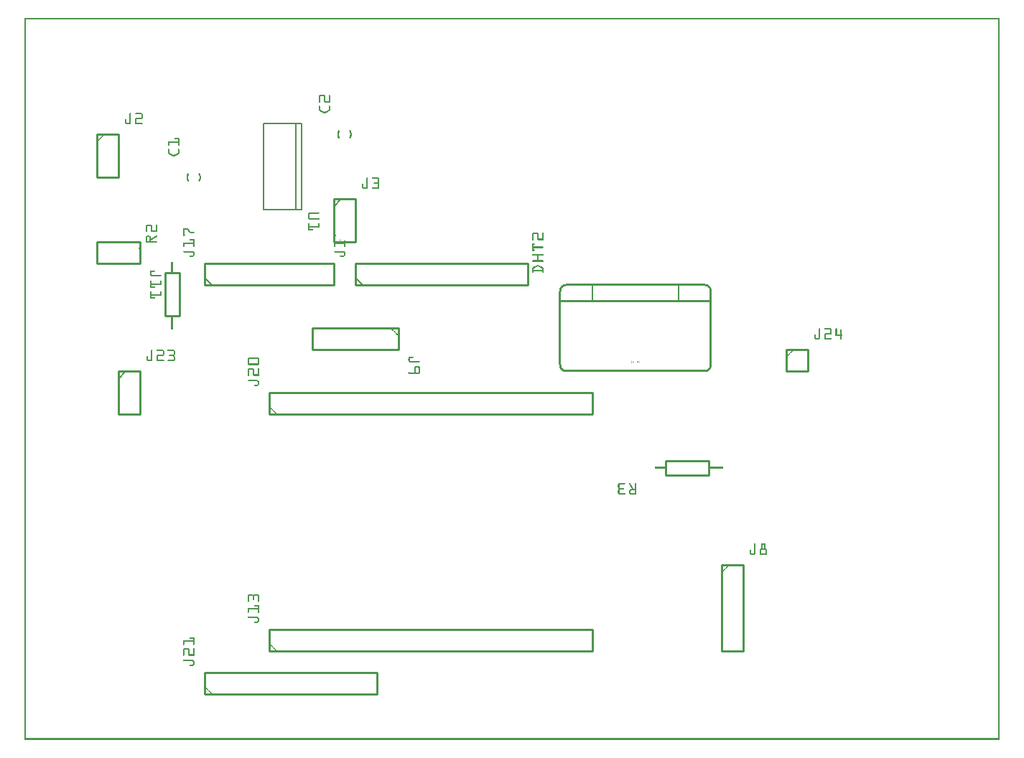
<source format=gto>
G04 MADE WITH FRITZING*
G04 WWW.FRITZING.ORG*
G04 DOUBLE SIDED*
G04 HOLES PLATED*
G04 CONTOUR ON CENTER OF CONTOUR VECTOR*
%ASAXBY*%
%FSLAX23Y23*%
%MOIN*%
%OFA0B0*%
%SFA1.0B1.0*%
%ADD10C,0.010000*%
%ADD11C,0.008000*%
%ADD12C,0.005000*%
%ADD13R,0.001000X0.001000*%
%LNSILK1*%
G90*
G70*
G54D10*
X336Y2813D02*
X336Y2613D01*
D02*
X336Y2613D02*
X436Y2613D01*
D02*
X436Y2613D02*
X436Y2813D01*
D02*
X436Y2813D02*
X336Y2813D01*
G54D11*
D02*
X1111Y2463D02*
X1111Y2863D01*
D02*
X1111Y2863D02*
X1261Y2863D01*
D02*
X1261Y2863D02*
X1286Y2863D01*
D02*
X1286Y2863D02*
X1286Y2463D01*
D02*
X1286Y2463D02*
X1261Y2463D01*
D02*
X1261Y2463D02*
X1111Y2463D01*
D02*
X1261Y2463D02*
X1261Y2863D01*
G54D10*
D02*
X1436Y2513D02*
X1436Y2313D01*
D02*
X1436Y2313D02*
X1536Y2313D01*
D02*
X1536Y2313D02*
X1536Y2513D01*
D02*
X1536Y2513D02*
X1436Y2513D01*
G54D12*
D02*
X1436Y2478D02*
X1471Y2513D01*
G54D10*
D02*
X3236Y813D02*
X3236Y413D01*
D02*
X3236Y413D02*
X3336Y413D01*
D02*
X3336Y413D02*
X3336Y813D01*
D02*
X3336Y813D02*
X3236Y813D01*
D02*
X1736Y1913D02*
X1336Y1913D01*
D02*
X1336Y1913D02*
X1336Y1813D01*
D02*
X1336Y1813D02*
X1736Y1813D01*
D02*
X1736Y1813D02*
X1736Y1913D01*
D02*
X653Y1972D02*
X653Y2172D01*
D02*
X653Y2172D02*
X719Y2172D01*
D02*
X719Y2172D02*
X719Y1972D01*
D02*
X719Y1972D02*
X653Y1972D01*
D02*
X536Y2313D02*
X336Y2313D01*
D02*
X336Y2313D02*
X336Y2213D01*
D02*
X336Y2213D02*
X536Y2213D01*
D02*
X536Y2213D02*
X536Y2313D01*
D02*
X1136Y413D02*
X2636Y413D01*
D02*
X2636Y413D02*
X2636Y513D01*
D02*
X2636Y513D02*
X1136Y513D01*
D02*
X1136Y513D02*
X1136Y413D01*
D02*
X836Y2113D02*
X1436Y2113D01*
D02*
X1436Y2113D02*
X1436Y2213D01*
D02*
X1436Y2213D02*
X836Y2213D01*
D02*
X836Y2213D02*
X836Y2113D01*
G54D12*
D02*
X871Y2113D02*
X836Y2148D01*
G54D10*
D02*
X1536Y2113D02*
X2336Y2113D01*
D02*
X2336Y2113D02*
X2336Y2213D01*
D02*
X2336Y2213D02*
X1536Y2213D01*
D02*
X1536Y2213D02*
X1536Y2113D01*
G54D12*
D02*
X1571Y2113D02*
X1536Y2148D01*
G54D10*
D02*
X1136Y1513D02*
X2636Y1513D01*
D02*
X2636Y1513D02*
X2636Y1613D01*
D02*
X2636Y1613D02*
X1136Y1613D01*
D02*
X1136Y1613D02*
X1136Y1513D01*
D02*
X836Y213D02*
X1636Y213D01*
D02*
X1636Y213D02*
X1636Y313D01*
D02*
X1636Y313D02*
X836Y313D01*
D02*
X836Y313D02*
X836Y213D01*
D02*
X436Y1713D02*
X436Y1513D01*
D02*
X436Y1513D02*
X536Y1513D01*
D02*
X536Y1513D02*
X536Y1713D01*
D02*
X536Y1713D02*
X436Y1713D01*
G54D12*
D02*
X436Y1678D02*
X471Y1713D01*
G54D10*
D02*
X3177Y1230D02*
X2977Y1230D01*
D02*
X2977Y1230D02*
X2977Y1296D01*
D02*
X2977Y1296D02*
X3177Y1296D01*
D02*
X3177Y1296D02*
X3177Y1230D01*
D02*
X3536Y1813D02*
X3536Y1713D01*
D02*
X3536Y1713D02*
X3636Y1713D01*
D02*
X3636Y1713D02*
X3636Y1813D01*
D02*
X3636Y1813D02*
X3536Y1813D01*
G54D13*
X0Y3354D02*
X4526Y3354D01*
X0Y3353D02*
X4526Y3353D01*
X0Y3352D02*
X4526Y3352D01*
X0Y3351D02*
X4526Y3351D01*
X0Y3350D02*
X4526Y3350D01*
X0Y3349D02*
X4526Y3349D01*
X0Y3348D02*
X4526Y3348D01*
X0Y3347D02*
X4526Y3347D01*
X0Y3346D02*
X7Y3346D01*
X4519Y3346D02*
X4526Y3346D01*
X0Y3345D02*
X7Y3345D01*
X4519Y3345D02*
X4526Y3345D01*
X0Y3344D02*
X7Y3344D01*
X4519Y3344D02*
X4526Y3344D01*
X0Y3343D02*
X7Y3343D01*
X4519Y3343D02*
X4526Y3343D01*
X0Y3342D02*
X7Y3342D01*
X4519Y3342D02*
X4526Y3342D01*
X0Y3341D02*
X7Y3341D01*
X4519Y3341D02*
X4526Y3341D01*
X0Y3340D02*
X7Y3340D01*
X4519Y3340D02*
X4526Y3340D01*
X0Y3339D02*
X7Y3339D01*
X4519Y3339D02*
X4526Y3339D01*
X0Y3338D02*
X7Y3338D01*
X4519Y3338D02*
X4526Y3338D01*
X0Y3337D02*
X7Y3337D01*
X4519Y3337D02*
X4526Y3337D01*
X0Y3336D02*
X7Y3336D01*
X4519Y3336D02*
X4526Y3336D01*
X0Y3335D02*
X7Y3335D01*
X4519Y3335D02*
X4526Y3335D01*
X0Y3334D02*
X7Y3334D01*
X4519Y3334D02*
X4526Y3334D01*
X0Y3333D02*
X7Y3333D01*
X4519Y3333D02*
X4526Y3333D01*
X0Y3332D02*
X7Y3332D01*
X4519Y3332D02*
X4526Y3332D01*
X0Y3331D02*
X7Y3331D01*
X4519Y3331D02*
X4526Y3331D01*
X0Y3330D02*
X7Y3330D01*
X4519Y3330D02*
X4526Y3330D01*
X0Y3329D02*
X7Y3329D01*
X4519Y3329D02*
X4526Y3329D01*
X0Y3328D02*
X7Y3328D01*
X4519Y3328D02*
X4526Y3328D01*
X0Y3327D02*
X7Y3327D01*
X4519Y3327D02*
X4526Y3327D01*
X0Y3326D02*
X7Y3326D01*
X4519Y3326D02*
X4526Y3326D01*
X0Y3325D02*
X7Y3325D01*
X4519Y3325D02*
X4526Y3325D01*
X0Y3324D02*
X7Y3324D01*
X4519Y3324D02*
X4526Y3324D01*
X0Y3323D02*
X7Y3323D01*
X4519Y3323D02*
X4526Y3323D01*
X0Y3322D02*
X7Y3322D01*
X4519Y3322D02*
X4526Y3322D01*
X0Y3321D02*
X7Y3321D01*
X4519Y3321D02*
X4526Y3321D01*
X0Y3320D02*
X7Y3320D01*
X4519Y3320D02*
X4526Y3320D01*
X0Y3319D02*
X7Y3319D01*
X4519Y3319D02*
X4526Y3319D01*
X0Y3318D02*
X7Y3318D01*
X4519Y3318D02*
X4526Y3318D01*
X0Y3317D02*
X7Y3317D01*
X4519Y3317D02*
X4526Y3317D01*
X0Y3316D02*
X7Y3316D01*
X4519Y3316D02*
X4526Y3316D01*
X0Y3315D02*
X7Y3315D01*
X4519Y3315D02*
X4526Y3315D01*
X0Y3314D02*
X7Y3314D01*
X4519Y3314D02*
X4526Y3314D01*
X0Y3313D02*
X7Y3313D01*
X4519Y3313D02*
X4526Y3313D01*
X0Y3312D02*
X7Y3312D01*
X4519Y3312D02*
X4526Y3312D01*
X0Y3311D02*
X7Y3311D01*
X4519Y3311D02*
X4526Y3311D01*
X0Y3310D02*
X7Y3310D01*
X4519Y3310D02*
X4526Y3310D01*
X0Y3309D02*
X7Y3309D01*
X4519Y3309D02*
X4526Y3309D01*
X0Y3308D02*
X7Y3308D01*
X4519Y3308D02*
X4526Y3308D01*
X0Y3307D02*
X7Y3307D01*
X4519Y3307D02*
X4526Y3307D01*
X0Y3306D02*
X7Y3306D01*
X4519Y3306D02*
X4526Y3306D01*
X0Y3305D02*
X7Y3305D01*
X4519Y3305D02*
X4526Y3305D01*
X0Y3304D02*
X7Y3304D01*
X4519Y3304D02*
X4526Y3304D01*
X0Y3303D02*
X7Y3303D01*
X4519Y3303D02*
X4526Y3303D01*
X0Y3302D02*
X7Y3302D01*
X4519Y3302D02*
X4526Y3302D01*
X0Y3301D02*
X7Y3301D01*
X4519Y3301D02*
X4526Y3301D01*
X0Y3300D02*
X7Y3300D01*
X4519Y3300D02*
X4526Y3300D01*
X0Y3299D02*
X7Y3299D01*
X4519Y3299D02*
X4526Y3299D01*
X0Y3298D02*
X7Y3298D01*
X4519Y3298D02*
X4526Y3298D01*
X0Y3297D02*
X7Y3297D01*
X4519Y3297D02*
X4526Y3297D01*
X0Y3296D02*
X7Y3296D01*
X4519Y3296D02*
X4526Y3296D01*
X0Y3295D02*
X7Y3295D01*
X4519Y3295D02*
X4526Y3295D01*
X0Y3294D02*
X7Y3294D01*
X4519Y3294D02*
X4526Y3294D01*
X0Y3293D02*
X7Y3293D01*
X4519Y3293D02*
X4526Y3293D01*
X0Y3292D02*
X7Y3292D01*
X4519Y3292D02*
X4526Y3292D01*
X0Y3291D02*
X7Y3291D01*
X4519Y3291D02*
X4526Y3291D01*
X0Y3290D02*
X7Y3290D01*
X4519Y3290D02*
X4526Y3290D01*
X0Y3289D02*
X7Y3289D01*
X4519Y3289D02*
X4526Y3289D01*
X0Y3288D02*
X7Y3288D01*
X4519Y3288D02*
X4526Y3288D01*
X0Y3287D02*
X7Y3287D01*
X4519Y3287D02*
X4526Y3287D01*
X0Y3286D02*
X7Y3286D01*
X4519Y3286D02*
X4526Y3286D01*
X0Y3285D02*
X7Y3285D01*
X4519Y3285D02*
X4526Y3285D01*
X0Y3284D02*
X7Y3284D01*
X4519Y3284D02*
X4526Y3284D01*
X0Y3283D02*
X7Y3283D01*
X4519Y3283D02*
X4526Y3283D01*
X0Y3282D02*
X7Y3282D01*
X4519Y3282D02*
X4526Y3282D01*
X0Y3281D02*
X7Y3281D01*
X4519Y3281D02*
X4526Y3281D01*
X0Y3280D02*
X7Y3280D01*
X4519Y3280D02*
X4526Y3280D01*
X0Y3279D02*
X7Y3279D01*
X4519Y3279D02*
X4526Y3279D01*
X0Y3278D02*
X7Y3278D01*
X4519Y3278D02*
X4526Y3278D01*
X0Y3277D02*
X7Y3277D01*
X4519Y3277D02*
X4526Y3277D01*
X0Y3276D02*
X7Y3276D01*
X4519Y3276D02*
X4526Y3276D01*
X0Y3275D02*
X7Y3275D01*
X4519Y3275D02*
X4526Y3275D01*
X0Y3274D02*
X7Y3274D01*
X4519Y3274D02*
X4526Y3274D01*
X0Y3273D02*
X7Y3273D01*
X4519Y3273D02*
X4526Y3273D01*
X0Y3272D02*
X7Y3272D01*
X4519Y3272D02*
X4526Y3272D01*
X0Y3271D02*
X7Y3271D01*
X4519Y3271D02*
X4526Y3271D01*
X0Y3270D02*
X7Y3270D01*
X4519Y3270D02*
X4526Y3270D01*
X0Y3269D02*
X7Y3269D01*
X4519Y3269D02*
X4526Y3269D01*
X0Y3268D02*
X7Y3268D01*
X4519Y3268D02*
X4526Y3268D01*
X0Y3267D02*
X7Y3267D01*
X4519Y3267D02*
X4526Y3267D01*
X0Y3266D02*
X7Y3266D01*
X4519Y3266D02*
X4526Y3266D01*
X0Y3265D02*
X7Y3265D01*
X4519Y3265D02*
X4526Y3265D01*
X0Y3264D02*
X7Y3264D01*
X4519Y3264D02*
X4526Y3264D01*
X0Y3263D02*
X7Y3263D01*
X4519Y3263D02*
X4526Y3263D01*
X0Y3262D02*
X7Y3262D01*
X4519Y3262D02*
X4526Y3262D01*
X0Y3261D02*
X7Y3261D01*
X4519Y3261D02*
X4526Y3261D01*
X0Y3260D02*
X7Y3260D01*
X4519Y3260D02*
X4526Y3260D01*
X0Y3259D02*
X7Y3259D01*
X4519Y3259D02*
X4526Y3259D01*
X0Y3258D02*
X7Y3258D01*
X4519Y3258D02*
X4526Y3258D01*
X0Y3257D02*
X7Y3257D01*
X4519Y3257D02*
X4526Y3257D01*
X0Y3256D02*
X7Y3256D01*
X4519Y3256D02*
X4526Y3256D01*
X0Y3255D02*
X7Y3255D01*
X4519Y3255D02*
X4526Y3255D01*
X0Y3254D02*
X7Y3254D01*
X4519Y3254D02*
X4526Y3254D01*
X0Y3253D02*
X7Y3253D01*
X4519Y3253D02*
X4526Y3253D01*
X0Y3252D02*
X7Y3252D01*
X4519Y3252D02*
X4526Y3252D01*
X0Y3251D02*
X7Y3251D01*
X4519Y3251D02*
X4526Y3251D01*
X0Y3250D02*
X7Y3250D01*
X4519Y3250D02*
X4526Y3250D01*
X0Y3249D02*
X7Y3249D01*
X4519Y3249D02*
X4526Y3249D01*
X0Y3248D02*
X7Y3248D01*
X4519Y3248D02*
X4526Y3248D01*
X0Y3247D02*
X7Y3247D01*
X4519Y3247D02*
X4526Y3247D01*
X0Y3246D02*
X7Y3246D01*
X4519Y3246D02*
X4526Y3246D01*
X0Y3245D02*
X7Y3245D01*
X4519Y3245D02*
X4526Y3245D01*
X0Y3244D02*
X7Y3244D01*
X4519Y3244D02*
X4526Y3244D01*
X0Y3243D02*
X7Y3243D01*
X4519Y3243D02*
X4526Y3243D01*
X0Y3242D02*
X7Y3242D01*
X4519Y3242D02*
X4526Y3242D01*
X0Y3241D02*
X7Y3241D01*
X4519Y3241D02*
X4526Y3241D01*
X0Y3240D02*
X7Y3240D01*
X4519Y3240D02*
X4526Y3240D01*
X0Y3239D02*
X7Y3239D01*
X4519Y3239D02*
X4526Y3239D01*
X0Y3238D02*
X7Y3238D01*
X4519Y3238D02*
X4526Y3238D01*
X0Y3237D02*
X7Y3237D01*
X4519Y3237D02*
X4526Y3237D01*
X0Y3236D02*
X7Y3236D01*
X4519Y3236D02*
X4526Y3236D01*
X0Y3235D02*
X7Y3235D01*
X4519Y3235D02*
X4526Y3235D01*
X0Y3234D02*
X7Y3234D01*
X4519Y3234D02*
X4526Y3234D01*
X0Y3233D02*
X7Y3233D01*
X4519Y3233D02*
X4526Y3233D01*
X0Y3232D02*
X7Y3232D01*
X4519Y3232D02*
X4526Y3232D01*
X0Y3231D02*
X7Y3231D01*
X4519Y3231D02*
X4526Y3231D01*
X0Y3230D02*
X7Y3230D01*
X4519Y3230D02*
X4526Y3230D01*
X0Y3229D02*
X7Y3229D01*
X4519Y3229D02*
X4526Y3229D01*
X0Y3228D02*
X7Y3228D01*
X4519Y3228D02*
X4526Y3228D01*
X0Y3227D02*
X7Y3227D01*
X4519Y3227D02*
X4526Y3227D01*
X0Y3226D02*
X7Y3226D01*
X4519Y3226D02*
X4526Y3226D01*
X0Y3225D02*
X7Y3225D01*
X4519Y3225D02*
X4526Y3225D01*
X0Y3224D02*
X7Y3224D01*
X4519Y3224D02*
X4526Y3224D01*
X0Y3223D02*
X7Y3223D01*
X4519Y3223D02*
X4526Y3223D01*
X0Y3222D02*
X7Y3222D01*
X4519Y3222D02*
X4526Y3222D01*
X0Y3221D02*
X7Y3221D01*
X4519Y3221D02*
X4526Y3221D01*
X0Y3220D02*
X7Y3220D01*
X4519Y3220D02*
X4526Y3220D01*
X0Y3219D02*
X7Y3219D01*
X4519Y3219D02*
X4526Y3219D01*
X0Y3218D02*
X7Y3218D01*
X4519Y3218D02*
X4526Y3218D01*
X0Y3217D02*
X7Y3217D01*
X4519Y3217D02*
X4526Y3217D01*
X0Y3216D02*
X7Y3216D01*
X4519Y3216D02*
X4526Y3216D01*
X0Y3215D02*
X7Y3215D01*
X4519Y3215D02*
X4526Y3215D01*
X0Y3214D02*
X7Y3214D01*
X4519Y3214D02*
X4526Y3214D01*
X0Y3213D02*
X7Y3213D01*
X4519Y3213D02*
X4526Y3213D01*
X0Y3212D02*
X7Y3212D01*
X4519Y3212D02*
X4526Y3212D01*
X0Y3211D02*
X7Y3211D01*
X4519Y3211D02*
X4526Y3211D01*
X0Y3210D02*
X7Y3210D01*
X4519Y3210D02*
X4526Y3210D01*
X0Y3209D02*
X7Y3209D01*
X4519Y3209D02*
X4526Y3209D01*
X0Y3208D02*
X7Y3208D01*
X4519Y3208D02*
X4526Y3208D01*
X0Y3207D02*
X7Y3207D01*
X4519Y3207D02*
X4526Y3207D01*
X0Y3206D02*
X7Y3206D01*
X4519Y3206D02*
X4526Y3206D01*
X0Y3205D02*
X7Y3205D01*
X4519Y3205D02*
X4526Y3205D01*
X0Y3204D02*
X7Y3204D01*
X4519Y3204D02*
X4526Y3204D01*
X0Y3203D02*
X7Y3203D01*
X4519Y3203D02*
X4526Y3203D01*
X0Y3202D02*
X7Y3202D01*
X4519Y3202D02*
X4526Y3202D01*
X0Y3201D02*
X7Y3201D01*
X4519Y3201D02*
X4526Y3201D01*
X0Y3200D02*
X7Y3200D01*
X4519Y3200D02*
X4526Y3200D01*
X0Y3199D02*
X7Y3199D01*
X4519Y3199D02*
X4526Y3199D01*
X0Y3198D02*
X7Y3198D01*
X4519Y3198D02*
X4526Y3198D01*
X0Y3197D02*
X7Y3197D01*
X4519Y3197D02*
X4526Y3197D01*
X0Y3196D02*
X7Y3196D01*
X4519Y3196D02*
X4526Y3196D01*
X0Y3195D02*
X7Y3195D01*
X4519Y3195D02*
X4526Y3195D01*
X0Y3194D02*
X7Y3194D01*
X4519Y3194D02*
X4526Y3194D01*
X0Y3193D02*
X7Y3193D01*
X4519Y3193D02*
X4526Y3193D01*
X0Y3192D02*
X7Y3192D01*
X4519Y3192D02*
X4526Y3192D01*
X0Y3191D02*
X7Y3191D01*
X4519Y3191D02*
X4526Y3191D01*
X0Y3190D02*
X7Y3190D01*
X4519Y3190D02*
X4526Y3190D01*
X0Y3189D02*
X7Y3189D01*
X4519Y3189D02*
X4526Y3189D01*
X0Y3188D02*
X7Y3188D01*
X4519Y3188D02*
X4526Y3188D01*
X0Y3187D02*
X7Y3187D01*
X4519Y3187D02*
X4526Y3187D01*
X0Y3186D02*
X7Y3186D01*
X4519Y3186D02*
X4526Y3186D01*
X0Y3185D02*
X7Y3185D01*
X4519Y3185D02*
X4526Y3185D01*
X0Y3184D02*
X7Y3184D01*
X4519Y3184D02*
X4526Y3184D01*
X0Y3183D02*
X7Y3183D01*
X4519Y3183D02*
X4526Y3183D01*
X0Y3182D02*
X7Y3182D01*
X4519Y3182D02*
X4526Y3182D01*
X0Y3181D02*
X7Y3181D01*
X4519Y3181D02*
X4526Y3181D01*
X0Y3180D02*
X7Y3180D01*
X4519Y3180D02*
X4526Y3180D01*
X0Y3179D02*
X7Y3179D01*
X4519Y3179D02*
X4526Y3179D01*
X0Y3178D02*
X7Y3178D01*
X4519Y3178D02*
X4526Y3178D01*
X0Y3177D02*
X7Y3177D01*
X4519Y3177D02*
X4526Y3177D01*
X0Y3176D02*
X7Y3176D01*
X4519Y3176D02*
X4526Y3176D01*
X0Y3175D02*
X7Y3175D01*
X4519Y3175D02*
X4526Y3175D01*
X0Y3174D02*
X7Y3174D01*
X4519Y3174D02*
X4526Y3174D01*
X0Y3173D02*
X7Y3173D01*
X4519Y3173D02*
X4526Y3173D01*
X0Y3172D02*
X7Y3172D01*
X4519Y3172D02*
X4526Y3172D01*
X0Y3171D02*
X7Y3171D01*
X4519Y3171D02*
X4526Y3171D01*
X0Y3170D02*
X7Y3170D01*
X4519Y3170D02*
X4526Y3170D01*
X0Y3169D02*
X7Y3169D01*
X4519Y3169D02*
X4526Y3169D01*
X0Y3168D02*
X7Y3168D01*
X4519Y3168D02*
X4526Y3168D01*
X0Y3167D02*
X7Y3167D01*
X4519Y3167D02*
X4526Y3167D01*
X0Y3166D02*
X7Y3166D01*
X4519Y3166D02*
X4526Y3166D01*
X0Y3165D02*
X7Y3165D01*
X4519Y3165D02*
X4526Y3165D01*
X0Y3164D02*
X7Y3164D01*
X4519Y3164D02*
X4526Y3164D01*
X0Y3163D02*
X7Y3163D01*
X4519Y3163D02*
X4526Y3163D01*
X0Y3162D02*
X7Y3162D01*
X4519Y3162D02*
X4526Y3162D01*
X0Y3161D02*
X7Y3161D01*
X4519Y3161D02*
X4526Y3161D01*
X0Y3160D02*
X7Y3160D01*
X4519Y3160D02*
X4526Y3160D01*
X0Y3159D02*
X7Y3159D01*
X4519Y3159D02*
X4526Y3159D01*
X0Y3158D02*
X7Y3158D01*
X4519Y3158D02*
X4526Y3158D01*
X0Y3157D02*
X7Y3157D01*
X4519Y3157D02*
X4526Y3157D01*
X0Y3156D02*
X7Y3156D01*
X4519Y3156D02*
X4526Y3156D01*
X0Y3155D02*
X7Y3155D01*
X4519Y3155D02*
X4526Y3155D01*
X0Y3154D02*
X7Y3154D01*
X4519Y3154D02*
X4526Y3154D01*
X0Y3153D02*
X7Y3153D01*
X4519Y3153D02*
X4526Y3153D01*
X0Y3152D02*
X7Y3152D01*
X4519Y3152D02*
X4526Y3152D01*
X0Y3151D02*
X7Y3151D01*
X4519Y3151D02*
X4526Y3151D01*
X0Y3150D02*
X7Y3150D01*
X4519Y3150D02*
X4526Y3150D01*
X0Y3149D02*
X7Y3149D01*
X4519Y3149D02*
X4526Y3149D01*
X0Y3148D02*
X7Y3148D01*
X4519Y3148D02*
X4526Y3148D01*
X0Y3147D02*
X7Y3147D01*
X4519Y3147D02*
X4526Y3147D01*
X0Y3146D02*
X7Y3146D01*
X4519Y3146D02*
X4526Y3146D01*
X0Y3145D02*
X7Y3145D01*
X4519Y3145D02*
X4526Y3145D01*
X0Y3144D02*
X7Y3144D01*
X4519Y3144D02*
X4526Y3144D01*
X0Y3143D02*
X7Y3143D01*
X4519Y3143D02*
X4526Y3143D01*
X0Y3142D02*
X7Y3142D01*
X4519Y3142D02*
X4526Y3142D01*
X0Y3141D02*
X7Y3141D01*
X4519Y3141D02*
X4526Y3141D01*
X0Y3140D02*
X7Y3140D01*
X4519Y3140D02*
X4526Y3140D01*
X0Y3139D02*
X7Y3139D01*
X4519Y3139D02*
X4526Y3139D01*
X0Y3138D02*
X7Y3138D01*
X4519Y3138D02*
X4526Y3138D01*
X0Y3137D02*
X7Y3137D01*
X4519Y3137D02*
X4526Y3137D01*
X0Y3136D02*
X7Y3136D01*
X4519Y3136D02*
X4526Y3136D01*
X0Y3135D02*
X7Y3135D01*
X4519Y3135D02*
X4526Y3135D01*
X0Y3134D02*
X7Y3134D01*
X4519Y3134D02*
X4526Y3134D01*
X0Y3133D02*
X7Y3133D01*
X4519Y3133D02*
X4526Y3133D01*
X0Y3132D02*
X7Y3132D01*
X4519Y3132D02*
X4526Y3132D01*
X0Y3131D02*
X7Y3131D01*
X4519Y3131D02*
X4526Y3131D01*
X0Y3130D02*
X7Y3130D01*
X4519Y3130D02*
X4526Y3130D01*
X0Y3129D02*
X7Y3129D01*
X4519Y3129D02*
X4526Y3129D01*
X0Y3128D02*
X7Y3128D01*
X4519Y3128D02*
X4526Y3128D01*
X0Y3127D02*
X7Y3127D01*
X4519Y3127D02*
X4526Y3127D01*
X0Y3126D02*
X7Y3126D01*
X4519Y3126D02*
X4526Y3126D01*
X0Y3125D02*
X7Y3125D01*
X4519Y3125D02*
X4526Y3125D01*
X0Y3124D02*
X7Y3124D01*
X4519Y3124D02*
X4526Y3124D01*
X0Y3123D02*
X7Y3123D01*
X4519Y3123D02*
X4526Y3123D01*
X0Y3122D02*
X7Y3122D01*
X4519Y3122D02*
X4526Y3122D01*
X0Y3121D02*
X7Y3121D01*
X4519Y3121D02*
X4526Y3121D01*
X0Y3120D02*
X7Y3120D01*
X4519Y3120D02*
X4526Y3120D01*
X0Y3119D02*
X7Y3119D01*
X4519Y3119D02*
X4526Y3119D01*
X0Y3118D02*
X7Y3118D01*
X4519Y3118D02*
X4526Y3118D01*
X0Y3117D02*
X7Y3117D01*
X4519Y3117D02*
X4526Y3117D01*
X0Y3116D02*
X7Y3116D01*
X4519Y3116D02*
X4526Y3116D01*
X0Y3115D02*
X7Y3115D01*
X4519Y3115D02*
X4526Y3115D01*
X0Y3114D02*
X7Y3114D01*
X4519Y3114D02*
X4526Y3114D01*
X0Y3113D02*
X7Y3113D01*
X4519Y3113D02*
X4526Y3113D01*
X0Y3112D02*
X7Y3112D01*
X4519Y3112D02*
X4526Y3112D01*
X0Y3111D02*
X7Y3111D01*
X4519Y3111D02*
X4526Y3111D01*
X0Y3110D02*
X7Y3110D01*
X4519Y3110D02*
X4526Y3110D01*
X0Y3109D02*
X7Y3109D01*
X4519Y3109D02*
X4526Y3109D01*
X0Y3108D02*
X7Y3108D01*
X4519Y3108D02*
X4526Y3108D01*
X0Y3107D02*
X7Y3107D01*
X4519Y3107D02*
X4526Y3107D01*
X0Y3106D02*
X7Y3106D01*
X4519Y3106D02*
X4526Y3106D01*
X0Y3105D02*
X7Y3105D01*
X4519Y3105D02*
X4526Y3105D01*
X0Y3104D02*
X7Y3104D01*
X4519Y3104D02*
X4526Y3104D01*
X0Y3103D02*
X7Y3103D01*
X4519Y3103D02*
X4526Y3103D01*
X0Y3102D02*
X7Y3102D01*
X4519Y3102D02*
X4526Y3102D01*
X0Y3101D02*
X7Y3101D01*
X4519Y3101D02*
X4526Y3101D01*
X0Y3100D02*
X7Y3100D01*
X4519Y3100D02*
X4526Y3100D01*
X0Y3099D02*
X7Y3099D01*
X4519Y3099D02*
X4526Y3099D01*
X0Y3098D02*
X7Y3098D01*
X4519Y3098D02*
X4526Y3098D01*
X0Y3097D02*
X7Y3097D01*
X4519Y3097D02*
X4526Y3097D01*
X0Y3096D02*
X7Y3096D01*
X4519Y3096D02*
X4526Y3096D01*
X0Y3095D02*
X7Y3095D01*
X4519Y3095D02*
X4526Y3095D01*
X0Y3094D02*
X7Y3094D01*
X4519Y3094D02*
X4526Y3094D01*
X0Y3093D02*
X7Y3093D01*
X4519Y3093D02*
X4526Y3093D01*
X0Y3092D02*
X7Y3092D01*
X4519Y3092D02*
X4526Y3092D01*
X0Y3091D02*
X7Y3091D01*
X4519Y3091D02*
X4526Y3091D01*
X0Y3090D02*
X7Y3090D01*
X4519Y3090D02*
X4526Y3090D01*
X0Y3089D02*
X7Y3089D01*
X4519Y3089D02*
X4526Y3089D01*
X0Y3088D02*
X7Y3088D01*
X4519Y3088D02*
X4526Y3088D01*
X0Y3087D02*
X7Y3087D01*
X4519Y3087D02*
X4526Y3087D01*
X0Y3086D02*
X7Y3086D01*
X4519Y3086D02*
X4526Y3086D01*
X0Y3085D02*
X7Y3085D01*
X4519Y3085D02*
X4526Y3085D01*
X0Y3084D02*
X7Y3084D01*
X4519Y3084D02*
X4526Y3084D01*
X0Y3083D02*
X7Y3083D01*
X4519Y3083D02*
X4526Y3083D01*
X0Y3082D02*
X7Y3082D01*
X4519Y3082D02*
X4526Y3082D01*
X0Y3081D02*
X7Y3081D01*
X4519Y3081D02*
X4526Y3081D01*
X0Y3080D02*
X7Y3080D01*
X4519Y3080D02*
X4526Y3080D01*
X0Y3079D02*
X7Y3079D01*
X4519Y3079D02*
X4526Y3079D01*
X0Y3078D02*
X7Y3078D01*
X4519Y3078D02*
X4526Y3078D01*
X0Y3077D02*
X7Y3077D01*
X4519Y3077D02*
X4526Y3077D01*
X0Y3076D02*
X7Y3076D01*
X4519Y3076D02*
X4526Y3076D01*
X0Y3075D02*
X7Y3075D01*
X4519Y3075D02*
X4526Y3075D01*
X0Y3074D02*
X7Y3074D01*
X4519Y3074D02*
X4526Y3074D01*
X0Y3073D02*
X7Y3073D01*
X4519Y3073D02*
X4526Y3073D01*
X0Y3072D02*
X7Y3072D01*
X4519Y3072D02*
X4526Y3072D01*
X0Y3071D02*
X7Y3071D01*
X4519Y3071D02*
X4526Y3071D01*
X0Y3070D02*
X7Y3070D01*
X4519Y3070D02*
X4526Y3070D01*
X0Y3069D02*
X7Y3069D01*
X4519Y3069D02*
X4526Y3069D01*
X0Y3068D02*
X7Y3068D01*
X4519Y3068D02*
X4526Y3068D01*
X0Y3067D02*
X7Y3067D01*
X4519Y3067D02*
X4526Y3067D01*
X0Y3066D02*
X7Y3066D01*
X4519Y3066D02*
X4526Y3066D01*
X0Y3065D02*
X7Y3065D01*
X4519Y3065D02*
X4526Y3065D01*
X0Y3064D02*
X7Y3064D01*
X4519Y3064D02*
X4526Y3064D01*
X0Y3063D02*
X7Y3063D01*
X4519Y3063D02*
X4526Y3063D01*
X0Y3062D02*
X7Y3062D01*
X4519Y3062D02*
X4526Y3062D01*
X0Y3061D02*
X7Y3061D01*
X4519Y3061D02*
X4526Y3061D01*
X0Y3060D02*
X7Y3060D01*
X4519Y3060D02*
X4526Y3060D01*
X0Y3059D02*
X7Y3059D01*
X4519Y3059D02*
X4526Y3059D01*
X0Y3058D02*
X7Y3058D01*
X4519Y3058D02*
X4526Y3058D01*
X0Y3057D02*
X7Y3057D01*
X4519Y3057D02*
X4526Y3057D01*
X0Y3056D02*
X7Y3056D01*
X4519Y3056D02*
X4526Y3056D01*
X0Y3055D02*
X7Y3055D01*
X4519Y3055D02*
X4526Y3055D01*
X0Y3054D02*
X7Y3054D01*
X4519Y3054D02*
X4526Y3054D01*
X0Y3053D02*
X7Y3053D01*
X4519Y3053D02*
X4526Y3053D01*
X0Y3052D02*
X7Y3052D01*
X4519Y3052D02*
X4526Y3052D01*
X0Y3051D02*
X7Y3051D01*
X4519Y3051D02*
X4526Y3051D01*
X0Y3050D02*
X7Y3050D01*
X4519Y3050D02*
X4526Y3050D01*
X0Y3049D02*
X7Y3049D01*
X4519Y3049D02*
X4526Y3049D01*
X0Y3048D02*
X7Y3048D01*
X4519Y3048D02*
X4526Y3048D01*
X0Y3047D02*
X7Y3047D01*
X4519Y3047D02*
X4526Y3047D01*
X0Y3046D02*
X7Y3046D01*
X4519Y3046D02*
X4526Y3046D01*
X0Y3045D02*
X7Y3045D01*
X4519Y3045D02*
X4526Y3045D01*
X0Y3044D02*
X7Y3044D01*
X4519Y3044D02*
X4526Y3044D01*
X0Y3043D02*
X7Y3043D01*
X4519Y3043D02*
X4526Y3043D01*
X0Y3042D02*
X7Y3042D01*
X4519Y3042D02*
X4526Y3042D01*
X0Y3041D02*
X7Y3041D01*
X4519Y3041D02*
X4526Y3041D01*
X0Y3040D02*
X7Y3040D01*
X4519Y3040D02*
X4526Y3040D01*
X0Y3039D02*
X7Y3039D01*
X4519Y3039D02*
X4526Y3039D01*
X0Y3038D02*
X7Y3038D01*
X4519Y3038D02*
X4526Y3038D01*
X0Y3037D02*
X7Y3037D01*
X4519Y3037D02*
X4526Y3037D01*
X0Y3036D02*
X7Y3036D01*
X4519Y3036D02*
X4526Y3036D01*
X0Y3035D02*
X7Y3035D01*
X4519Y3035D02*
X4526Y3035D01*
X0Y3034D02*
X7Y3034D01*
X4519Y3034D02*
X4526Y3034D01*
X0Y3033D02*
X7Y3033D01*
X4519Y3033D02*
X4526Y3033D01*
X0Y3032D02*
X7Y3032D01*
X4519Y3032D02*
X4526Y3032D01*
X0Y3031D02*
X7Y3031D01*
X4519Y3031D02*
X4526Y3031D01*
X0Y3030D02*
X7Y3030D01*
X4519Y3030D02*
X4526Y3030D01*
X0Y3029D02*
X7Y3029D01*
X4519Y3029D02*
X4526Y3029D01*
X0Y3028D02*
X7Y3028D01*
X4519Y3028D02*
X4526Y3028D01*
X0Y3027D02*
X7Y3027D01*
X4519Y3027D02*
X4526Y3027D01*
X0Y3026D02*
X7Y3026D01*
X4519Y3026D02*
X4526Y3026D01*
X0Y3025D02*
X7Y3025D01*
X4519Y3025D02*
X4526Y3025D01*
X0Y3024D02*
X7Y3024D01*
X4519Y3024D02*
X4526Y3024D01*
X0Y3023D02*
X7Y3023D01*
X4519Y3023D02*
X4526Y3023D01*
X0Y3022D02*
X7Y3022D01*
X4519Y3022D02*
X4526Y3022D01*
X0Y3021D02*
X7Y3021D01*
X4519Y3021D02*
X4526Y3021D01*
X0Y3020D02*
X7Y3020D01*
X4519Y3020D02*
X4526Y3020D01*
X0Y3019D02*
X7Y3019D01*
X4519Y3019D02*
X4526Y3019D01*
X0Y3018D02*
X7Y3018D01*
X4519Y3018D02*
X4526Y3018D01*
X0Y3017D02*
X7Y3017D01*
X4519Y3017D02*
X4526Y3017D01*
X0Y3016D02*
X7Y3016D01*
X4519Y3016D02*
X4526Y3016D01*
X0Y3015D02*
X7Y3015D01*
X4519Y3015D02*
X4526Y3015D01*
X0Y3014D02*
X7Y3014D01*
X4519Y3014D02*
X4526Y3014D01*
X0Y3013D02*
X7Y3013D01*
X4519Y3013D02*
X4526Y3013D01*
X0Y3012D02*
X7Y3012D01*
X4519Y3012D02*
X4526Y3012D01*
X0Y3011D02*
X7Y3011D01*
X4519Y3011D02*
X4526Y3011D01*
X0Y3010D02*
X7Y3010D01*
X4519Y3010D02*
X4526Y3010D01*
X0Y3009D02*
X7Y3009D01*
X4519Y3009D02*
X4526Y3009D01*
X0Y3008D02*
X7Y3008D01*
X4519Y3008D02*
X4526Y3008D01*
X0Y3007D02*
X7Y3007D01*
X4519Y3007D02*
X4526Y3007D01*
X0Y3006D02*
X7Y3006D01*
X4519Y3006D02*
X4526Y3006D01*
X0Y3005D02*
X7Y3005D01*
X4519Y3005D02*
X4526Y3005D01*
X0Y3004D02*
X7Y3004D01*
X4519Y3004D02*
X4526Y3004D01*
X0Y3003D02*
X7Y3003D01*
X4519Y3003D02*
X4526Y3003D01*
X0Y3002D02*
X7Y3002D01*
X4519Y3002D02*
X4526Y3002D01*
X0Y3001D02*
X7Y3001D01*
X4519Y3001D02*
X4526Y3001D01*
X0Y3000D02*
X7Y3000D01*
X4519Y3000D02*
X4526Y3000D01*
X0Y2999D02*
X7Y2999D01*
X4519Y2999D02*
X4526Y2999D01*
X0Y2998D02*
X7Y2998D01*
X4519Y2998D02*
X4526Y2998D01*
X0Y2997D02*
X7Y2997D01*
X4519Y2997D02*
X4526Y2997D01*
X0Y2996D02*
X7Y2996D01*
X1371Y2996D02*
X1391Y2996D01*
X1415Y2996D02*
X1417Y2996D01*
X4519Y2996D02*
X4526Y2996D01*
X0Y2995D02*
X7Y2995D01*
X1369Y2995D02*
X1393Y2995D01*
X1414Y2995D02*
X1418Y2995D01*
X4519Y2995D02*
X4526Y2995D01*
X0Y2994D02*
X7Y2994D01*
X1368Y2994D02*
X1394Y2994D01*
X1413Y2994D02*
X1419Y2994D01*
X4519Y2994D02*
X4526Y2994D01*
X0Y2993D02*
X7Y2993D01*
X1367Y2993D02*
X1395Y2993D01*
X1413Y2993D02*
X1419Y2993D01*
X4519Y2993D02*
X4526Y2993D01*
X0Y2992D02*
X7Y2992D01*
X1367Y2992D02*
X1395Y2992D01*
X1413Y2992D02*
X1419Y2992D01*
X4519Y2992D02*
X4526Y2992D01*
X0Y2991D02*
X7Y2991D01*
X1366Y2991D02*
X1395Y2991D01*
X1413Y2991D02*
X1419Y2991D01*
X4519Y2991D02*
X4526Y2991D01*
X0Y2990D02*
X7Y2990D01*
X1366Y2990D02*
X1396Y2990D01*
X1413Y2990D02*
X1419Y2990D01*
X4519Y2990D02*
X4526Y2990D01*
X0Y2989D02*
X7Y2989D01*
X1366Y2989D02*
X1372Y2989D01*
X1390Y2989D02*
X1396Y2989D01*
X1413Y2989D02*
X1419Y2989D01*
X4519Y2989D02*
X4526Y2989D01*
X0Y2988D02*
X7Y2988D01*
X1366Y2988D02*
X1372Y2988D01*
X1390Y2988D02*
X1396Y2988D01*
X1413Y2988D02*
X1419Y2988D01*
X4519Y2988D02*
X4526Y2988D01*
X0Y2987D02*
X7Y2987D01*
X1366Y2987D02*
X1372Y2987D01*
X1390Y2987D02*
X1396Y2987D01*
X1413Y2987D02*
X1419Y2987D01*
X4519Y2987D02*
X4526Y2987D01*
X0Y2986D02*
X7Y2986D01*
X1366Y2986D02*
X1372Y2986D01*
X1390Y2986D02*
X1396Y2986D01*
X1413Y2986D02*
X1419Y2986D01*
X4519Y2986D02*
X4526Y2986D01*
X0Y2985D02*
X7Y2985D01*
X1366Y2985D02*
X1372Y2985D01*
X1390Y2985D02*
X1396Y2985D01*
X1413Y2985D02*
X1419Y2985D01*
X4519Y2985D02*
X4526Y2985D01*
X0Y2984D02*
X7Y2984D01*
X1366Y2984D02*
X1372Y2984D01*
X1390Y2984D02*
X1396Y2984D01*
X1413Y2984D02*
X1419Y2984D01*
X4519Y2984D02*
X4526Y2984D01*
X0Y2983D02*
X7Y2983D01*
X1366Y2983D02*
X1372Y2983D01*
X1390Y2983D02*
X1396Y2983D01*
X1413Y2983D02*
X1419Y2983D01*
X4519Y2983D02*
X4526Y2983D01*
X0Y2982D02*
X7Y2982D01*
X1366Y2982D02*
X1372Y2982D01*
X1390Y2982D02*
X1396Y2982D01*
X1413Y2982D02*
X1419Y2982D01*
X4519Y2982D02*
X4526Y2982D01*
X0Y2981D02*
X7Y2981D01*
X1366Y2981D02*
X1372Y2981D01*
X1390Y2981D02*
X1396Y2981D01*
X1413Y2981D02*
X1419Y2981D01*
X4519Y2981D02*
X4526Y2981D01*
X0Y2980D02*
X7Y2980D01*
X1366Y2980D02*
X1372Y2980D01*
X1390Y2980D02*
X1396Y2980D01*
X1413Y2980D02*
X1419Y2980D01*
X4519Y2980D02*
X4526Y2980D01*
X0Y2979D02*
X7Y2979D01*
X1366Y2979D02*
X1372Y2979D01*
X1390Y2979D02*
X1396Y2979D01*
X1413Y2979D02*
X1419Y2979D01*
X4519Y2979D02*
X4526Y2979D01*
X0Y2978D02*
X7Y2978D01*
X1366Y2978D02*
X1372Y2978D01*
X1390Y2978D02*
X1396Y2978D01*
X1413Y2978D02*
X1419Y2978D01*
X4519Y2978D02*
X4526Y2978D01*
X0Y2977D02*
X7Y2977D01*
X1366Y2977D02*
X1372Y2977D01*
X1390Y2977D02*
X1396Y2977D01*
X1413Y2977D02*
X1419Y2977D01*
X4519Y2977D02*
X4526Y2977D01*
X0Y2976D02*
X7Y2976D01*
X1366Y2976D02*
X1372Y2976D01*
X1390Y2976D02*
X1396Y2976D01*
X1413Y2976D02*
X1419Y2976D01*
X4519Y2976D02*
X4526Y2976D01*
X0Y2975D02*
X7Y2975D01*
X1366Y2975D02*
X1372Y2975D01*
X1390Y2975D02*
X1396Y2975D01*
X1413Y2975D02*
X1419Y2975D01*
X4519Y2975D02*
X4526Y2975D01*
X0Y2974D02*
X7Y2974D01*
X1366Y2974D02*
X1372Y2974D01*
X1390Y2974D02*
X1396Y2974D01*
X1413Y2974D02*
X1419Y2974D01*
X4519Y2974D02*
X4526Y2974D01*
X0Y2973D02*
X7Y2973D01*
X1366Y2973D02*
X1372Y2973D01*
X1390Y2973D02*
X1396Y2973D01*
X1413Y2973D02*
X1419Y2973D01*
X4519Y2973D02*
X4526Y2973D01*
X0Y2972D02*
X7Y2972D01*
X1366Y2972D02*
X1372Y2972D01*
X1390Y2972D02*
X1396Y2972D01*
X1413Y2972D02*
X1419Y2972D01*
X4519Y2972D02*
X4526Y2972D01*
X0Y2971D02*
X7Y2971D01*
X1366Y2971D02*
X1372Y2971D01*
X1390Y2971D02*
X1396Y2971D01*
X1413Y2971D02*
X1419Y2971D01*
X4519Y2971D02*
X4526Y2971D01*
X0Y2970D02*
X7Y2970D01*
X1366Y2970D02*
X1372Y2970D01*
X1390Y2970D02*
X1396Y2970D01*
X1413Y2970D02*
X1419Y2970D01*
X4519Y2970D02*
X4526Y2970D01*
X0Y2969D02*
X7Y2969D01*
X1366Y2969D02*
X1372Y2969D01*
X1390Y2969D02*
X1396Y2969D01*
X1413Y2969D02*
X1419Y2969D01*
X4519Y2969D02*
X4526Y2969D01*
X0Y2968D02*
X7Y2968D01*
X1366Y2968D02*
X1372Y2968D01*
X1390Y2968D02*
X1419Y2968D01*
X4519Y2968D02*
X4526Y2968D01*
X0Y2967D02*
X7Y2967D01*
X1366Y2967D02*
X1372Y2967D01*
X1390Y2967D02*
X1419Y2967D01*
X4519Y2967D02*
X4526Y2967D01*
X0Y2966D02*
X7Y2966D01*
X1366Y2966D02*
X1372Y2966D01*
X1390Y2966D02*
X1419Y2966D01*
X4519Y2966D02*
X4526Y2966D01*
X0Y2965D02*
X7Y2965D01*
X1366Y2965D02*
X1372Y2965D01*
X1391Y2965D02*
X1419Y2965D01*
X4519Y2965D02*
X4526Y2965D01*
X0Y2964D02*
X7Y2964D01*
X1366Y2964D02*
X1372Y2964D01*
X1392Y2964D02*
X1419Y2964D01*
X4519Y2964D02*
X4526Y2964D01*
X0Y2963D02*
X7Y2963D01*
X1367Y2963D02*
X1371Y2963D01*
X1393Y2963D02*
X1419Y2963D01*
X4519Y2963D02*
X4526Y2963D01*
X0Y2962D02*
X7Y2962D01*
X1369Y2962D02*
X1369Y2962D01*
X1395Y2962D02*
X1419Y2962D01*
X4519Y2962D02*
X4526Y2962D01*
X0Y2961D02*
X7Y2961D01*
X4519Y2961D02*
X4526Y2961D01*
X0Y2960D02*
X7Y2960D01*
X4519Y2960D02*
X4526Y2960D01*
X0Y2959D02*
X7Y2959D01*
X4519Y2959D02*
X4526Y2959D01*
X0Y2958D02*
X7Y2958D01*
X4519Y2958D02*
X4526Y2958D01*
X0Y2957D02*
X7Y2957D01*
X4519Y2957D02*
X4526Y2957D01*
X0Y2956D02*
X7Y2956D01*
X4519Y2956D02*
X4526Y2956D01*
X0Y2955D02*
X7Y2955D01*
X4519Y2955D02*
X4526Y2955D01*
X0Y2954D02*
X7Y2954D01*
X4519Y2954D02*
X4526Y2954D01*
X0Y2953D02*
X7Y2953D01*
X4519Y2953D02*
X4526Y2953D01*
X0Y2952D02*
X7Y2952D01*
X4519Y2952D02*
X4526Y2952D01*
X0Y2951D02*
X7Y2951D01*
X4519Y2951D02*
X4526Y2951D01*
X0Y2950D02*
X7Y2950D01*
X4519Y2950D02*
X4526Y2950D01*
X0Y2949D02*
X7Y2949D01*
X4519Y2949D02*
X4526Y2949D01*
X0Y2948D02*
X7Y2948D01*
X4519Y2948D02*
X4526Y2948D01*
X0Y2947D02*
X7Y2947D01*
X4519Y2947D02*
X4526Y2947D01*
X0Y2946D02*
X7Y2946D01*
X1368Y2946D02*
X1370Y2946D01*
X1415Y2946D02*
X1417Y2946D01*
X4519Y2946D02*
X4526Y2946D01*
X0Y2945D02*
X7Y2945D01*
X1367Y2945D02*
X1371Y2945D01*
X1414Y2945D02*
X1418Y2945D01*
X4519Y2945D02*
X4526Y2945D01*
X0Y2944D02*
X7Y2944D01*
X1366Y2944D02*
X1372Y2944D01*
X1413Y2944D02*
X1419Y2944D01*
X4519Y2944D02*
X4526Y2944D01*
X0Y2943D02*
X7Y2943D01*
X1366Y2943D02*
X1372Y2943D01*
X1413Y2943D02*
X1419Y2943D01*
X4519Y2943D02*
X4526Y2943D01*
X0Y2942D02*
X7Y2942D01*
X1366Y2942D02*
X1372Y2942D01*
X1413Y2942D02*
X1419Y2942D01*
X4519Y2942D02*
X4526Y2942D01*
X0Y2941D02*
X7Y2941D01*
X1366Y2941D02*
X1372Y2941D01*
X1413Y2941D02*
X1419Y2941D01*
X4519Y2941D02*
X4526Y2941D01*
X0Y2940D02*
X7Y2940D01*
X1366Y2940D02*
X1372Y2940D01*
X1413Y2940D02*
X1419Y2940D01*
X4519Y2940D02*
X4526Y2940D01*
X0Y2939D02*
X7Y2939D01*
X1366Y2939D02*
X1372Y2939D01*
X1413Y2939D02*
X1419Y2939D01*
X4519Y2939D02*
X4526Y2939D01*
X0Y2938D02*
X7Y2938D01*
X1366Y2938D02*
X1372Y2938D01*
X1413Y2938D02*
X1419Y2938D01*
X4519Y2938D02*
X4526Y2938D01*
X0Y2937D02*
X7Y2937D01*
X1366Y2937D02*
X1372Y2937D01*
X1413Y2937D02*
X1419Y2937D01*
X4519Y2937D02*
X4526Y2937D01*
X0Y2936D02*
X7Y2936D01*
X1366Y2936D02*
X1372Y2936D01*
X1413Y2936D02*
X1419Y2936D01*
X4519Y2936D02*
X4526Y2936D01*
X0Y2935D02*
X7Y2935D01*
X1366Y2935D02*
X1372Y2935D01*
X1413Y2935D02*
X1419Y2935D01*
X4519Y2935D02*
X4526Y2935D01*
X0Y2934D02*
X7Y2934D01*
X1366Y2934D02*
X1372Y2934D01*
X1413Y2934D02*
X1419Y2934D01*
X4519Y2934D02*
X4526Y2934D01*
X0Y2933D02*
X7Y2933D01*
X1366Y2933D02*
X1372Y2933D01*
X1413Y2933D02*
X1419Y2933D01*
X4519Y2933D02*
X4526Y2933D01*
X0Y2932D02*
X7Y2932D01*
X1366Y2932D02*
X1372Y2932D01*
X1413Y2932D02*
X1419Y2932D01*
X4519Y2932D02*
X4526Y2932D01*
X0Y2931D02*
X7Y2931D01*
X1366Y2931D02*
X1372Y2931D01*
X1413Y2931D02*
X1419Y2931D01*
X4519Y2931D02*
X4526Y2931D01*
X0Y2930D02*
X7Y2930D01*
X1366Y2930D02*
X1372Y2930D01*
X1413Y2930D02*
X1419Y2930D01*
X4519Y2930D02*
X4526Y2930D01*
X0Y2929D02*
X7Y2929D01*
X1366Y2929D02*
X1372Y2929D01*
X1413Y2929D02*
X1419Y2929D01*
X4519Y2929D02*
X4526Y2929D01*
X0Y2928D02*
X7Y2928D01*
X1366Y2928D02*
X1373Y2928D01*
X1413Y2928D02*
X1419Y2928D01*
X4519Y2928D02*
X4526Y2928D01*
X0Y2927D02*
X7Y2927D01*
X1366Y2927D02*
X1374Y2927D01*
X1412Y2927D02*
X1419Y2927D01*
X4519Y2927D02*
X4526Y2927D01*
X0Y2926D02*
X7Y2926D01*
X1367Y2926D02*
X1375Y2926D01*
X1410Y2926D02*
X1418Y2926D01*
X4519Y2926D02*
X4526Y2926D01*
X0Y2925D02*
X7Y2925D01*
X1367Y2925D02*
X1377Y2925D01*
X1408Y2925D02*
X1418Y2925D01*
X4519Y2925D02*
X4526Y2925D01*
X0Y2924D02*
X7Y2924D01*
X1368Y2924D02*
X1379Y2924D01*
X1406Y2924D02*
X1417Y2924D01*
X4519Y2924D02*
X4526Y2924D01*
X0Y2923D02*
X7Y2923D01*
X1369Y2923D02*
X1381Y2923D01*
X1404Y2923D02*
X1416Y2923D01*
X4519Y2923D02*
X4526Y2923D01*
X0Y2922D02*
X7Y2922D01*
X1369Y2922D02*
X1383Y2922D01*
X1402Y2922D02*
X1416Y2922D01*
X4519Y2922D02*
X4526Y2922D01*
X0Y2921D02*
X7Y2921D01*
X1371Y2921D02*
X1385Y2921D01*
X1400Y2921D02*
X1414Y2921D01*
X4519Y2921D02*
X4526Y2921D01*
X0Y2920D02*
X7Y2920D01*
X1372Y2920D02*
X1387Y2920D01*
X1398Y2920D02*
X1412Y2920D01*
X4519Y2920D02*
X4526Y2920D01*
X0Y2919D02*
X7Y2919D01*
X1375Y2919D02*
X1390Y2919D01*
X1395Y2919D02*
X1410Y2919D01*
X4519Y2919D02*
X4526Y2919D01*
X0Y2918D02*
X7Y2918D01*
X1377Y2918D02*
X1408Y2918D01*
X4519Y2918D02*
X4526Y2918D01*
X0Y2917D02*
X7Y2917D01*
X1379Y2917D02*
X1406Y2917D01*
X4519Y2917D02*
X4526Y2917D01*
X0Y2916D02*
X7Y2916D01*
X1381Y2916D02*
X1405Y2916D01*
X4519Y2916D02*
X4526Y2916D01*
X0Y2915D02*
X7Y2915D01*
X1383Y2915D02*
X1403Y2915D01*
X4519Y2915D02*
X4526Y2915D01*
X0Y2914D02*
X7Y2914D01*
X1385Y2914D02*
X1401Y2914D01*
X4519Y2914D02*
X4526Y2914D01*
X0Y2913D02*
X7Y2913D01*
X489Y2913D02*
X492Y2913D01*
X516Y2913D02*
X544Y2913D01*
X1387Y2913D02*
X1398Y2913D01*
X4519Y2913D02*
X4526Y2913D01*
X0Y2912D02*
X7Y2912D01*
X489Y2912D02*
X493Y2912D01*
X515Y2912D02*
X545Y2912D01*
X1390Y2912D02*
X1395Y2912D01*
X4519Y2912D02*
X4526Y2912D01*
X0Y2911D02*
X7Y2911D01*
X488Y2911D02*
X494Y2911D01*
X514Y2911D02*
X546Y2911D01*
X4519Y2911D02*
X4526Y2911D01*
X0Y2910D02*
X7Y2910D01*
X488Y2910D02*
X494Y2910D01*
X514Y2910D02*
X547Y2910D01*
X4519Y2910D02*
X4526Y2910D01*
X0Y2909D02*
X7Y2909D01*
X488Y2909D02*
X494Y2909D01*
X514Y2909D02*
X547Y2909D01*
X4519Y2909D02*
X4526Y2909D01*
X0Y2908D02*
X7Y2908D01*
X488Y2908D02*
X494Y2908D01*
X515Y2908D02*
X548Y2908D01*
X4519Y2908D02*
X4526Y2908D01*
X0Y2907D02*
X7Y2907D01*
X488Y2907D02*
X494Y2907D01*
X516Y2907D02*
X548Y2907D01*
X4519Y2907D02*
X4526Y2907D01*
X0Y2906D02*
X7Y2906D01*
X488Y2906D02*
X494Y2906D01*
X542Y2906D02*
X548Y2906D01*
X4519Y2906D02*
X4526Y2906D01*
X0Y2905D02*
X7Y2905D01*
X488Y2905D02*
X494Y2905D01*
X542Y2905D02*
X548Y2905D01*
X4519Y2905D02*
X4526Y2905D01*
X0Y2904D02*
X7Y2904D01*
X488Y2904D02*
X494Y2904D01*
X542Y2904D02*
X548Y2904D01*
X4519Y2904D02*
X4526Y2904D01*
X0Y2903D02*
X7Y2903D01*
X488Y2903D02*
X494Y2903D01*
X542Y2903D02*
X548Y2903D01*
X4519Y2903D02*
X4526Y2903D01*
X0Y2902D02*
X7Y2902D01*
X488Y2902D02*
X494Y2902D01*
X542Y2902D02*
X548Y2902D01*
X4519Y2902D02*
X4526Y2902D01*
X0Y2901D02*
X7Y2901D01*
X488Y2901D02*
X494Y2901D01*
X542Y2901D02*
X548Y2901D01*
X4519Y2901D02*
X4526Y2901D01*
X0Y2900D02*
X7Y2900D01*
X488Y2900D02*
X494Y2900D01*
X542Y2900D02*
X548Y2900D01*
X4519Y2900D02*
X4526Y2900D01*
X0Y2899D02*
X7Y2899D01*
X488Y2899D02*
X494Y2899D01*
X542Y2899D02*
X548Y2899D01*
X4519Y2899D02*
X4526Y2899D01*
X0Y2898D02*
X7Y2898D01*
X488Y2898D02*
X494Y2898D01*
X542Y2898D02*
X548Y2898D01*
X4519Y2898D02*
X4526Y2898D01*
X0Y2897D02*
X7Y2897D01*
X488Y2897D02*
X494Y2897D01*
X542Y2897D02*
X548Y2897D01*
X4519Y2897D02*
X4526Y2897D01*
X0Y2896D02*
X7Y2896D01*
X488Y2896D02*
X494Y2896D01*
X542Y2896D02*
X548Y2896D01*
X4519Y2896D02*
X4526Y2896D01*
X0Y2895D02*
X7Y2895D01*
X488Y2895D02*
X494Y2895D01*
X542Y2895D02*
X548Y2895D01*
X4519Y2895D02*
X4526Y2895D01*
X0Y2894D02*
X7Y2894D01*
X488Y2894D02*
X494Y2894D01*
X542Y2894D02*
X548Y2894D01*
X4519Y2894D02*
X4526Y2894D01*
X0Y2893D02*
X7Y2893D01*
X488Y2893D02*
X494Y2893D01*
X542Y2893D02*
X548Y2893D01*
X4519Y2893D02*
X4526Y2893D01*
X0Y2892D02*
X7Y2892D01*
X488Y2892D02*
X494Y2892D01*
X542Y2892D02*
X548Y2892D01*
X4519Y2892D02*
X4526Y2892D01*
X0Y2891D02*
X7Y2891D01*
X488Y2891D02*
X494Y2891D01*
X542Y2891D02*
X548Y2891D01*
X4519Y2891D02*
X4526Y2891D01*
X0Y2890D02*
X7Y2890D01*
X488Y2890D02*
X494Y2890D01*
X520Y2890D02*
X548Y2890D01*
X4519Y2890D02*
X4526Y2890D01*
X0Y2889D02*
X7Y2889D01*
X488Y2889D02*
X494Y2889D01*
X517Y2889D02*
X548Y2889D01*
X4519Y2889D02*
X4526Y2889D01*
X0Y2888D02*
X7Y2888D01*
X488Y2888D02*
X494Y2888D01*
X516Y2888D02*
X547Y2888D01*
X4519Y2888D02*
X4526Y2888D01*
X0Y2887D02*
X7Y2887D01*
X488Y2887D02*
X494Y2887D01*
X515Y2887D02*
X547Y2887D01*
X4519Y2887D02*
X4526Y2887D01*
X0Y2886D02*
X7Y2886D01*
X488Y2886D02*
X494Y2886D01*
X515Y2886D02*
X546Y2886D01*
X4519Y2886D02*
X4526Y2886D01*
X0Y2885D02*
X7Y2885D01*
X488Y2885D02*
X494Y2885D01*
X514Y2885D02*
X545Y2885D01*
X4519Y2885D02*
X4526Y2885D01*
X0Y2884D02*
X7Y2884D01*
X470Y2884D02*
X471Y2884D01*
X488Y2884D02*
X494Y2884D01*
X514Y2884D02*
X544Y2884D01*
X4519Y2884D02*
X4526Y2884D01*
X0Y2883D02*
X7Y2883D01*
X468Y2883D02*
X472Y2883D01*
X488Y2883D02*
X494Y2883D01*
X514Y2883D02*
X520Y2883D01*
X4519Y2883D02*
X4526Y2883D01*
X0Y2882D02*
X7Y2882D01*
X468Y2882D02*
X473Y2882D01*
X488Y2882D02*
X494Y2882D01*
X514Y2882D02*
X520Y2882D01*
X4519Y2882D02*
X4526Y2882D01*
X0Y2881D02*
X7Y2881D01*
X467Y2881D02*
X473Y2881D01*
X488Y2881D02*
X494Y2881D01*
X514Y2881D02*
X520Y2881D01*
X4519Y2881D02*
X4526Y2881D01*
X0Y2880D02*
X7Y2880D01*
X467Y2880D02*
X473Y2880D01*
X488Y2880D02*
X494Y2880D01*
X514Y2880D02*
X520Y2880D01*
X4519Y2880D02*
X4526Y2880D01*
X0Y2879D02*
X7Y2879D01*
X467Y2879D02*
X473Y2879D01*
X488Y2879D02*
X494Y2879D01*
X514Y2879D02*
X520Y2879D01*
X4519Y2879D02*
X4526Y2879D01*
X0Y2878D02*
X7Y2878D01*
X467Y2878D02*
X473Y2878D01*
X488Y2878D02*
X494Y2878D01*
X514Y2878D02*
X520Y2878D01*
X4519Y2878D02*
X4526Y2878D01*
X0Y2877D02*
X7Y2877D01*
X467Y2877D02*
X473Y2877D01*
X488Y2877D02*
X494Y2877D01*
X514Y2877D02*
X520Y2877D01*
X4519Y2877D02*
X4526Y2877D01*
X0Y2876D02*
X7Y2876D01*
X467Y2876D02*
X473Y2876D01*
X488Y2876D02*
X494Y2876D01*
X514Y2876D02*
X520Y2876D01*
X4519Y2876D02*
X4526Y2876D01*
X0Y2875D02*
X7Y2875D01*
X467Y2875D02*
X473Y2875D01*
X488Y2875D02*
X494Y2875D01*
X514Y2875D02*
X520Y2875D01*
X4519Y2875D02*
X4526Y2875D01*
X0Y2874D02*
X7Y2874D01*
X467Y2874D02*
X473Y2874D01*
X488Y2874D02*
X494Y2874D01*
X514Y2874D02*
X520Y2874D01*
X4519Y2874D02*
X4526Y2874D01*
X0Y2873D02*
X7Y2873D01*
X467Y2873D02*
X473Y2873D01*
X488Y2873D02*
X494Y2873D01*
X514Y2873D02*
X520Y2873D01*
X4519Y2873D02*
X4526Y2873D01*
X0Y2872D02*
X7Y2872D01*
X467Y2872D02*
X473Y2872D01*
X488Y2872D02*
X494Y2872D01*
X514Y2872D02*
X520Y2872D01*
X4519Y2872D02*
X4526Y2872D01*
X0Y2871D02*
X7Y2871D01*
X467Y2871D02*
X473Y2871D01*
X488Y2871D02*
X494Y2871D01*
X514Y2871D02*
X520Y2871D01*
X4519Y2871D02*
X4526Y2871D01*
X0Y2870D02*
X7Y2870D01*
X467Y2870D02*
X473Y2870D01*
X488Y2870D02*
X494Y2870D01*
X514Y2870D02*
X520Y2870D01*
X4519Y2870D02*
X4526Y2870D01*
X0Y2869D02*
X7Y2869D01*
X467Y2869D02*
X473Y2869D01*
X488Y2869D02*
X494Y2869D01*
X514Y2869D02*
X520Y2869D01*
X4519Y2869D02*
X4526Y2869D01*
X0Y2868D02*
X7Y2868D01*
X467Y2868D02*
X474Y2868D01*
X487Y2868D02*
X494Y2868D01*
X514Y2868D02*
X520Y2868D01*
X4519Y2868D02*
X4526Y2868D01*
X0Y2867D02*
X7Y2867D01*
X468Y2867D02*
X475Y2867D01*
X486Y2867D02*
X493Y2867D01*
X514Y2867D02*
X520Y2867D01*
X4519Y2867D02*
X4526Y2867D01*
X0Y2866D02*
X7Y2866D01*
X468Y2866D02*
X493Y2866D01*
X514Y2866D02*
X546Y2866D01*
X4519Y2866D02*
X4526Y2866D01*
X0Y2865D02*
X7Y2865D01*
X469Y2865D02*
X493Y2865D01*
X514Y2865D02*
X547Y2865D01*
X4519Y2865D02*
X4526Y2865D01*
X0Y2864D02*
X7Y2864D01*
X469Y2864D02*
X492Y2864D01*
X514Y2864D02*
X547Y2864D01*
X4519Y2864D02*
X4526Y2864D01*
X0Y2863D02*
X7Y2863D01*
X470Y2863D02*
X491Y2863D01*
X514Y2863D02*
X548Y2863D01*
X4519Y2863D02*
X4526Y2863D01*
X0Y2862D02*
X7Y2862D01*
X471Y2862D02*
X490Y2862D01*
X514Y2862D02*
X547Y2862D01*
X4519Y2862D02*
X4526Y2862D01*
X0Y2861D02*
X7Y2861D01*
X473Y2861D02*
X489Y2861D01*
X514Y2861D02*
X547Y2861D01*
X4519Y2861D02*
X4526Y2861D01*
X0Y2860D02*
X7Y2860D01*
X475Y2860D02*
X486Y2860D01*
X514Y2860D02*
X546Y2860D01*
X4519Y2860D02*
X4526Y2860D01*
X0Y2859D02*
X7Y2859D01*
X4519Y2859D02*
X4526Y2859D01*
X0Y2858D02*
X7Y2858D01*
X4519Y2858D02*
X4526Y2858D01*
X0Y2857D02*
X7Y2857D01*
X4519Y2857D02*
X4526Y2857D01*
X0Y2856D02*
X7Y2856D01*
X4519Y2856D02*
X4526Y2856D01*
X0Y2855D02*
X7Y2855D01*
X4519Y2855D02*
X4526Y2855D01*
X0Y2854D02*
X7Y2854D01*
X4519Y2854D02*
X4526Y2854D01*
X0Y2853D02*
X7Y2853D01*
X4519Y2853D02*
X4526Y2853D01*
X0Y2852D02*
X7Y2852D01*
X4519Y2852D02*
X4526Y2852D01*
X0Y2851D02*
X7Y2851D01*
X4519Y2851D02*
X4526Y2851D01*
X0Y2850D02*
X7Y2850D01*
X4519Y2850D02*
X4526Y2850D01*
X0Y2849D02*
X7Y2849D01*
X4519Y2849D02*
X4526Y2849D01*
X0Y2848D02*
X7Y2848D01*
X4519Y2848D02*
X4526Y2848D01*
X0Y2847D02*
X7Y2847D01*
X4519Y2847D02*
X4526Y2847D01*
X0Y2846D02*
X7Y2846D01*
X4519Y2846D02*
X4526Y2846D01*
X0Y2845D02*
X7Y2845D01*
X4519Y2845D02*
X4526Y2845D01*
X0Y2844D02*
X7Y2844D01*
X4519Y2844D02*
X4526Y2844D01*
X0Y2843D02*
X7Y2843D01*
X4519Y2843D02*
X4526Y2843D01*
X0Y2842D02*
X7Y2842D01*
X4519Y2842D02*
X4526Y2842D01*
X0Y2841D02*
X7Y2841D01*
X4519Y2841D02*
X4526Y2841D01*
X0Y2840D02*
X7Y2840D01*
X4519Y2840D02*
X4526Y2840D01*
X0Y2839D02*
X7Y2839D01*
X4519Y2839D02*
X4526Y2839D01*
X0Y2838D02*
X7Y2838D01*
X4519Y2838D02*
X4526Y2838D01*
X0Y2837D02*
X7Y2837D01*
X4519Y2837D02*
X4526Y2837D01*
X0Y2836D02*
X7Y2836D01*
X4519Y2836D02*
X4526Y2836D01*
X0Y2835D02*
X7Y2835D01*
X4519Y2835D02*
X4526Y2835D01*
X0Y2834D02*
X7Y2834D01*
X1459Y2834D02*
X1459Y2834D01*
X1512Y2834D02*
X1512Y2834D01*
X4519Y2834D02*
X4526Y2834D01*
X0Y2833D02*
X7Y2833D01*
X1458Y2833D02*
X1460Y2833D01*
X1511Y2833D02*
X1513Y2833D01*
X4519Y2833D02*
X4526Y2833D01*
X0Y2832D02*
X7Y2832D01*
X1457Y2832D02*
X1461Y2832D01*
X1510Y2832D02*
X1513Y2832D01*
X4519Y2832D02*
X4526Y2832D01*
X0Y2831D02*
X7Y2831D01*
X1457Y2831D02*
X1462Y2831D01*
X1508Y2831D02*
X1514Y2831D01*
X4519Y2831D02*
X4526Y2831D01*
X0Y2830D02*
X7Y2830D01*
X1456Y2830D02*
X1464Y2830D01*
X1507Y2830D02*
X1515Y2830D01*
X4519Y2830D02*
X4526Y2830D01*
X0Y2829D02*
X7Y2829D01*
X1456Y2829D02*
X1464Y2829D01*
X1507Y2829D02*
X1515Y2829D01*
X4519Y2829D02*
X4526Y2829D01*
X0Y2828D02*
X7Y2828D01*
X1455Y2828D02*
X1463Y2828D01*
X1507Y2828D02*
X1516Y2828D01*
X4519Y2828D02*
X4526Y2828D01*
X0Y2827D02*
X7Y2827D01*
X1455Y2827D02*
X1463Y2827D01*
X1508Y2827D02*
X1516Y2827D01*
X4519Y2827D02*
X4526Y2827D01*
X0Y2826D02*
X7Y2826D01*
X1454Y2826D02*
X1462Y2826D01*
X1509Y2826D02*
X1516Y2826D01*
X4519Y2826D02*
X4526Y2826D01*
X0Y2825D02*
X7Y2825D01*
X1454Y2825D02*
X1461Y2825D01*
X1509Y2825D02*
X1517Y2825D01*
X4519Y2825D02*
X4526Y2825D01*
X0Y2824D02*
X7Y2824D01*
X1454Y2824D02*
X1461Y2824D01*
X1510Y2824D02*
X1517Y2824D01*
X4519Y2824D02*
X4526Y2824D01*
X0Y2823D02*
X7Y2823D01*
X1453Y2823D02*
X1461Y2823D01*
X1510Y2823D02*
X1517Y2823D01*
X4519Y2823D02*
X4526Y2823D01*
X0Y2822D02*
X7Y2822D01*
X1453Y2822D02*
X1460Y2822D01*
X1511Y2822D02*
X1518Y2822D01*
X4519Y2822D02*
X4526Y2822D01*
X0Y2821D02*
X7Y2821D01*
X1453Y2821D02*
X1460Y2821D01*
X1511Y2821D02*
X1518Y2821D01*
X4519Y2821D02*
X4526Y2821D01*
X0Y2820D02*
X7Y2820D01*
X1453Y2820D02*
X1460Y2820D01*
X1511Y2820D02*
X1518Y2820D01*
X4519Y2820D02*
X4526Y2820D01*
X0Y2819D02*
X7Y2819D01*
X1452Y2819D02*
X1459Y2819D01*
X1511Y2819D02*
X1518Y2819D01*
X4519Y2819D02*
X4526Y2819D01*
X0Y2818D02*
X7Y2818D01*
X1452Y2818D02*
X1459Y2818D01*
X1512Y2818D02*
X1518Y2818D01*
X4519Y2818D02*
X4526Y2818D01*
X0Y2817D02*
X7Y2817D01*
X1452Y2817D02*
X1459Y2817D01*
X1512Y2817D02*
X1518Y2817D01*
X4519Y2817D02*
X4526Y2817D01*
X0Y2816D02*
X7Y2816D01*
X1452Y2816D02*
X1459Y2816D01*
X1512Y2816D02*
X1519Y2816D01*
X4519Y2816D02*
X4526Y2816D01*
X0Y2815D02*
X7Y2815D01*
X369Y2815D02*
X369Y2815D01*
X1452Y2815D02*
X1459Y2815D01*
X1512Y2815D02*
X1519Y2815D01*
X4519Y2815D02*
X4526Y2815D01*
X0Y2814D02*
X7Y2814D01*
X368Y2814D02*
X370Y2814D01*
X1452Y2814D02*
X1459Y2814D01*
X1512Y2814D02*
X1519Y2814D01*
X4519Y2814D02*
X4526Y2814D01*
X0Y2813D02*
X7Y2813D01*
X367Y2813D02*
X371Y2813D01*
X1452Y2813D02*
X1459Y2813D01*
X1512Y2813D02*
X1519Y2813D01*
X4519Y2813D02*
X4526Y2813D01*
X0Y2812D02*
X7Y2812D01*
X366Y2812D02*
X372Y2812D01*
X1452Y2812D02*
X1459Y2812D01*
X1512Y2812D02*
X1519Y2812D01*
X4519Y2812D02*
X4526Y2812D01*
X0Y2811D02*
X7Y2811D01*
X365Y2811D02*
X371Y2811D01*
X1452Y2811D02*
X1459Y2811D01*
X1512Y2811D02*
X1519Y2811D01*
X4519Y2811D02*
X4526Y2811D01*
X0Y2810D02*
X7Y2810D01*
X364Y2810D02*
X370Y2810D01*
X1452Y2810D02*
X1459Y2810D01*
X1512Y2810D02*
X1518Y2810D01*
X4519Y2810D02*
X4526Y2810D01*
X0Y2809D02*
X7Y2809D01*
X363Y2809D02*
X369Y2809D01*
X1452Y2809D02*
X1459Y2809D01*
X1511Y2809D02*
X1518Y2809D01*
X4519Y2809D02*
X4526Y2809D01*
X0Y2808D02*
X7Y2808D01*
X362Y2808D02*
X368Y2808D01*
X1453Y2808D02*
X1459Y2808D01*
X1511Y2808D02*
X1518Y2808D01*
X4519Y2808D02*
X4526Y2808D01*
X0Y2807D02*
X7Y2807D01*
X361Y2807D02*
X367Y2807D01*
X1453Y2807D02*
X1460Y2807D01*
X1511Y2807D02*
X1518Y2807D01*
X4519Y2807D02*
X4526Y2807D01*
X0Y2806D02*
X7Y2806D01*
X360Y2806D02*
X366Y2806D01*
X1453Y2806D02*
X1460Y2806D01*
X1511Y2806D02*
X1518Y2806D01*
X4519Y2806D02*
X4526Y2806D01*
X0Y2805D02*
X7Y2805D01*
X359Y2805D02*
X365Y2805D01*
X1453Y2805D02*
X1460Y2805D01*
X1510Y2805D02*
X1517Y2805D01*
X4519Y2805D02*
X4526Y2805D01*
X0Y2804D02*
X7Y2804D01*
X358Y2804D02*
X364Y2804D01*
X1454Y2804D02*
X1461Y2804D01*
X1510Y2804D02*
X1517Y2804D01*
X4519Y2804D02*
X4526Y2804D01*
X0Y2803D02*
X7Y2803D01*
X357Y2803D02*
X363Y2803D01*
X1454Y2803D02*
X1461Y2803D01*
X1509Y2803D02*
X1517Y2803D01*
X4519Y2803D02*
X4526Y2803D01*
X0Y2802D02*
X7Y2802D01*
X356Y2802D02*
X362Y2802D01*
X1454Y2802D02*
X1462Y2802D01*
X1509Y2802D02*
X1516Y2802D01*
X4519Y2802D02*
X4526Y2802D01*
X0Y2801D02*
X7Y2801D01*
X355Y2801D02*
X361Y2801D01*
X1455Y2801D02*
X1462Y2801D01*
X1508Y2801D02*
X1516Y2801D01*
X4519Y2801D02*
X4526Y2801D01*
X0Y2800D02*
X7Y2800D01*
X354Y2800D02*
X360Y2800D01*
X1455Y2800D02*
X1463Y2800D01*
X1508Y2800D02*
X1516Y2800D01*
X4519Y2800D02*
X4526Y2800D01*
X0Y2799D02*
X7Y2799D01*
X353Y2799D02*
X359Y2799D01*
X1455Y2799D02*
X1464Y2799D01*
X1507Y2799D02*
X1515Y2799D01*
X4519Y2799D02*
X4526Y2799D01*
X0Y2798D02*
X7Y2798D01*
X352Y2798D02*
X357Y2798D01*
X1456Y2798D02*
X1464Y2798D01*
X1507Y2798D02*
X1515Y2798D01*
X4519Y2798D02*
X4526Y2798D01*
X0Y2797D02*
X7Y2797D01*
X351Y2797D02*
X356Y2797D01*
X1457Y2797D02*
X1463Y2797D01*
X1508Y2797D02*
X1514Y2797D01*
X4519Y2797D02*
X4526Y2797D01*
X0Y2796D02*
X7Y2796D01*
X350Y2796D02*
X355Y2796D01*
X697Y2796D02*
X717Y2796D01*
X1457Y2796D02*
X1461Y2796D01*
X1509Y2796D02*
X1513Y2796D01*
X4519Y2796D02*
X4526Y2796D01*
X0Y2795D02*
X7Y2795D01*
X349Y2795D02*
X354Y2795D01*
X696Y2795D02*
X719Y2795D01*
X1458Y2795D02*
X1460Y2795D01*
X1511Y2795D02*
X1513Y2795D01*
X4519Y2795D02*
X4526Y2795D01*
X0Y2794D02*
X7Y2794D01*
X348Y2794D02*
X353Y2794D01*
X696Y2794D02*
X719Y2794D01*
X1459Y2794D02*
X1459Y2794D01*
X1512Y2794D02*
X1512Y2794D01*
X4519Y2794D02*
X4526Y2794D01*
X0Y2793D02*
X7Y2793D01*
X347Y2793D02*
X352Y2793D01*
X696Y2793D02*
X719Y2793D01*
X4519Y2793D02*
X4526Y2793D01*
X0Y2792D02*
X7Y2792D01*
X346Y2792D02*
X351Y2792D01*
X696Y2792D02*
X719Y2792D01*
X4519Y2792D02*
X4526Y2792D01*
X0Y2791D02*
X7Y2791D01*
X345Y2791D02*
X351Y2791D01*
X696Y2791D02*
X719Y2791D01*
X4519Y2791D02*
X4526Y2791D01*
X0Y2790D02*
X7Y2790D01*
X344Y2790D02*
X350Y2790D01*
X697Y2790D02*
X719Y2790D01*
X4519Y2790D02*
X4526Y2790D01*
X0Y2789D02*
X7Y2789D01*
X343Y2789D02*
X349Y2789D01*
X713Y2789D02*
X719Y2789D01*
X4519Y2789D02*
X4526Y2789D01*
X0Y2788D02*
X7Y2788D01*
X342Y2788D02*
X348Y2788D01*
X713Y2788D02*
X719Y2788D01*
X4519Y2788D02*
X4526Y2788D01*
X0Y2787D02*
X7Y2787D01*
X341Y2787D02*
X347Y2787D01*
X713Y2787D02*
X719Y2787D01*
X4519Y2787D02*
X4526Y2787D01*
X0Y2786D02*
X7Y2786D01*
X340Y2786D02*
X346Y2786D01*
X713Y2786D02*
X719Y2786D01*
X4519Y2786D02*
X4526Y2786D01*
X0Y2785D02*
X7Y2785D01*
X339Y2785D02*
X345Y2785D01*
X713Y2785D02*
X719Y2785D01*
X4519Y2785D02*
X4526Y2785D01*
X0Y2784D02*
X7Y2784D01*
X338Y2784D02*
X344Y2784D01*
X713Y2784D02*
X719Y2784D01*
X4519Y2784D02*
X4526Y2784D01*
X0Y2783D02*
X7Y2783D01*
X337Y2783D02*
X343Y2783D01*
X713Y2783D02*
X719Y2783D01*
X4519Y2783D02*
X4526Y2783D01*
X0Y2782D02*
X7Y2782D01*
X336Y2782D02*
X342Y2782D01*
X666Y2782D02*
X719Y2782D01*
X4519Y2782D02*
X4526Y2782D01*
X0Y2781D02*
X7Y2781D01*
X335Y2781D02*
X341Y2781D01*
X666Y2781D02*
X719Y2781D01*
X4519Y2781D02*
X4526Y2781D01*
X0Y2780D02*
X7Y2780D01*
X335Y2780D02*
X340Y2780D01*
X666Y2780D02*
X719Y2780D01*
X4519Y2780D02*
X4526Y2780D01*
X0Y2779D02*
X7Y2779D01*
X336Y2779D02*
X339Y2779D01*
X666Y2779D02*
X719Y2779D01*
X4519Y2779D02*
X4526Y2779D01*
X0Y2778D02*
X7Y2778D01*
X337Y2778D02*
X338Y2778D01*
X666Y2778D02*
X719Y2778D01*
X4519Y2778D02*
X4526Y2778D01*
X0Y2777D02*
X7Y2777D01*
X666Y2777D02*
X719Y2777D01*
X4519Y2777D02*
X4526Y2777D01*
X0Y2776D02*
X7Y2776D01*
X666Y2776D02*
X719Y2776D01*
X4519Y2776D02*
X4526Y2776D01*
X0Y2775D02*
X7Y2775D01*
X666Y2775D02*
X672Y2775D01*
X713Y2775D02*
X719Y2775D01*
X4519Y2775D02*
X4526Y2775D01*
X0Y2774D02*
X7Y2774D01*
X666Y2774D02*
X672Y2774D01*
X713Y2774D02*
X719Y2774D01*
X4519Y2774D02*
X4526Y2774D01*
X0Y2773D02*
X7Y2773D01*
X666Y2773D02*
X672Y2773D01*
X713Y2773D02*
X719Y2773D01*
X4519Y2773D02*
X4526Y2773D01*
X0Y2772D02*
X7Y2772D01*
X666Y2772D02*
X672Y2772D01*
X713Y2772D02*
X719Y2772D01*
X4519Y2772D02*
X4526Y2772D01*
X0Y2771D02*
X7Y2771D01*
X666Y2771D02*
X672Y2771D01*
X713Y2771D02*
X719Y2771D01*
X4519Y2771D02*
X4526Y2771D01*
X0Y2770D02*
X7Y2770D01*
X666Y2770D02*
X672Y2770D01*
X713Y2770D02*
X719Y2770D01*
X4519Y2770D02*
X4526Y2770D01*
X0Y2769D02*
X7Y2769D01*
X666Y2769D02*
X672Y2769D01*
X713Y2769D02*
X719Y2769D01*
X4519Y2769D02*
X4526Y2769D01*
X0Y2768D02*
X7Y2768D01*
X666Y2768D02*
X672Y2768D01*
X713Y2768D02*
X719Y2768D01*
X4519Y2768D02*
X4526Y2768D01*
X0Y2767D02*
X7Y2767D01*
X666Y2767D02*
X672Y2767D01*
X713Y2767D02*
X719Y2767D01*
X4519Y2767D02*
X4526Y2767D01*
X0Y2766D02*
X7Y2766D01*
X666Y2766D02*
X672Y2766D01*
X713Y2766D02*
X719Y2766D01*
X4519Y2766D02*
X4526Y2766D01*
X0Y2765D02*
X7Y2765D01*
X666Y2765D02*
X672Y2765D01*
X713Y2765D02*
X719Y2765D01*
X4519Y2765D02*
X4526Y2765D01*
X0Y2764D02*
X7Y2764D01*
X666Y2764D02*
X672Y2764D01*
X714Y2764D02*
X719Y2764D01*
X4519Y2764D02*
X4526Y2764D01*
X0Y2763D02*
X7Y2763D01*
X667Y2763D02*
X671Y2763D01*
X714Y2763D02*
X718Y2763D01*
X4519Y2763D02*
X4526Y2763D01*
X0Y2762D02*
X7Y2762D01*
X669Y2762D02*
X669Y2762D01*
X716Y2762D02*
X716Y2762D01*
X4519Y2762D02*
X4526Y2762D01*
X0Y2761D02*
X7Y2761D01*
X4519Y2761D02*
X4526Y2761D01*
X0Y2760D02*
X7Y2760D01*
X4519Y2760D02*
X4526Y2760D01*
X0Y2759D02*
X7Y2759D01*
X4519Y2759D02*
X4526Y2759D01*
X0Y2758D02*
X7Y2758D01*
X4519Y2758D02*
X4526Y2758D01*
X0Y2757D02*
X7Y2757D01*
X4519Y2757D02*
X4526Y2757D01*
X0Y2756D02*
X7Y2756D01*
X4519Y2756D02*
X4526Y2756D01*
X0Y2755D02*
X7Y2755D01*
X4519Y2755D02*
X4526Y2755D01*
X0Y2754D02*
X7Y2754D01*
X4519Y2754D02*
X4526Y2754D01*
X0Y2753D02*
X7Y2753D01*
X4519Y2753D02*
X4526Y2753D01*
X0Y2752D02*
X7Y2752D01*
X4519Y2752D02*
X4526Y2752D01*
X0Y2751D02*
X7Y2751D01*
X4519Y2751D02*
X4526Y2751D01*
X0Y2750D02*
X7Y2750D01*
X4519Y2750D02*
X4526Y2750D01*
X0Y2749D02*
X7Y2749D01*
X4519Y2749D02*
X4526Y2749D01*
X0Y2748D02*
X7Y2748D01*
X4519Y2748D02*
X4526Y2748D01*
X0Y2747D02*
X7Y2747D01*
X4519Y2747D02*
X4526Y2747D01*
X0Y2746D02*
X7Y2746D01*
X668Y2746D02*
X670Y2746D01*
X715Y2746D02*
X717Y2746D01*
X4519Y2746D02*
X4526Y2746D01*
X0Y2745D02*
X7Y2745D01*
X667Y2745D02*
X671Y2745D01*
X714Y2745D02*
X718Y2745D01*
X4519Y2745D02*
X4526Y2745D01*
X0Y2744D02*
X7Y2744D01*
X666Y2744D02*
X672Y2744D01*
X714Y2744D02*
X719Y2744D01*
X4519Y2744D02*
X4526Y2744D01*
X0Y2743D02*
X7Y2743D01*
X666Y2743D02*
X672Y2743D01*
X713Y2743D02*
X719Y2743D01*
X4519Y2743D02*
X4526Y2743D01*
X0Y2742D02*
X7Y2742D01*
X666Y2742D02*
X672Y2742D01*
X713Y2742D02*
X719Y2742D01*
X4519Y2742D02*
X4526Y2742D01*
X0Y2741D02*
X7Y2741D01*
X666Y2741D02*
X672Y2741D01*
X713Y2741D02*
X719Y2741D01*
X4519Y2741D02*
X4526Y2741D01*
X0Y2740D02*
X7Y2740D01*
X666Y2740D02*
X672Y2740D01*
X713Y2740D02*
X719Y2740D01*
X4519Y2740D02*
X4526Y2740D01*
X0Y2739D02*
X7Y2739D01*
X666Y2739D02*
X672Y2739D01*
X713Y2739D02*
X719Y2739D01*
X4519Y2739D02*
X4526Y2739D01*
X0Y2738D02*
X7Y2738D01*
X666Y2738D02*
X672Y2738D01*
X713Y2738D02*
X719Y2738D01*
X4519Y2738D02*
X4526Y2738D01*
X0Y2737D02*
X7Y2737D01*
X666Y2737D02*
X672Y2737D01*
X713Y2737D02*
X719Y2737D01*
X4519Y2737D02*
X4526Y2737D01*
X0Y2736D02*
X7Y2736D01*
X666Y2736D02*
X672Y2736D01*
X713Y2736D02*
X719Y2736D01*
X4519Y2736D02*
X4526Y2736D01*
X0Y2735D02*
X7Y2735D01*
X666Y2735D02*
X672Y2735D01*
X713Y2735D02*
X719Y2735D01*
X4519Y2735D02*
X4526Y2735D01*
X0Y2734D02*
X7Y2734D01*
X666Y2734D02*
X672Y2734D01*
X713Y2734D02*
X719Y2734D01*
X4519Y2734D02*
X4526Y2734D01*
X0Y2733D02*
X7Y2733D01*
X666Y2733D02*
X672Y2733D01*
X713Y2733D02*
X719Y2733D01*
X4519Y2733D02*
X4526Y2733D01*
X0Y2732D02*
X7Y2732D01*
X666Y2732D02*
X672Y2732D01*
X713Y2732D02*
X719Y2732D01*
X4519Y2732D02*
X4526Y2732D01*
X0Y2731D02*
X7Y2731D01*
X666Y2731D02*
X672Y2731D01*
X713Y2731D02*
X719Y2731D01*
X4519Y2731D02*
X4526Y2731D01*
X0Y2730D02*
X7Y2730D01*
X666Y2730D02*
X672Y2730D01*
X713Y2730D02*
X719Y2730D01*
X4519Y2730D02*
X4526Y2730D01*
X0Y2729D02*
X7Y2729D01*
X666Y2729D02*
X672Y2729D01*
X713Y2729D02*
X719Y2729D01*
X4519Y2729D02*
X4526Y2729D01*
X0Y2728D02*
X7Y2728D01*
X666Y2728D02*
X673Y2728D01*
X713Y2728D02*
X719Y2728D01*
X4519Y2728D02*
X4526Y2728D01*
X0Y2727D02*
X7Y2727D01*
X667Y2727D02*
X674Y2727D01*
X712Y2727D02*
X719Y2727D01*
X4519Y2727D02*
X4526Y2727D01*
X0Y2726D02*
X7Y2726D01*
X667Y2726D02*
X676Y2726D01*
X710Y2726D02*
X718Y2726D01*
X4519Y2726D02*
X4526Y2726D01*
X0Y2725D02*
X7Y2725D01*
X667Y2725D02*
X678Y2725D01*
X708Y2725D02*
X718Y2725D01*
X4519Y2725D02*
X4526Y2725D01*
X0Y2724D02*
X7Y2724D01*
X668Y2724D02*
X680Y2724D01*
X706Y2724D02*
X717Y2724D01*
X4519Y2724D02*
X4526Y2724D01*
X0Y2723D02*
X7Y2723D01*
X669Y2723D02*
X682Y2723D01*
X704Y2723D02*
X717Y2723D01*
X4519Y2723D02*
X4526Y2723D01*
X0Y2722D02*
X7Y2722D01*
X670Y2722D02*
X684Y2722D01*
X702Y2722D02*
X716Y2722D01*
X4519Y2722D02*
X4526Y2722D01*
X0Y2721D02*
X7Y2721D01*
X671Y2721D02*
X685Y2721D01*
X700Y2721D02*
X714Y2721D01*
X4519Y2721D02*
X4526Y2721D01*
X0Y2720D02*
X7Y2720D01*
X673Y2720D02*
X687Y2720D01*
X698Y2720D02*
X712Y2720D01*
X4519Y2720D02*
X4526Y2720D01*
X0Y2719D02*
X7Y2719D01*
X675Y2719D02*
X690Y2719D01*
X695Y2719D02*
X711Y2719D01*
X4519Y2719D02*
X4526Y2719D01*
X0Y2718D02*
X7Y2718D01*
X677Y2718D02*
X709Y2718D01*
X4519Y2718D02*
X4526Y2718D01*
X0Y2717D02*
X7Y2717D01*
X679Y2717D02*
X707Y2717D01*
X4519Y2717D02*
X4526Y2717D01*
X0Y2716D02*
X7Y2716D01*
X681Y2716D02*
X705Y2716D01*
X4519Y2716D02*
X4526Y2716D01*
X0Y2715D02*
X7Y2715D01*
X683Y2715D02*
X703Y2715D01*
X4519Y2715D02*
X4526Y2715D01*
X0Y2714D02*
X7Y2714D01*
X685Y2714D02*
X701Y2714D01*
X4519Y2714D02*
X4526Y2714D01*
X0Y2713D02*
X7Y2713D01*
X687Y2713D02*
X698Y2713D01*
X4519Y2713D02*
X4526Y2713D01*
X0Y2712D02*
X7Y2712D01*
X690Y2712D02*
X695Y2712D01*
X4519Y2712D02*
X4526Y2712D01*
X0Y2711D02*
X7Y2711D01*
X4519Y2711D02*
X4526Y2711D01*
X0Y2710D02*
X7Y2710D01*
X4519Y2710D02*
X4526Y2710D01*
X0Y2709D02*
X7Y2709D01*
X4519Y2709D02*
X4526Y2709D01*
X0Y2708D02*
X7Y2708D01*
X4519Y2708D02*
X4526Y2708D01*
X0Y2707D02*
X7Y2707D01*
X4519Y2707D02*
X4526Y2707D01*
X0Y2706D02*
X7Y2706D01*
X4519Y2706D02*
X4526Y2706D01*
X0Y2705D02*
X7Y2705D01*
X4519Y2705D02*
X4526Y2705D01*
X0Y2704D02*
X7Y2704D01*
X4519Y2704D02*
X4526Y2704D01*
X0Y2703D02*
X7Y2703D01*
X4519Y2703D02*
X4526Y2703D01*
X0Y2702D02*
X7Y2702D01*
X4519Y2702D02*
X4526Y2702D01*
X0Y2701D02*
X7Y2701D01*
X4519Y2701D02*
X4526Y2701D01*
X0Y2700D02*
X7Y2700D01*
X4519Y2700D02*
X4526Y2700D01*
X0Y2699D02*
X7Y2699D01*
X4519Y2699D02*
X4526Y2699D01*
X0Y2698D02*
X7Y2698D01*
X4519Y2698D02*
X4526Y2698D01*
X0Y2697D02*
X7Y2697D01*
X4519Y2697D02*
X4526Y2697D01*
X0Y2696D02*
X7Y2696D01*
X4519Y2696D02*
X4526Y2696D01*
X0Y2695D02*
X7Y2695D01*
X4519Y2695D02*
X4526Y2695D01*
X0Y2694D02*
X7Y2694D01*
X4519Y2694D02*
X4526Y2694D01*
X0Y2693D02*
X7Y2693D01*
X4519Y2693D02*
X4526Y2693D01*
X0Y2692D02*
X7Y2692D01*
X4519Y2692D02*
X4526Y2692D01*
X0Y2691D02*
X7Y2691D01*
X4519Y2691D02*
X4526Y2691D01*
X0Y2690D02*
X7Y2690D01*
X4519Y2690D02*
X4526Y2690D01*
X0Y2689D02*
X7Y2689D01*
X4519Y2689D02*
X4526Y2689D01*
X0Y2688D02*
X7Y2688D01*
X4519Y2688D02*
X4526Y2688D01*
X0Y2687D02*
X7Y2687D01*
X4519Y2687D02*
X4526Y2687D01*
X0Y2686D02*
X7Y2686D01*
X4519Y2686D02*
X4526Y2686D01*
X0Y2685D02*
X7Y2685D01*
X4519Y2685D02*
X4526Y2685D01*
X0Y2684D02*
X7Y2684D01*
X4519Y2684D02*
X4526Y2684D01*
X0Y2683D02*
X7Y2683D01*
X4519Y2683D02*
X4526Y2683D01*
X0Y2682D02*
X7Y2682D01*
X4519Y2682D02*
X4526Y2682D01*
X0Y2681D02*
X7Y2681D01*
X4519Y2681D02*
X4526Y2681D01*
X0Y2680D02*
X7Y2680D01*
X4519Y2680D02*
X4526Y2680D01*
X0Y2679D02*
X7Y2679D01*
X4519Y2679D02*
X4526Y2679D01*
X0Y2678D02*
X7Y2678D01*
X4519Y2678D02*
X4526Y2678D01*
X0Y2677D02*
X7Y2677D01*
X4519Y2677D02*
X4526Y2677D01*
X0Y2676D02*
X7Y2676D01*
X4519Y2676D02*
X4526Y2676D01*
X0Y2675D02*
X7Y2675D01*
X4519Y2675D02*
X4526Y2675D01*
X0Y2674D02*
X7Y2674D01*
X4519Y2674D02*
X4526Y2674D01*
X0Y2673D02*
X7Y2673D01*
X4519Y2673D02*
X4526Y2673D01*
X0Y2672D02*
X7Y2672D01*
X4519Y2672D02*
X4526Y2672D01*
X0Y2671D02*
X7Y2671D01*
X4519Y2671D02*
X4526Y2671D01*
X0Y2670D02*
X7Y2670D01*
X4519Y2670D02*
X4526Y2670D01*
X0Y2669D02*
X7Y2669D01*
X4519Y2669D02*
X4526Y2669D01*
X0Y2668D02*
X7Y2668D01*
X4519Y2668D02*
X4526Y2668D01*
X0Y2667D02*
X7Y2667D01*
X4519Y2667D02*
X4526Y2667D01*
X0Y2666D02*
X7Y2666D01*
X4519Y2666D02*
X4526Y2666D01*
X0Y2665D02*
X7Y2665D01*
X4519Y2665D02*
X4526Y2665D01*
X0Y2664D02*
X7Y2664D01*
X4519Y2664D02*
X4526Y2664D01*
X0Y2663D02*
X7Y2663D01*
X4519Y2663D02*
X4526Y2663D01*
X0Y2662D02*
X7Y2662D01*
X4519Y2662D02*
X4526Y2662D01*
X0Y2661D02*
X7Y2661D01*
X4519Y2661D02*
X4526Y2661D01*
X0Y2660D02*
X7Y2660D01*
X4519Y2660D02*
X4526Y2660D01*
X0Y2659D02*
X7Y2659D01*
X4519Y2659D02*
X4526Y2659D01*
X0Y2658D02*
X7Y2658D01*
X4519Y2658D02*
X4526Y2658D01*
X0Y2657D02*
X7Y2657D01*
X4519Y2657D02*
X4526Y2657D01*
X0Y2656D02*
X7Y2656D01*
X4519Y2656D02*
X4526Y2656D01*
X0Y2655D02*
X7Y2655D01*
X4519Y2655D02*
X4526Y2655D01*
X0Y2654D02*
X7Y2654D01*
X4519Y2654D02*
X4526Y2654D01*
X0Y2653D02*
X7Y2653D01*
X4519Y2653D02*
X4526Y2653D01*
X0Y2652D02*
X7Y2652D01*
X4519Y2652D02*
X4526Y2652D01*
X0Y2651D02*
X7Y2651D01*
X4519Y2651D02*
X4526Y2651D01*
X0Y2650D02*
X7Y2650D01*
X4519Y2650D02*
X4526Y2650D01*
X0Y2649D02*
X7Y2649D01*
X4519Y2649D02*
X4526Y2649D01*
X0Y2648D02*
X7Y2648D01*
X4519Y2648D02*
X4526Y2648D01*
X0Y2647D02*
X7Y2647D01*
X4519Y2647D02*
X4526Y2647D01*
X0Y2646D02*
X7Y2646D01*
X4519Y2646D02*
X4526Y2646D01*
X0Y2645D02*
X7Y2645D01*
X4519Y2645D02*
X4526Y2645D01*
X0Y2644D02*
X7Y2644D01*
X4519Y2644D02*
X4526Y2644D01*
X0Y2643D02*
X7Y2643D01*
X4519Y2643D02*
X4526Y2643D01*
X0Y2642D02*
X7Y2642D01*
X4519Y2642D02*
X4526Y2642D01*
X0Y2641D02*
X7Y2641D01*
X4519Y2641D02*
X4526Y2641D01*
X0Y2640D02*
X7Y2640D01*
X4519Y2640D02*
X4526Y2640D01*
X0Y2639D02*
X7Y2639D01*
X4519Y2639D02*
X4526Y2639D01*
X0Y2638D02*
X7Y2638D01*
X4519Y2638D02*
X4526Y2638D01*
X0Y2637D02*
X7Y2637D01*
X4519Y2637D02*
X4526Y2637D01*
X0Y2636D02*
X7Y2636D01*
X4519Y2636D02*
X4526Y2636D01*
X0Y2635D02*
X7Y2635D01*
X4519Y2635D02*
X4526Y2635D01*
X0Y2634D02*
X7Y2634D01*
X759Y2634D02*
X759Y2634D01*
X812Y2634D02*
X812Y2634D01*
X4519Y2634D02*
X4526Y2634D01*
X0Y2633D02*
X7Y2633D01*
X758Y2633D02*
X760Y2633D01*
X811Y2633D02*
X813Y2633D01*
X4519Y2633D02*
X4526Y2633D01*
X0Y2632D02*
X7Y2632D01*
X758Y2632D02*
X761Y2632D01*
X810Y2632D02*
X813Y2632D01*
X4519Y2632D02*
X4526Y2632D01*
X0Y2631D02*
X7Y2631D01*
X757Y2631D02*
X763Y2631D01*
X808Y2631D02*
X814Y2631D01*
X4519Y2631D02*
X4526Y2631D01*
X0Y2630D02*
X7Y2630D01*
X756Y2630D02*
X764Y2630D01*
X807Y2630D02*
X815Y2630D01*
X4519Y2630D02*
X4526Y2630D01*
X0Y2629D02*
X7Y2629D01*
X756Y2629D02*
X764Y2629D01*
X807Y2629D02*
X815Y2629D01*
X4519Y2629D02*
X4526Y2629D01*
X0Y2628D02*
X7Y2628D01*
X755Y2628D02*
X763Y2628D01*
X808Y2628D02*
X816Y2628D01*
X4519Y2628D02*
X4526Y2628D01*
X0Y2627D02*
X7Y2627D01*
X755Y2627D02*
X763Y2627D01*
X808Y2627D02*
X816Y2627D01*
X4519Y2627D02*
X4526Y2627D01*
X0Y2626D02*
X7Y2626D01*
X754Y2626D02*
X762Y2626D01*
X809Y2626D02*
X817Y2626D01*
X4519Y2626D02*
X4526Y2626D01*
X0Y2625D02*
X7Y2625D01*
X754Y2625D02*
X762Y2625D01*
X809Y2625D02*
X817Y2625D01*
X4519Y2625D02*
X4526Y2625D01*
X0Y2624D02*
X7Y2624D01*
X754Y2624D02*
X761Y2624D01*
X810Y2624D02*
X817Y2624D01*
X4519Y2624D02*
X4526Y2624D01*
X0Y2623D02*
X7Y2623D01*
X753Y2623D02*
X761Y2623D01*
X810Y2623D02*
X817Y2623D01*
X4519Y2623D02*
X4526Y2623D01*
X0Y2622D02*
X7Y2622D01*
X753Y2622D02*
X760Y2622D01*
X811Y2622D02*
X818Y2622D01*
X4519Y2622D02*
X4526Y2622D01*
X0Y2621D02*
X7Y2621D01*
X753Y2621D02*
X760Y2621D01*
X811Y2621D02*
X818Y2621D01*
X4519Y2621D02*
X4526Y2621D01*
X0Y2620D02*
X7Y2620D01*
X753Y2620D02*
X760Y2620D01*
X811Y2620D02*
X818Y2620D01*
X4519Y2620D02*
X4526Y2620D01*
X0Y2619D02*
X7Y2619D01*
X753Y2619D02*
X759Y2619D01*
X812Y2619D02*
X818Y2619D01*
X4519Y2619D02*
X4526Y2619D01*
X0Y2618D02*
X7Y2618D01*
X752Y2618D02*
X759Y2618D01*
X812Y2618D02*
X818Y2618D01*
X4519Y2618D02*
X4526Y2618D01*
X0Y2617D02*
X7Y2617D01*
X752Y2617D02*
X759Y2617D01*
X812Y2617D02*
X819Y2617D01*
X4519Y2617D02*
X4526Y2617D01*
X0Y2616D02*
X7Y2616D01*
X752Y2616D02*
X759Y2616D01*
X812Y2616D02*
X819Y2616D01*
X4519Y2616D02*
X4526Y2616D01*
X0Y2615D02*
X7Y2615D01*
X752Y2615D02*
X759Y2615D01*
X812Y2615D02*
X819Y2615D01*
X4519Y2615D02*
X4526Y2615D01*
X0Y2614D02*
X7Y2614D01*
X752Y2614D02*
X759Y2614D01*
X812Y2614D02*
X819Y2614D01*
X4519Y2614D02*
X4526Y2614D01*
X0Y2613D02*
X7Y2613D01*
X752Y2613D02*
X759Y2613D01*
X812Y2613D02*
X819Y2613D01*
X1589Y2613D02*
X1592Y2613D01*
X1615Y2613D02*
X1644Y2613D01*
X4519Y2613D02*
X4526Y2613D01*
X0Y2612D02*
X7Y2612D01*
X752Y2612D02*
X759Y2612D01*
X812Y2612D02*
X819Y2612D01*
X1588Y2612D02*
X1593Y2612D01*
X1614Y2612D02*
X1645Y2612D01*
X4519Y2612D02*
X4526Y2612D01*
X0Y2611D02*
X7Y2611D01*
X752Y2611D02*
X759Y2611D01*
X812Y2611D02*
X819Y2611D01*
X1588Y2611D02*
X1594Y2611D01*
X1614Y2611D02*
X1646Y2611D01*
X4519Y2611D02*
X4526Y2611D01*
X0Y2610D02*
X7Y2610D01*
X752Y2610D02*
X759Y2610D01*
X812Y2610D02*
X819Y2610D01*
X1588Y2610D02*
X1594Y2610D01*
X1614Y2610D02*
X1647Y2610D01*
X4519Y2610D02*
X4526Y2610D01*
X0Y2609D02*
X7Y2609D01*
X753Y2609D02*
X759Y2609D01*
X812Y2609D02*
X818Y2609D01*
X1588Y2609D02*
X1594Y2609D01*
X1614Y2609D02*
X1647Y2609D01*
X4519Y2609D02*
X4526Y2609D01*
X0Y2608D02*
X7Y2608D01*
X753Y2608D02*
X760Y2608D01*
X811Y2608D02*
X818Y2608D01*
X1588Y2608D02*
X1594Y2608D01*
X1615Y2608D02*
X1647Y2608D01*
X4519Y2608D02*
X4526Y2608D01*
X0Y2607D02*
X7Y2607D01*
X753Y2607D02*
X760Y2607D01*
X811Y2607D02*
X818Y2607D01*
X1588Y2607D02*
X1594Y2607D01*
X1616Y2607D02*
X1647Y2607D01*
X4519Y2607D02*
X4526Y2607D01*
X0Y2606D02*
X7Y2606D01*
X753Y2606D02*
X760Y2606D01*
X811Y2606D02*
X818Y2606D01*
X1588Y2606D02*
X1594Y2606D01*
X1641Y2606D02*
X1647Y2606D01*
X4519Y2606D02*
X4526Y2606D01*
X0Y2605D02*
X7Y2605D01*
X753Y2605D02*
X761Y2605D01*
X810Y2605D02*
X818Y2605D01*
X1588Y2605D02*
X1594Y2605D01*
X1641Y2605D02*
X1647Y2605D01*
X4519Y2605D02*
X4526Y2605D01*
X0Y2604D02*
X7Y2604D01*
X754Y2604D02*
X761Y2604D01*
X810Y2604D02*
X817Y2604D01*
X1588Y2604D02*
X1594Y2604D01*
X1641Y2604D02*
X1647Y2604D01*
X4519Y2604D02*
X4526Y2604D01*
X0Y2603D02*
X7Y2603D01*
X754Y2603D02*
X761Y2603D01*
X810Y2603D02*
X817Y2603D01*
X1588Y2603D02*
X1594Y2603D01*
X1641Y2603D02*
X1647Y2603D01*
X4519Y2603D02*
X4526Y2603D01*
X0Y2602D02*
X7Y2602D01*
X754Y2602D02*
X762Y2602D01*
X809Y2602D02*
X817Y2602D01*
X1588Y2602D02*
X1594Y2602D01*
X1641Y2602D02*
X1647Y2602D01*
X4519Y2602D02*
X4526Y2602D01*
X0Y2601D02*
X7Y2601D01*
X755Y2601D02*
X763Y2601D01*
X808Y2601D02*
X816Y2601D01*
X1588Y2601D02*
X1594Y2601D01*
X1641Y2601D02*
X1647Y2601D01*
X4519Y2601D02*
X4526Y2601D01*
X0Y2600D02*
X7Y2600D01*
X755Y2600D02*
X763Y2600D01*
X808Y2600D02*
X816Y2600D01*
X1588Y2600D02*
X1594Y2600D01*
X1641Y2600D02*
X1647Y2600D01*
X4519Y2600D02*
X4526Y2600D01*
X0Y2599D02*
X7Y2599D01*
X756Y2599D02*
X764Y2599D01*
X807Y2599D02*
X815Y2599D01*
X1588Y2599D02*
X1594Y2599D01*
X1641Y2599D02*
X1647Y2599D01*
X4519Y2599D02*
X4526Y2599D01*
X0Y2598D02*
X7Y2598D01*
X756Y2598D02*
X764Y2598D01*
X807Y2598D02*
X815Y2598D01*
X1588Y2598D02*
X1594Y2598D01*
X1641Y2598D02*
X1647Y2598D01*
X4519Y2598D02*
X4526Y2598D01*
X0Y2597D02*
X7Y2597D01*
X757Y2597D02*
X763Y2597D01*
X808Y2597D02*
X814Y2597D01*
X1588Y2597D02*
X1594Y2597D01*
X1641Y2597D02*
X1647Y2597D01*
X4519Y2597D02*
X4526Y2597D01*
X0Y2596D02*
X7Y2596D01*
X757Y2596D02*
X761Y2596D01*
X810Y2596D02*
X814Y2596D01*
X1588Y2596D02*
X1594Y2596D01*
X1641Y2596D02*
X1647Y2596D01*
X4519Y2596D02*
X4526Y2596D01*
X0Y2595D02*
X7Y2595D01*
X758Y2595D02*
X760Y2595D01*
X811Y2595D02*
X813Y2595D01*
X1588Y2595D02*
X1594Y2595D01*
X1641Y2595D02*
X1647Y2595D01*
X4519Y2595D02*
X4526Y2595D01*
X0Y2594D02*
X7Y2594D01*
X759Y2594D02*
X759Y2594D01*
X812Y2594D02*
X812Y2594D01*
X1588Y2594D02*
X1594Y2594D01*
X1641Y2594D02*
X1647Y2594D01*
X4519Y2594D02*
X4526Y2594D01*
X0Y2593D02*
X7Y2593D01*
X1588Y2593D02*
X1594Y2593D01*
X1641Y2593D02*
X1647Y2593D01*
X4519Y2593D02*
X4526Y2593D01*
X0Y2592D02*
X7Y2592D01*
X1588Y2592D02*
X1594Y2592D01*
X1641Y2592D02*
X1647Y2592D01*
X4519Y2592D02*
X4526Y2592D01*
X0Y2591D02*
X7Y2591D01*
X1588Y2591D02*
X1594Y2591D01*
X1640Y2591D02*
X1647Y2591D01*
X4519Y2591D02*
X4526Y2591D01*
X0Y2590D02*
X7Y2590D01*
X1588Y2590D02*
X1594Y2590D01*
X1623Y2590D02*
X1647Y2590D01*
X4519Y2590D02*
X4526Y2590D01*
X0Y2589D02*
X7Y2589D01*
X1588Y2589D02*
X1594Y2589D01*
X1622Y2589D02*
X1646Y2589D01*
X4519Y2589D02*
X4526Y2589D01*
X0Y2588D02*
X7Y2588D01*
X1588Y2588D02*
X1594Y2588D01*
X1621Y2588D02*
X1646Y2588D01*
X4519Y2588D02*
X4526Y2588D01*
X0Y2587D02*
X7Y2587D01*
X1588Y2587D02*
X1594Y2587D01*
X1621Y2587D02*
X1645Y2587D01*
X4519Y2587D02*
X4526Y2587D01*
X0Y2586D02*
X7Y2586D01*
X1588Y2586D02*
X1594Y2586D01*
X1621Y2586D02*
X1645Y2586D01*
X4519Y2586D02*
X4526Y2586D01*
X0Y2585D02*
X7Y2585D01*
X1588Y2585D02*
X1594Y2585D01*
X1621Y2585D02*
X1646Y2585D01*
X4519Y2585D02*
X4526Y2585D01*
X0Y2584D02*
X7Y2584D01*
X1569Y2584D02*
X1571Y2584D01*
X1588Y2584D02*
X1594Y2584D01*
X1622Y2584D02*
X1646Y2584D01*
X4519Y2584D02*
X4526Y2584D01*
X0Y2583D02*
X7Y2583D01*
X1568Y2583D02*
X1572Y2583D01*
X1588Y2583D02*
X1594Y2583D01*
X1639Y2583D02*
X1647Y2583D01*
X4519Y2583D02*
X4526Y2583D01*
X0Y2582D02*
X7Y2582D01*
X1567Y2582D02*
X1573Y2582D01*
X1588Y2582D02*
X1594Y2582D01*
X1640Y2582D02*
X1647Y2582D01*
X4519Y2582D02*
X4526Y2582D01*
X0Y2581D02*
X7Y2581D01*
X1567Y2581D02*
X1573Y2581D01*
X1588Y2581D02*
X1594Y2581D01*
X1641Y2581D02*
X1647Y2581D01*
X4519Y2581D02*
X4526Y2581D01*
X0Y2580D02*
X7Y2580D01*
X1567Y2580D02*
X1573Y2580D01*
X1588Y2580D02*
X1594Y2580D01*
X1641Y2580D02*
X1647Y2580D01*
X4519Y2580D02*
X4526Y2580D01*
X0Y2579D02*
X7Y2579D01*
X1567Y2579D02*
X1573Y2579D01*
X1588Y2579D02*
X1594Y2579D01*
X1641Y2579D02*
X1647Y2579D01*
X4519Y2579D02*
X4526Y2579D01*
X0Y2578D02*
X7Y2578D01*
X1567Y2578D02*
X1573Y2578D01*
X1588Y2578D02*
X1594Y2578D01*
X1641Y2578D02*
X1647Y2578D01*
X4519Y2578D02*
X4526Y2578D01*
X0Y2577D02*
X7Y2577D01*
X1567Y2577D02*
X1573Y2577D01*
X1588Y2577D02*
X1594Y2577D01*
X1641Y2577D02*
X1647Y2577D01*
X4519Y2577D02*
X4526Y2577D01*
X0Y2576D02*
X7Y2576D01*
X1567Y2576D02*
X1573Y2576D01*
X1588Y2576D02*
X1594Y2576D01*
X1641Y2576D02*
X1647Y2576D01*
X4519Y2576D02*
X4526Y2576D01*
X0Y2575D02*
X7Y2575D01*
X1567Y2575D02*
X1573Y2575D01*
X1588Y2575D02*
X1594Y2575D01*
X1641Y2575D02*
X1647Y2575D01*
X4519Y2575D02*
X4526Y2575D01*
X0Y2574D02*
X7Y2574D01*
X1567Y2574D02*
X1573Y2574D01*
X1588Y2574D02*
X1594Y2574D01*
X1641Y2574D02*
X1647Y2574D01*
X4519Y2574D02*
X4526Y2574D01*
X0Y2573D02*
X7Y2573D01*
X1567Y2573D02*
X1573Y2573D01*
X1588Y2573D02*
X1594Y2573D01*
X1641Y2573D02*
X1647Y2573D01*
X4519Y2573D02*
X4526Y2573D01*
X0Y2572D02*
X7Y2572D01*
X1567Y2572D02*
X1573Y2572D01*
X1588Y2572D02*
X1594Y2572D01*
X1641Y2572D02*
X1647Y2572D01*
X4519Y2572D02*
X4526Y2572D01*
X0Y2571D02*
X7Y2571D01*
X1567Y2571D02*
X1573Y2571D01*
X1588Y2571D02*
X1594Y2571D01*
X1641Y2571D02*
X1647Y2571D01*
X4519Y2571D02*
X4526Y2571D01*
X0Y2570D02*
X7Y2570D01*
X1567Y2570D02*
X1573Y2570D01*
X1588Y2570D02*
X1594Y2570D01*
X1641Y2570D02*
X1647Y2570D01*
X4519Y2570D02*
X4526Y2570D01*
X0Y2569D02*
X7Y2569D01*
X1567Y2569D02*
X1573Y2569D01*
X1588Y2569D02*
X1594Y2569D01*
X1641Y2569D02*
X1647Y2569D01*
X4519Y2569D02*
X4526Y2569D01*
X0Y2568D02*
X7Y2568D01*
X1567Y2568D02*
X1574Y2568D01*
X1587Y2568D02*
X1594Y2568D01*
X1641Y2568D02*
X1647Y2568D01*
X4519Y2568D02*
X4526Y2568D01*
X0Y2567D02*
X7Y2567D01*
X1568Y2567D02*
X1575Y2567D01*
X1586Y2567D02*
X1593Y2567D01*
X1641Y2567D02*
X1647Y2567D01*
X4519Y2567D02*
X4526Y2567D01*
X0Y2566D02*
X7Y2566D01*
X1568Y2566D02*
X1593Y2566D01*
X1615Y2566D02*
X1647Y2566D01*
X4519Y2566D02*
X4526Y2566D01*
X0Y2565D02*
X7Y2565D01*
X1568Y2565D02*
X1592Y2565D01*
X1615Y2565D02*
X1647Y2565D01*
X4519Y2565D02*
X4526Y2565D01*
X0Y2564D02*
X7Y2564D01*
X1569Y2564D02*
X1592Y2564D01*
X1614Y2564D02*
X1647Y2564D01*
X4519Y2564D02*
X4526Y2564D01*
X0Y2563D02*
X7Y2563D01*
X1570Y2563D02*
X1591Y2563D01*
X1614Y2563D02*
X1646Y2563D01*
X4519Y2563D02*
X4526Y2563D01*
X0Y2562D02*
X7Y2562D01*
X1571Y2562D02*
X1590Y2562D01*
X1614Y2562D02*
X1646Y2562D01*
X4519Y2562D02*
X4526Y2562D01*
X0Y2561D02*
X7Y2561D01*
X1572Y2561D02*
X1588Y2561D01*
X1615Y2561D02*
X1644Y2561D01*
X4519Y2561D02*
X4526Y2561D01*
X0Y2560D02*
X7Y2560D01*
X1575Y2560D02*
X1586Y2560D01*
X1616Y2560D02*
X1643Y2560D01*
X4519Y2560D02*
X4526Y2560D01*
X0Y2559D02*
X7Y2559D01*
X4519Y2559D02*
X4526Y2559D01*
X0Y2558D02*
X7Y2558D01*
X4519Y2558D02*
X4526Y2558D01*
X0Y2557D02*
X7Y2557D01*
X4519Y2557D02*
X4526Y2557D01*
X0Y2556D02*
X7Y2556D01*
X4519Y2556D02*
X4526Y2556D01*
X0Y2555D02*
X7Y2555D01*
X4519Y2555D02*
X4526Y2555D01*
X0Y2554D02*
X7Y2554D01*
X4519Y2554D02*
X4526Y2554D01*
X0Y2553D02*
X7Y2553D01*
X4519Y2553D02*
X4526Y2553D01*
X0Y2552D02*
X7Y2552D01*
X4519Y2552D02*
X4526Y2552D01*
X0Y2551D02*
X7Y2551D01*
X4519Y2551D02*
X4526Y2551D01*
X0Y2550D02*
X7Y2550D01*
X4519Y2550D02*
X4526Y2550D01*
X0Y2549D02*
X7Y2549D01*
X4519Y2549D02*
X4526Y2549D01*
X0Y2548D02*
X7Y2548D01*
X4519Y2548D02*
X4526Y2548D01*
X0Y2547D02*
X7Y2547D01*
X4519Y2547D02*
X4526Y2547D01*
X0Y2546D02*
X7Y2546D01*
X4519Y2546D02*
X4526Y2546D01*
X0Y2545D02*
X7Y2545D01*
X4519Y2545D02*
X4526Y2545D01*
X0Y2544D02*
X7Y2544D01*
X4519Y2544D02*
X4526Y2544D01*
X0Y2543D02*
X7Y2543D01*
X4519Y2543D02*
X4526Y2543D01*
X0Y2542D02*
X7Y2542D01*
X4519Y2542D02*
X4526Y2542D01*
X0Y2541D02*
X7Y2541D01*
X4519Y2541D02*
X4526Y2541D01*
X0Y2540D02*
X7Y2540D01*
X4519Y2540D02*
X4526Y2540D01*
X0Y2539D02*
X7Y2539D01*
X4519Y2539D02*
X4526Y2539D01*
X0Y2538D02*
X7Y2538D01*
X4519Y2538D02*
X4526Y2538D01*
X0Y2537D02*
X7Y2537D01*
X4519Y2537D02*
X4526Y2537D01*
X0Y2536D02*
X7Y2536D01*
X4519Y2536D02*
X4526Y2536D01*
X0Y2535D02*
X7Y2535D01*
X4519Y2535D02*
X4526Y2535D01*
X0Y2534D02*
X7Y2534D01*
X4519Y2534D02*
X4526Y2534D01*
X0Y2533D02*
X7Y2533D01*
X4519Y2533D02*
X4526Y2533D01*
X0Y2532D02*
X7Y2532D01*
X4519Y2532D02*
X4526Y2532D01*
X0Y2531D02*
X7Y2531D01*
X4519Y2531D02*
X4526Y2531D01*
X0Y2530D02*
X7Y2530D01*
X4519Y2530D02*
X4526Y2530D01*
X0Y2529D02*
X7Y2529D01*
X4519Y2529D02*
X4526Y2529D01*
X0Y2528D02*
X7Y2528D01*
X4519Y2528D02*
X4526Y2528D01*
X0Y2527D02*
X7Y2527D01*
X4519Y2527D02*
X4526Y2527D01*
X0Y2526D02*
X7Y2526D01*
X4519Y2526D02*
X4526Y2526D01*
X0Y2525D02*
X7Y2525D01*
X4519Y2525D02*
X4526Y2525D01*
X0Y2524D02*
X7Y2524D01*
X4519Y2524D02*
X4526Y2524D01*
X0Y2523D02*
X7Y2523D01*
X4519Y2523D02*
X4526Y2523D01*
X0Y2522D02*
X7Y2522D01*
X4519Y2522D02*
X4526Y2522D01*
X0Y2521D02*
X7Y2521D01*
X4519Y2521D02*
X4526Y2521D01*
X0Y2520D02*
X7Y2520D01*
X4519Y2520D02*
X4526Y2520D01*
X0Y2519D02*
X7Y2519D01*
X4519Y2519D02*
X4526Y2519D01*
X0Y2518D02*
X7Y2518D01*
X4519Y2518D02*
X4526Y2518D01*
X0Y2517D02*
X7Y2517D01*
X4519Y2517D02*
X4526Y2517D01*
X0Y2516D02*
X7Y2516D01*
X4519Y2516D02*
X4526Y2516D01*
X0Y2515D02*
X7Y2515D01*
X4519Y2515D02*
X4526Y2515D01*
X0Y2514D02*
X7Y2514D01*
X4519Y2514D02*
X4526Y2514D01*
X0Y2513D02*
X7Y2513D01*
X4519Y2513D02*
X4526Y2513D01*
X0Y2512D02*
X7Y2512D01*
X4519Y2512D02*
X4526Y2512D01*
X0Y2511D02*
X7Y2511D01*
X4519Y2511D02*
X4526Y2511D01*
X0Y2510D02*
X7Y2510D01*
X4519Y2510D02*
X4526Y2510D01*
X0Y2509D02*
X7Y2509D01*
X4519Y2509D02*
X4526Y2509D01*
X0Y2508D02*
X7Y2508D01*
X4519Y2508D02*
X4526Y2508D01*
X0Y2507D02*
X7Y2507D01*
X4519Y2507D02*
X4526Y2507D01*
X0Y2506D02*
X7Y2506D01*
X4519Y2506D02*
X4526Y2506D01*
X0Y2505D02*
X7Y2505D01*
X4519Y2505D02*
X4526Y2505D01*
X0Y2504D02*
X7Y2504D01*
X4519Y2504D02*
X4526Y2504D01*
X0Y2503D02*
X7Y2503D01*
X4519Y2503D02*
X4526Y2503D01*
X0Y2502D02*
X7Y2502D01*
X4519Y2502D02*
X4526Y2502D01*
X0Y2501D02*
X7Y2501D01*
X4519Y2501D02*
X4526Y2501D01*
X0Y2500D02*
X7Y2500D01*
X4519Y2500D02*
X4526Y2500D01*
X0Y2499D02*
X7Y2499D01*
X4519Y2499D02*
X4526Y2499D01*
X0Y2498D02*
X7Y2498D01*
X4519Y2498D02*
X4526Y2498D01*
X0Y2497D02*
X7Y2497D01*
X4519Y2497D02*
X4526Y2497D01*
X0Y2496D02*
X7Y2496D01*
X4519Y2496D02*
X4526Y2496D01*
X0Y2495D02*
X7Y2495D01*
X4519Y2495D02*
X4526Y2495D01*
X0Y2494D02*
X7Y2494D01*
X4519Y2494D02*
X4526Y2494D01*
X0Y2493D02*
X7Y2493D01*
X4519Y2493D02*
X4526Y2493D01*
X0Y2492D02*
X7Y2492D01*
X4519Y2492D02*
X4526Y2492D01*
X0Y2491D02*
X7Y2491D01*
X4519Y2491D02*
X4526Y2491D01*
X0Y2490D02*
X7Y2490D01*
X4519Y2490D02*
X4526Y2490D01*
X0Y2489D02*
X7Y2489D01*
X4519Y2489D02*
X4526Y2489D01*
X0Y2488D02*
X7Y2488D01*
X4519Y2488D02*
X4526Y2488D01*
X0Y2487D02*
X7Y2487D01*
X4519Y2487D02*
X4526Y2487D01*
X0Y2486D02*
X7Y2486D01*
X4519Y2486D02*
X4526Y2486D01*
X0Y2485D02*
X7Y2485D01*
X4519Y2485D02*
X4526Y2485D01*
X0Y2484D02*
X7Y2484D01*
X4519Y2484D02*
X4526Y2484D01*
X0Y2483D02*
X7Y2483D01*
X4519Y2483D02*
X4526Y2483D01*
X0Y2482D02*
X7Y2482D01*
X4519Y2482D02*
X4526Y2482D01*
X0Y2481D02*
X7Y2481D01*
X4519Y2481D02*
X4526Y2481D01*
X0Y2480D02*
X7Y2480D01*
X4519Y2480D02*
X4526Y2480D01*
X0Y2479D02*
X7Y2479D01*
X4519Y2479D02*
X4526Y2479D01*
X0Y2478D02*
X7Y2478D01*
X4519Y2478D02*
X4526Y2478D01*
X0Y2477D02*
X7Y2477D01*
X4519Y2477D02*
X4526Y2477D01*
X0Y2476D02*
X7Y2476D01*
X4519Y2476D02*
X4526Y2476D01*
X0Y2475D02*
X7Y2475D01*
X4519Y2475D02*
X4526Y2475D01*
X0Y2474D02*
X7Y2474D01*
X4519Y2474D02*
X4526Y2474D01*
X0Y2473D02*
X7Y2473D01*
X4519Y2473D02*
X4526Y2473D01*
X0Y2472D02*
X7Y2472D01*
X4519Y2472D02*
X4526Y2472D01*
X0Y2471D02*
X7Y2471D01*
X4519Y2471D02*
X4526Y2471D01*
X0Y2470D02*
X7Y2470D01*
X4519Y2470D02*
X4526Y2470D01*
X0Y2469D02*
X7Y2469D01*
X4519Y2469D02*
X4526Y2469D01*
X0Y2468D02*
X7Y2468D01*
X4519Y2468D02*
X4526Y2468D01*
X0Y2467D02*
X7Y2467D01*
X4519Y2467D02*
X4526Y2467D01*
X0Y2466D02*
X7Y2466D01*
X4519Y2466D02*
X4526Y2466D01*
X0Y2465D02*
X7Y2465D01*
X4519Y2465D02*
X4526Y2465D01*
X0Y2464D02*
X7Y2464D01*
X4519Y2464D02*
X4526Y2464D01*
X0Y2463D02*
X7Y2463D01*
X4519Y2463D02*
X4526Y2463D01*
X0Y2462D02*
X7Y2462D01*
X4519Y2462D02*
X4526Y2462D01*
X0Y2461D02*
X7Y2461D01*
X4519Y2461D02*
X4526Y2461D01*
X0Y2460D02*
X7Y2460D01*
X4519Y2460D02*
X4526Y2460D01*
X0Y2459D02*
X7Y2459D01*
X4519Y2459D02*
X4526Y2459D01*
X0Y2458D02*
X7Y2458D01*
X4519Y2458D02*
X4526Y2458D01*
X0Y2457D02*
X7Y2457D01*
X4519Y2457D02*
X4526Y2457D01*
X0Y2456D02*
X7Y2456D01*
X4519Y2456D02*
X4526Y2456D01*
X0Y2455D02*
X7Y2455D01*
X4519Y2455D02*
X4526Y2455D01*
X0Y2454D02*
X7Y2454D01*
X4519Y2454D02*
X4526Y2454D01*
X0Y2453D02*
X7Y2453D01*
X4519Y2453D02*
X4526Y2453D01*
X0Y2452D02*
X7Y2452D01*
X1325Y2452D02*
X1366Y2452D01*
X4519Y2452D02*
X4526Y2452D01*
X0Y2451D02*
X7Y2451D01*
X1321Y2451D02*
X1368Y2451D01*
X4519Y2451D02*
X4526Y2451D01*
X0Y2450D02*
X7Y2450D01*
X1320Y2450D02*
X1368Y2450D01*
X4519Y2450D02*
X4526Y2450D01*
X0Y2449D02*
X7Y2449D01*
X1319Y2449D02*
X1369Y2449D01*
X4519Y2449D02*
X4526Y2449D01*
X0Y2448D02*
X7Y2448D01*
X1318Y2448D02*
X1369Y2448D01*
X4519Y2448D02*
X4526Y2448D01*
X0Y2447D02*
X7Y2447D01*
X1317Y2447D02*
X1368Y2447D01*
X4519Y2447D02*
X4526Y2447D01*
X0Y2446D02*
X7Y2446D01*
X1317Y2446D02*
X1367Y2446D01*
X4519Y2446D02*
X4526Y2446D01*
X0Y2445D02*
X7Y2445D01*
X1316Y2445D02*
X1325Y2445D01*
X4519Y2445D02*
X4526Y2445D01*
X0Y2444D02*
X7Y2444D01*
X1316Y2444D02*
X1323Y2444D01*
X4519Y2444D02*
X4526Y2444D01*
X0Y2443D02*
X7Y2443D01*
X1316Y2443D02*
X1322Y2443D01*
X4519Y2443D02*
X4526Y2443D01*
X0Y2442D02*
X7Y2442D01*
X1316Y2442D02*
X1322Y2442D01*
X4519Y2442D02*
X4526Y2442D01*
X0Y2441D02*
X7Y2441D01*
X1316Y2441D02*
X1322Y2441D01*
X4519Y2441D02*
X4526Y2441D01*
X0Y2440D02*
X7Y2440D01*
X1316Y2440D02*
X1322Y2440D01*
X4519Y2440D02*
X4526Y2440D01*
X0Y2439D02*
X7Y2439D01*
X1316Y2439D02*
X1322Y2439D01*
X4519Y2439D02*
X4526Y2439D01*
X0Y2438D02*
X7Y2438D01*
X1316Y2438D02*
X1322Y2438D01*
X4519Y2438D02*
X4526Y2438D01*
X0Y2437D02*
X7Y2437D01*
X1316Y2437D02*
X1322Y2437D01*
X4519Y2437D02*
X4526Y2437D01*
X0Y2436D02*
X7Y2436D01*
X1316Y2436D02*
X1322Y2436D01*
X4519Y2436D02*
X4526Y2436D01*
X0Y2435D02*
X7Y2435D01*
X1316Y2435D02*
X1322Y2435D01*
X4519Y2435D02*
X4526Y2435D01*
X0Y2434D02*
X7Y2434D01*
X1316Y2434D02*
X1322Y2434D01*
X4519Y2434D02*
X4526Y2434D01*
X0Y2433D02*
X7Y2433D01*
X1316Y2433D02*
X1322Y2433D01*
X4519Y2433D02*
X4526Y2433D01*
X0Y2432D02*
X7Y2432D01*
X1316Y2432D02*
X1322Y2432D01*
X4519Y2432D02*
X4526Y2432D01*
X0Y2431D02*
X7Y2431D01*
X1316Y2431D02*
X1322Y2431D01*
X4519Y2431D02*
X4526Y2431D01*
X0Y2430D02*
X7Y2430D01*
X1316Y2430D02*
X1322Y2430D01*
X4519Y2430D02*
X4526Y2430D01*
X0Y2429D02*
X7Y2429D01*
X1316Y2429D02*
X1322Y2429D01*
X4519Y2429D02*
X4526Y2429D01*
X0Y2428D02*
X7Y2428D01*
X1316Y2428D02*
X1322Y2428D01*
X4519Y2428D02*
X4526Y2428D01*
X0Y2427D02*
X7Y2427D01*
X1316Y2427D02*
X1322Y2427D01*
X4519Y2427D02*
X4526Y2427D01*
X0Y2426D02*
X7Y2426D01*
X1316Y2426D02*
X1322Y2426D01*
X4519Y2426D02*
X4526Y2426D01*
X0Y2425D02*
X7Y2425D01*
X1316Y2425D02*
X1324Y2425D01*
X4519Y2425D02*
X4526Y2425D01*
X0Y2424D02*
X7Y2424D01*
X1316Y2424D02*
X1367Y2424D01*
X4519Y2424D02*
X4526Y2424D01*
X0Y2423D02*
X7Y2423D01*
X1317Y2423D02*
X1368Y2423D01*
X4519Y2423D02*
X4526Y2423D01*
X0Y2422D02*
X7Y2422D01*
X1318Y2422D02*
X1369Y2422D01*
X4519Y2422D02*
X4526Y2422D01*
X0Y2421D02*
X7Y2421D01*
X1318Y2421D02*
X1369Y2421D01*
X4519Y2421D02*
X4526Y2421D01*
X0Y2420D02*
X7Y2420D01*
X1319Y2420D02*
X1369Y2420D01*
X4519Y2420D02*
X4526Y2420D01*
X0Y2419D02*
X7Y2419D01*
X1321Y2419D02*
X1368Y2419D01*
X4519Y2419D02*
X4526Y2419D01*
X0Y2418D02*
X7Y2418D01*
X1323Y2418D02*
X1367Y2418D01*
X4519Y2418D02*
X4526Y2418D01*
X0Y2417D02*
X7Y2417D01*
X4519Y2417D02*
X4526Y2417D01*
X0Y2416D02*
X7Y2416D01*
X4519Y2416D02*
X4526Y2416D01*
X0Y2415D02*
X7Y2415D01*
X4519Y2415D02*
X4526Y2415D01*
X0Y2414D02*
X7Y2414D01*
X4519Y2414D02*
X4526Y2414D01*
X0Y2413D02*
X7Y2413D01*
X4519Y2413D02*
X4526Y2413D01*
X0Y2412D02*
X7Y2412D01*
X4519Y2412D02*
X4526Y2412D01*
X0Y2411D02*
X7Y2411D01*
X4519Y2411D02*
X4526Y2411D01*
X0Y2410D02*
X7Y2410D01*
X4519Y2410D02*
X4526Y2410D01*
X0Y2409D02*
X7Y2409D01*
X4519Y2409D02*
X4526Y2409D01*
X0Y2408D02*
X7Y2408D01*
X4519Y2408D02*
X4526Y2408D01*
X0Y2407D02*
X7Y2407D01*
X4519Y2407D02*
X4526Y2407D01*
X0Y2406D02*
X7Y2406D01*
X4519Y2406D02*
X4526Y2406D01*
X0Y2405D02*
X7Y2405D01*
X4519Y2405D02*
X4526Y2405D01*
X0Y2404D02*
X7Y2404D01*
X4519Y2404D02*
X4526Y2404D01*
X0Y2403D02*
X7Y2403D01*
X4519Y2403D02*
X4526Y2403D01*
X0Y2402D02*
X7Y2402D01*
X4519Y2402D02*
X4526Y2402D01*
X0Y2401D02*
X7Y2401D01*
X1317Y2401D02*
X1320Y2401D01*
X1364Y2401D02*
X1367Y2401D01*
X4519Y2401D02*
X4526Y2401D01*
X0Y2400D02*
X7Y2400D01*
X1316Y2400D02*
X1321Y2400D01*
X1363Y2400D02*
X1368Y2400D01*
X4519Y2400D02*
X4526Y2400D01*
X0Y2399D02*
X7Y2399D01*
X1316Y2399D02*
X1321Y2399D01*
X1363Y2399D02*
X1369Y2399D01*
X4519Y2399D02*
X4526Y2399D01*
X0Y2398D02*
X7Y2398D01*
X1316Y2398D02*
X1322Y2398D01*
X1363Y2398D02*
X1369Y2398D01*
X4519Y2398D02*
X4526Y2398D01*
X0Y2397D02*
X7Y2397D01*
X1316Y2397D02*
X1322Y2397D01*
X1363Y2397D02*
X1369Y2397D01*
X4519Y2397D02*
X4526Y2397D01*
X0Y2396D02*
X7Y2396D01*
X1316Y2396D02*
X1322Y2396D01*
X1363Y2396D02*
X1369Y2396D01*
X4519Y2396D02*
X4526Y2396D01*
X0Y2395D02*
X7Y2395D01*
X1316Y2395D02*
X1322Y2395D01*
X1363Y2395D02*
X1369Y2395D01*
X4519Y2395D02*
X4526Y2395D01*
X0Y2394D02*
X7Y2394D01*
X569Y2394D02*
X587Y2394D01*
X613Y2394D02*
X613Y2394D01*
X1316Y2394D02*
X1322Y2394D01*
X1363Y2394D02*
X1369Y2394D01*
X4519Y2394D02*
X4526Y2394D01*
X0Y2393D02*
X7Y2393D01*
X567Y2393D02*
X589Y2393D01*
X611Y2393D02*
X615Y2393D01*
X1316Y2393D02*
X1322Y2393D01*
X1363Y2393D02*
X1369Y2393D01*
X4519Y2393D02*
X4526Y2393D01*
X0Y2392D02*
X7Y2392D01*
X565Y2392D02*
X591Y2392D01*
X611Y2392D02*
X616Y2392D01*
X1316Y2392D02*
X1322Y2392D01*
X1363Y2392D02*
X1369Y2392D01*
X4519Y2392D02*
X4526Y2392D01*
X0Y2391D02*
X7Y2391D01*
X564Y2391D02*
X591Y2391D01*
X610Y2391D02*
X616Y2391D01*
X1316Y2391D02*
X1322Y2391D01*
X1363Y2391D02*
X1369Y2391D01*
X4519Y2391D02*
X4526Y2391D01*
X0Y2390D02*
X7Y2390D01*
X564Y2390D02*
X592Y2390D01*
X610Y2390D02*
X616Y2390D01*
X1316Y2390D02*
X1322Y2390D01*
X1363Y2390D02*
X1369Y2390D01*
X4519Y2390D02*
X4526Y2390D01*
X0Y2389D02*
X7Y2389D01*
X563Y2389D02*
X592Y2389D01*
X610Y2389D02*
X616Y2389D01*
X1316Y2389D02*
X1322Y2389D01*
X1363Y2389D02*
X1369Y2389D01*
X4519Y2389D02*
X4526Y2389D01*
X0Y2388D02*
X7Y2388D01*
X563Y2388D02*
X593Y2388D01*
X610Y2388D02*
X616Y2388D01*
X1316Y2388D02*
X1369Y2388D01*
X4519Y2388D02*
X4526Y2388D01*
X0Y2387D02*
X7Y2387D01*
X563Y2387D02*
X570Y2387D01*
X586Y2387D02*
X593Y2387D01*
X610Y2387D02*
X616Y2387D01*
X1316Y2387D02*
X1369Y2387D01*
X4519Y2387D02*
X4526Y2387D01*
X0Y2386D02*
X7Y2386D01*
X563Y2386D02*
X569Y2386D01*
X587Y2386D02*
X593Y2386D01*
X610Y2386D02*
X616Y2386D01*
X1316Y2386D02*
X1369Y2386D01*
X4519Y2386D02*
X4526Y2386D01*
X0Y2385D02*
X7Y2385D01*
X563Y2385D02*
X569Y2385D01*
X587Y2385D02*
X593Y2385D01*
X610Y2385D02*
X616Y2385D01*
X1316Y2385D02*
X1369Y2385D01*
X4519Y2385D02*
X4526Y2385D01*
X0Y2384D02*
X7Y2384D01*
X563Y2384D02*
X569Y2384D01*
X587Y2384D02*
X593Y2384D01*
X610Y2384D02*
X616Y2384D01*
X1316Y2384D02*
X1369Y2384D01*
X4519Y2384D02*
X4526Y2384D01*
X0Y2383D02*
X7Y2383D01*
X563Y2383D02*
X569Y2383D01*
X587Y2383D02*
X593Y2383D01*
X610Y2383D02*
X616Y2383D01*
X1316Y2383D02*
X1369Y2383D01*
X4519Y2383D02*
X4526Y2383D01*
X0Y2382D02*
X7Y2382D01*
X563Y2382D02*
X569Y2382D01*
X587Y2382D02*
X593Y2382D01*
X610Y2382D02*
X616Y2382D01*
X1316Y2382D02*
X1369Y2382D01*
X4519Y2382D02*
X4526Y2382D01*
X0Y2381D02*
X7Y2381D01*
X563Y2381D02*
X569Y2381D01*
X587Y2381D02*
X593Y2381D01*
X610Y2381D02*
X616Y2381D01*
X1316Y2381D02*
X1322Y2381D01*
X4519Y2381D02*
X4526Y2381D01*
X0Y2380D02*
X7Y2380D01*
X563Y2380D02*
X569Y2380D01*
X587Y2380D02*
X593Y2380D01*
X610Y2380D02*
X616Y2380D01*
X1316Y2380D02*
X1322Y2380D01*
X4519Y2380D02*
X4526Y2380D01*
X0Y2379D02*
X7Y2379D01*
X563Y2379D02*
X569Y2379D01*
X587Y2379D02*
X593Y2379D01*
X610Y2379D02*
X616Y2379D01*
X1316Y2379D02*
X1322Y2379D01*
X4519Y2379D02*
X4526Y2379D01*
X0Y2378D02*
X7Y2378D01*
X563Y2378D02*
X569Y2378D01*
X587Y2378D02*
X593Y2378D01*
X610Y2378D02*
X616Y2378D01*
X1316Y2378D02*
X1322Y2378D01*
X4519Y2378D02*
X4526Y2378D01*
X0Y2377D02*
X7Y2377D01*
X563Y2377D02*
X569Y2377D01*
X587Y2377D02*
X593Y2377D01*
X610Y2377D02*
X616Y2377D01*
X1316Y2377D02*
X1322Y2377D01*
X4519Y2377D02*
X4526Y2377D01*
X0Y2376D02*
X7Y2376D01*
X563Y2376D02*
X569Y2376D01*
X587Y2376D02*
X593Y2376D01*
X610Y2376D02*
X616Y2376D01*
X736Y2376D02*
X758Y2376D01*
X1316Y2376D02*
X1322Y2376D01*
X1437Y2376D02*
X1443Y2376D01*
X4519Y2376D02*
X4526Y2376D01*
X0Y2375D02*
X7Y2375D01*
X563Y2375D02*
X569Y2375D01*
X587Y2375D02*
X593Y2375D01*
X610Y2375D02*
X616Y2375D01*
X736Y2375D02*
X759Y2375D01*
X1316Y2375D02*
X1322Y2375D01*
X1437Y2375D02*
X1442Y2375D01*
X4519Y2375D02*
X4526Y2375D01*
X0Y2374D02*
X7Y2374D01*
X563Y2374D02*
X569Y2374D01*
X587Y2374D02*
X593Y2374D01*
X610Y2374D02*
X616Y2374D01*
X736Y2374D02*
X760Y2374D01*
X1316Y2374D02*
X1337Y2374D01*
X1436Y2374D02*
X1442Y2374D01*
X4519Y2374D02*
X4526Y2374D01*
X0Y2373D02*
X7Y2373D01*
X563Y2373D02*
X569Y2373D01*
X587Y2373D02*
X593Y2373D01*
X610Y2373D02*
X616Y2373D01*
X736Y2373D02*
X761Y2373D01*
X1316Y2373D02*
X1338Y2373D01*
X1436Y2373D02*
X1442Y2373D01*
X4519Y2373D02*
X4526Y2373D01*
X0Y2372D02*
X7Y2372D01*
X563Y2372D02*
X569Y2372D01*
X587Y2372D02*
X593Y2372D01*
X610Y2372D02*
X616Y2372D01*
X736Y2372D02*
X762Y2372D01*
X1316Y2372D02*
X1339Y2372D01*
X1436Y2372D02*
X1442Y2372D01*
X4519Y2372D02*
X4526Y2372D01*
X0Y2371D02*
X7Y2371D01*
X563Y2371D02*
X569Y2371D01*
X587Y2371D02*
X593Y2371D01*
X610Y2371D02*
X616Y2371D01*
X736Y2371D02*
X763Y2371D01*
X1316Y2371D02*
X1339Y2371D01*
X1436Y2371D02*
X1442Y2371D01*
X4519Y2371D02*
X4526Y2371D01*
X0Y2370D02*
X7Y2370D01*
X563Y2370D02*
X569Y2370D01*
X587Y2370D02*
X593Y2370D01*
X610Y2370D02*
X616Y2370D01*
X736Y2370D02*
X764Y2370D01*
X1316Y2370D02*
X1339Y2370D01*
X1436Y2370D02*
X1441Y2370D01*
X4519Y2370D02*
X4526Y2370D01*
X0Y2369D02*
X7Y2369D01*
X563Y2369D02*
X569Y2369D01*
X587Y2369D02*
X593Y2369D01*
X610Y2369D02*
X616Y2369D01*
X736Y2369D02*
X742Y2369D01*
X756Y2369D02*
X765Y2369D01*
X1316Y2369D02*
X1339Y2369D01*
X1436Y2369D02*
X1441Y2369D01*
X4519Y2369D02*
X4526Y2369D01*
X0Y2368D02*
X7Y2368D01*
X563Y2368D02*
X569Y2368D01*
X587Y2368D02*
X593Y2368D01*
X610Y2368D02*
X616Y2368D01*
X736Y2368D02*
X742Y2368D01*
X757Y2368D02*
X765Y2368D01*
X1317Y2368D02*
X1338Y2368D01*
X1436Y2368D02*
X1441Y2368D01*
X4519Y2368D02*
X4526Y2368D01*
X0Y2367D02*
X7Y2367D01*
X563Y2367D02*
X569Y2367D01*
X587Y2367D02*
X593Y2367D01*
X610Y2367D02*
X616Y2367D01*
X736Y2367D02*
X742Y2367D01*
X758Y2367D02*
X766Y2367D01*
X1436Y2367D02*
X1441Y2367D01*
X4519Y2367D02*
X4526Y2367D01*
X0Y2366D02*
X7Y2366D01*
X563Y2366D02*
X569Y2366D01*
X587Y2366D02*
X616Y2366D01*
X736Y2366D02*
X742Y2366D01*
X759Y2366D02*
X767Y2366D01*
X1436Y2366D02*
X1441Y2366D01*
X4519Y2366D02*
X4526Y2366D01*
X0Y2365D02*
X7Y2365D01*
X563Y2365D02*
X569Y2365D01*
X587Y2365D02*
X616Y2365D01*
X736Y2365D02*
X742Y2365D01*
X760Y2365D02*
X768Y2365D01*
X1436Y2365D02*
X1441Y2365D01*
X4519Y2365D02*
X4526Y2365D01*
X0Y2364D02*
X7Y2364D01*
X563Y2364D02*
X569Y2364D01*
X587Y2364D02*
X616Y2364D01*
X736Y2364D02*
X742Y2364D01*
X761Y2364D02*
X769Y2364D01*
X1436Y2364D02*
X1441Y2364D01*
X4519Y2364D02*
X4526Y2364D01*
X0Y2363D02*
X7Y2363D01*
X563Y2363D02*
X569Y2363D01*
X588Y2363D02*
X616Y2363D01*
X736Y2363D02*
X742Y2363D01*
X761Y2363D02*
X770Y2363D01*
X1436Y2363D02*
X1441Y2363D01*
X4519Y2363D02*
X4526Y2363D01*
X0Y2362D02*
X7Y2362D01*
X563Y2362D02*
X569Y2362D01*
X588Y2362D02*
X616Y2362D01*
X736Y2362D02*
X742Y2362D01*
X762Y2362D02*
X788Y2362D01*
X1436Y2362D02*
X1441Y2362D01*
X4519Y2362D02*
X4526Y2362D01*
X0Y2361D02*
X7Y2361D01*
X564Y2361D02*
X568Y2361D01*
X590Y2361D02*
X616Y2361D01*
X736Y2361D02*
X742Y2361D01*
X763Y2361D02*
X789Y2361D01*
X1436Y2361D02*
X1441Y2361D01*
X4519Y2361D02*
X4526Y2361D01*
X0Y2360D02*
X7Y2360D01*
X565Y2360D02*
X567Y2360D01*
X591Y2360D02*
X616Y2360D01*
X736Y2360D02*
X742Y2360D01*
X764Y2360D02*
X789Y2360D01*
X1436Y2360D02*
X1441Y2360D01*
X4519Y2360D02*
X4526Y2360D01*
X0Y2359D02*
X7Y2359D01*
X736Y2359D02*
X742Y2359D01*
X765Y2359D02*
X789Y2359D01*
X1436Y2359D02*
X1441Y2359D01*
X4519Y2359D02*
X4526Y2359D01*
X0Y2358D02*
X7Y2358D01*
X736Y2358D02*
X742Y2358D01*
X766Y2358D02*
X789Y2358D01*
X1436Y2358D02*
X1441Y2358D01*
X4519Y2358D02*
X4526Y2358D01*
X0Y2357D02*
X7Y2357D01*
X736Y2357D02*
X742Y2357D01*
X767Y2357D02*
X788Y2357D01*
X1436Y2357D02*
X1442Y2357D01*
X2364Y2357D02*
X2379Y2357D01*
X4519Y2357D02*
X4526Y2357D01*
X0Y2356D02*
X7Y2356D01*
X736Y2356D02*
X742Y2356D01*
X769Y2356D02*
X786Y2356D01*
X1436Y2356D02*
X1442Y2356D01*
X2360Y2356D02*
X2383Y2356D01*
X2405Y2356D02*
X2409Y2356D01*
X4519Y2356D02*
X4526Y2356D01*
X0Y2355D02*
X7Y2355D01*
X736Y2355D02*
X742Y2355D01*
X1436Y2355D02*
X1442Y2355D01*
X2359Y2355D02*
X2384Y2355D01*
X2404Y2355D02*
X2409Y2355D01*
X4519Y2355D02*
X4526Y2355D01*
X0Y2354D02*
X7Y2354D01*
X736Y2354D02*
X742Y2354D01*
X1436Y2354D02*
X1442Y2354D01*
X2358Y2354D02*
X2385Y2354D01*
X2404Y2354D02*
X2410Y2354D01*
X4519Y2354D02*
X4526Y2354D01*
X0Y2353D02*
X7Y2353D01*
X736Y2353D02*
X742Y2353D01*
X1436Y2353D02*
X1442Y2353D01*
X2357Y2353D02*
X2386Y2353D01*
X2404Y2353D02*
X2410Y2353D01*
X4519Y2353D02*
X4526Y2353D01*
X0Y2352D02*
X7Y2352D01*
X736Y2352D02*
X742Y2352D01*
X1436Y2352D02*
X1442Y2352D01*
X2357Y2352D02*
X2386Y2352D01*
X2404Y2352D02*
X2410Y2352D01*
X4519Y2352D02*
X4526Y2352D01*
X0Y2351D02*
X7Y2351D01*
X736Y2351D02*
X742Y2351D01*
X1436Y2351D02*
X1442Y2351D01*
X2357Y2351D02*
X2386Y2351D01*
X2404Y2351D02*
X2410Y2351D01*
X4519Y2351D02*
X4526Y2351D01*
X0Y2350D02*
X7Y2350D01*
X736Y2350D02*
X742Y2350D01*
X1436Y2350D02*
X1442Y2350D01*
X2357Y2350D02*
X2386Y2350D01*
X2404Y2350D02*
X2410Y2350D01*
X4519Y2350D02*
X4526Y2350D01*
X0Y2349D02*
X7Y2349D01*
X736Y2349D02*
X743Y2349D01*
X1436Y2349D02*
X1444Y2349D01*
X2357Y2349D02*
X2363Y2349D01*
X2380Y2349D02*
X2386Y2349D01*
X2404Y2349D02*
X2410Y2349D01*
X4519Y2349D02*
X4526Y2349D01*
X0Y2348D02*
X7Y2348D01*
X736Y2348D02*
X744Y2348D01*
X1436Y2348D02*
X1444Y2348D01*
X2357Y2348D02*
X2363Y2348D01*
X2380Y2348D02*
X2386Y2348D01*
X2404Y2348D02*
X2410Y2348D01*
X4519Y2348D02*
X4526Y2348D01*
X0Y2347D02*
X7Y2347D01*
X736Y2347D02*
X745Y2347D01*
X1436Y2347D02*
X1444Y2347D01*
X2357Y2347D02*
X2363Y2347D01*
X2380Y2347D02*
X2386Y2347D01*
X2404Y2347D02*
X2410Y2347D01*
X4519Y2347D02*
X4526Y2347D01*
X0Y2346D02*
X7Y2346D01*
X736Y2346D02*
X745Y2346D01*
X1436Y2346D02*
X1445Y2346D01*
X2357Y2346D02*
X2363Y2346D01*
X2380Y2346D02*
X2386Y2346D01*
X2404Y2346D02*
X2410Y2346D01*
X4519Y2346D02*
X4526Y2346D01*
X0Y2345D02*
X7Y2345D01*
X736Y2345D02*
X745Y2345D01*
X1436Y2345D02*
X1445Y2345D01*
X2357Y2345D02*
X2363Y2345D01*
X2380Y2345D02*
X2386Y2345D01*
X2404Y2345D02*
X2410Y2345D01*
X4519Y2345D02*
X4526Y2345D01*
X0Y2344D02*
X7Y2344D01*
X737Y2344D02*
X745Y2344D01*
X1436Y2344D02*
X1446Y2344D01*
X2357Y2344D02*
X2363Y2344D01*
X2380Y2344D02*
X2386Y2344D01*
X2404Y2344D02*
X2410Y2344D01*
X4519Y2344D02*
X4526Y2344D01*
X0Y2343D02*
X7Y2343D01*
X569Y2343D02*
X580Y2343D01*
X611Y2343D02*
X615Y2343D01*
X738Y2343D02*
X744Y2343D01*
X1437Y2343D02*
X1446Y2343D01*
X2357Y2343D02*
X2363Y2343D01*
X2380Y2343D02*
X2386Y2343D01*
X2404Y2343D02*
X2410Y2343D01*
X4519Y2343D02*
X4526Y2343D01*
X0Y2342D02*
X7Y2342D01*
X568Y2342D02*
X582Y2342D01*
X610Y2342D02*
X616Y2342D01*
X2357Y2342D02*
X2363Y2342D01*
X2380Y2342D02*
X2386Y2342D01*
X2404Y2342D02*
X2410Y2342D01*
X4519Y2342D02*
X4526Y2342D01*
X0Y2341D02*
X7Y2341D01*
X567Y2341D02*
X583Y2341D01*
X608Y2341D02*
X616Y2341D01*
X2357Y2341D02*
X2363Y2341D01*
X2380Y2341D02*
X2386Y2341D01*
X2404Y2341D02*
X2410Y2341D01*
X4519Y2341D02*
X4526Y2341D01*
X0Y2340D02*
X7Y2340D01*
X566Y2340D02*
X584Y2340D01*
X606Y2340D02*
X616Y2340D01*
X2357Y2340D02*
X2363Y2340D01*
X2380Y2340D02*
X2386Y2340D01*
X2404Y2340D02*
X2410Y2340D01*
X4519Y2340D02*
X4526Y2340D01*
X0Y2339D02*
X7Y2339D01*
X565Y2339D02*
X585Y2339D01*
X604Y2339D02*
X616Y2339D01*
X2357Y2339D02*
X2363Y2339D01*
X2380Y2339D02*
X2386Y2339D01*
X2404Y2339D02*
X2410Y2339D01*
X4519Y2339D02*
X4526Y2339D01*
X0Y2338D02*
X7Y2338D01*
X564Y2338D02*
X586Y2338D01*
X603Y2338D02*
X615Y2338D01*
X2357Y2338D02*
X2363Y2338D01*
X2380Y2338D02*
X2386Y2338D01*
X2404Y2338D02*
X2410Y2338D01*
X4519Y2338D02*
X4526Y2338D01*
X0Y2337D02*
X7Y2337D01*
X564Y2337D02*
X586Y2337D01*
X601Y2337D02*
X614Y2337D01*
X2357Y2337D02*
X2363Y2337D01*
X2380Y2337D02*
X2386Y2337D01*
X2404Y2337D02*
X2410Y2337D01*
X4519Y2337D02*
X4526Y2337D01*
X0Y2336D02*
X7Y2336D01*
X564Y2336D02*
X570Y2336D01*
X579Y2336D02*
X586Y2336D01*
X599Y2336D02*
X612Y2336D01*
X2357Y2336D02*
X2363Y2336D01*
X2380Y2336D02*
X2386Y2336D01*
X2404Y2336D02*
X2410Y2336D01*
X4519Y2336D02*
X4526Y2336D01*
X0Y2335D02*
X7Y2335D01*
X563Y2335D02*
X570Y2335D01*
X580Y2335D02*
X587Y2335D01*
X598Y2335D02*
X611Y2335D01*
X2357Y2335D02*
X2363Y2335D01*
X2380Y2335D02*
X2386Y2335D01*
X2404Y2335D02*
X2410Y2335D01*
X4519Y2335D02*
X4526Y2335D01*
X0Y2334D02*
X7Y2334D01*
X563Y2334D02*
X569Y2334D01*
X581Y2334D02*
X587Y2334D01*
X596Y2334D02*
X609Y2334D01*
X2357Y2334D02*
X2363Y2334D01*
X2380Y2334D02*
X2386Y2334D01*
X2404Y2334D02*
X2410Y2334D01*
X4519Y2334D02*
X4526Y2334D01*
X0Y2333D02*
X7Y2333D01*
X563Y2333D02*
X569Y2333D01*
X581Y2333D02*
X587Y2333D01*
X594Y2333D02*
X607Y2333D01*
X2357Y2333D02*
X2363Y2333D01*
X2380Y2333D02*
X2386Y2333D01*
X2404Y2333D02*
X2410Y2333D01*
X4519Y2333D02*
X4526Y2333D01*
X0Y2332D02*
X7Y2332D01*
X563Y2332D02*
X569Y2332D01*
X581Y2332D02*
X587Y2332D01*
X592Y2332D02*
X605Y2332D01*
X2357Y2332D02*
X2363Y2332D01*
X2380Y2332D02*
X2386Y2332D01*
X2404Y2332D02*
X2410Y2332D01*
X4519Y2332D02*
X4526Y2332D01*
X0Y2331D02*
X7Y2331D01*
X563Y2331D02*
X569Y2331D01*
X581Y2331D02*
X587Y2331D01*
X591Y2331D02*
X604Y2331D01*
X2357Y2331D02*
X2363Y2331D01*
X2380Y2331D02*
X2386Y2331D01*
X2404Y2331D02*
X2410Y2331D01*
X4519Y2331D02*
X4526Y2331D01*
X0Y2330D02*
X7Y2330D01*
X563Y2330D02*
X569Y2330D01*
X581Y2330D02*
X587Y2330D01*
X589Y2330D02*
X602Y2330D01*
X2357Y2330D02*
X2363Y2330D01*
X2380Y2330D02*
X2386Y2330D01*
X2404Y2330D02*
X2410Y2330D01*
X4519Y2330D02*
X4526Y2330D01*
X0Y2329D02*
X7Y2329D01*
X563Y2329D02*
X569Y2329D01*
X581Y2329D02*
X600Y2329D01*
X2357Y2329D02*
X2363Y2329D01*
X2380Y2329D02*
X2410Y2329D01*
X4519Y2329D02*
X4526Y2329D01*
X0Y2328D02*
X7Y2328D01*
X563Y2328D02*
X569Y2328D01*
X581Y2328D02*
X599Y2328D01*
X2357Y2328D02*
X2363Y2328D01*
X2380Y2328D02*
X2410Y2328D01*
X4519Y2328D02*
X4526Y2328D01*
X0Y2327D02*
X7Y2327D01*
X563Y2327D02*
X569Y2327D01*
X581Y2327D02*
X597Y2327D01*
X2357Y2327D02*
X2363Y2327D01*
X2381Y2327D02*
X2410Y2327D01*
X4519Y2327D02*
X4526Y2327D01*
X0Y2326D02*
X7Y2326D01*
X563Y2326D02*
X569Y2326D01*
X581Y2326D02*
X595Y2326D01*
X767Y2326D02*
X788Y2326D01*
X2357Y2326D02*
X2363Y2326D01*
X2381Y2326D02*
X2410Y2326D01*
X4519Y2326D02*
X4526Y2326D01*
X0Y2325D02*
X7Y2325D01*
X563Y2325D02*
X569Y2325D01*
X581Y2325D02*
X593Y2325D01*
X766Y2325D02*
X789Y2325D01*
X2357Y2325D02*
X2362Y2325D01*
X2382Y2325D02*
X2410Y2325D01*
X4519Y2325D02*
X4526Y2325D01*
X0Y2324D02*
X7Y2324D01*
X563Y2324D02*
X569Y2324D01*
X581Y2324D02*
X592Y2324D01*
X766Y2324D02*
X789Y2324D01*
X1466Y2324D02*
X1467Y2324D01*
X2357Y2324D02*
X2362Y2324D01*
X2383Y2324D02*
X2410Y2324D01*
X4519Y2324D02*
X4526Y2324D01*
X0Y2323D02*
X7Y2323D01*
X563Y2323D02*
X569Y2323D01*
X581Y2323D02*
X590Y2323D01*
X766Y2323D02*
X789Y2323D01*
X1465Y2323D02*
X1469Y2323D01*
X2358Y2323D02*
X2361Y2323D01*
X2385Y2323D02*
X2410Y2323D01*
X4519Y2323D02*
X4526Y2323D01*
X0Y2322D02*
X7Y2322D01*
X563Y2322D02*
X569Y2322D01*
X581Y2322D02*
X588Y2322D01*
X766Y2322D02*
X789Y2322D01*
X1466Y2322D02*
X1472Y2322D01*
X4519Y2322D02*
X4526Y2322D01*
X0Y2321D02*
X7Y2321D01*
X563Y2321D02*
X569Y2321D01*
X581Y2321D02*
X587Y2321D01*
X766Y2321D02*
X789Y2321D01*
X1466Y2321D02*
X1476Y2321D01*
X4519Y2321D02*
X4526Y2321D01*
X0Y2320D02*
X7Y2320D01*
X563Y2320D02*
X569Y2320D01*
X581Y2320D02*
X587Y2320D01*
X768Y2320D02*
X789Y2320D01*
X1467Y2320D02*
X1484Y2320D01*
X1486Y2320D02*
X1489Y2320D01*
X4519Y2320D02*
X4526Y2320D01*
X0Y2319D02*
X7Y2319D01*
X563Y2319D02*
X569Y2319D01*
X581Y2319D02*
X587Y2319D01*
X783Y2319D02*
X789Y2319D01*
X1483Y2319D02*
X1489Y2319D01*
X4519Y2319D02*
X4526Y2319D01*
X0Y2318D02*
X7Y2318D01*
X563Y2318D02*
X569Y2318D01*
X581Y2318D02*
X587Y2318D01*
X783Y2318D02*
X789Y2318D01*
X1483Y2318D02*
X1489Y2318D01*
X4519Y2318D02*
X4526Y2318D01*
X0Y2317D02*
X7Y2317D01*
X563Y2317D02*
X569Y2317D01*
X581Y2317D02*
X587Y2317D01*
X783Y2317D02*
X789Y2317D01*
X1483Y2317D02*
X1489Y2317D01*
X4519Y2317D02*
X4526Y2317D01*
X0Y2316D02*
X7Y2316D01*
X563Y2316D02*
X614Y2316D01*
X783Y2316D02*
X789Y2316D01*
X1483Y2316D02*
X1489Y2316D01*
X4519Y2316D02*
X4526Y2316D01*
X0Y2315D02*
X7Y2315D01*
X502Y2315D02*
X503Y2315D01*
X563Y2315D02*
X615Y2315D01*
X783Y2315D02*
X789Y2315D01*
X1483Y2315D02*
X1489Y2315D01*
X4519Y2315D02*
X4526Y2315D01*
X0Y2314D02*
X7Y2314D01*
X501Y2314D02*
X504Y2314D01*
X563Y2314D02*
X616Y2314D01*
X783Y2314D02*
X789Y2314D01*
X1483Y2314D02*
X1489Y2314D01*
X4519Y2314D02*
X4526Y2314D01*
X0Y2313D02*
X7Y2313D01*
X500Y2313D02*
X505Y2313D01*
X563Y2313D02*
X616Y2313D01*
X783Y2313D02*
X789Y2313D01*
X1483Y2313D02*
X1489Y2313D01*
X4519Y2313D02*
X4526Y2313D01*
X0Y2312D02*
X7Y2312D01*
X500Y2312D02*
X506Y2312D01*
X563Y2312D02*
X616Y2312D01*
X736Y2312D02*
X789Y2312D01*
X1436Y2312D02*
X1489Y2312D01*
X4519Y2312D02*
X4526Y2312D01*
X0Y2311D02*
X7Y2311D01*
X500Y2311D02*
X507Y2311D01*
X563Y2311D02*
X616Y2311D01*
X736Y2311D02*
X789Y2311D01*
X1436Y2311D02*
X1489Y2311D01*
X4519Y2311D02*
X4526Y2311D01*
X0Y2310D02*
X7Y2310D01*
X501Y2310D02*
X508Y2310D01*
X563Y2310D02*
X615Y2310D01*
X736Y2310D02*
X789Y2310D01*
X1436Y2310D02*
X1489Y2310D01*
X4519Y2310D02*
X4526Y2310D01*
X0Y2309D02*
X7Y2309D01*
X502Y2309D02*
X509Y2309D01*
X736Y2309D02*
X789Y2309D01*
X1436Y2309D02*
X1489Y2309D01*
X4519Y2309D02*
X4526Y2309D01*
X0Y2308D02*
X7Y2308D01*
X503Y2308D02*
X510Y2308D01*
X736Y2308D02*
X789Y2308D01*
X1436Y2308D02*
X1489Y2308D01*
X4519Y2308D02*
X4526Y2308D01*
X0Y2307D02*
X7Y2307D01*
X736Y2307D02*
X789Y2307D01*
X1436Y2307D02*
X1489Y2307D01*
X4519Y2307D02*
X4526Y2307D01*
X0Y2306D02*
X7Y2306D01*
X736Y2306D02*
X789Y2306D01*
X1436Y2306D02*
X1489Y2306D01*
X2357Y2306D02*
X2367Y2306D01*
X4519Y2306D02*
X4526Y2306D01*
X0Y2305D02*
X7Y2305D01*
X736Y2305D02*
X742Y2305D01*
X783Y2305D02*
X789Y2305D01*
X1436Y2305D02*
X1442Y2305D01*
X1483Y2305D02*
X1489Y2305D01*
X2357Y2305D02*
X2368Y2305D01*
X4519Y2305D02*
X4526Y2305D01*
X0Y2304D02*
X7Y2304D01*
X736Y2304D02*
X742Y2304D01*
X783Y2304D02*
X789Y2304D01*
X1436Y2304D02*
X1442Y2304D01*
X1483Y2304D02*
X1489Y2304D01*
X2357Y2304D02*
X2368Y2304D01*
X4519Y2304D02*
X4526Y2304D01*
X0Y2303D02*
X7Y2303D01*
X736Y2303D02*
X742Y2303D01*
X783Y2303D02*
X789Y2303D01*
X1436Y2303D02*
X1442Y2303D01*
X1483Y2303D02*
X1489Y2303D01*
X2357Y2303D02*
X2369Y2303D01*
X4519Y2303D02*
X4526Y2303D01*
X0Y2302D02*
X7Y2302D01*
X736Y2302D02*
X742Y2302D01*
X783Y2302D02*
X789Y2302D01*
X1436Y2302D02*
X1442Y2302D01*
X1483Y2302D02*
X1489Y2302D01*
X2357Y2302D02*
X2368Y2302D01*
X4519Y2302D02*
X4526Y2302D01*
X0Y2301D02*
X7Y2301D01*
X736Y2301D02*
X742Y2301D01*
X783Y2301D02*
X789Y2301D01*
X1436Y2301D02*
X1442Y2301D01*
X1483Y2301D02*
X1489Y2301D01*
X2357Y2301D02*
X2368Y2301D01*
X4519Y2301D02*
X4526Y2301D01*
X0Y2300D02*
X7Y2300D01*
X736Y2300D02*
X742Y2300D01*
X783Y2300D02*
X789Y2300D01*
X1436Y2300D02*
X1442Y2300D01*
X1483Y2300D02*
X1489Y2300D01*
X2357Y2300D02*
X2366Y2300D01*
X4519Y2300D02*
X4526Y2300D01*
X0Y2299D02*
X7Y2299D01*
X736Y2299D02*
X742Y2299D01*
X783Y2299D02*
X789Y2299D01*
X1436Y2299D02*
X1442Y2299D01*
X1483Y2299D02*
X1489Y2299D01*
X2357Y2299D02*
X2363Y2299D01*
X4519Y2299D02*
X4526Y2299D01*
X0Y2298D02*
X7Y2298D01*
X736Y2298D02*
X742Y2298D01*
X783Y2298D02*
X789Y2298D01*
X1436Y2298D02*
X1442Y2298D01*
X1483Y2298D02*
X1489Y2298D01*
X2357Y2298D02*
X2363Y2298D01*
X4519Y2298D02*
X4526Y2298D01*
X0Y2297D02*
X7Y2297D01*
X736Y2297D02*
X742Y2297D01*
X783Y2297D02*
X789Y2297D01*
X1436Y2297D02*
X1442Y2297D01*
X1483Y2297D02*
X1489Y2297D01*
X2357Y2297D02*
X2363Y2297D01*
X4519Y2297D02*
X4526Y2297D01*
X0Y2296D02*
X7Y2296D01*
X736Y2296D02*
X742Y2296D01*
X783Y2296D02*
X789Y2296D01*
X1436Y2296D02*
X1442Y2296D01*
X1483Y2296D02*
X1489Y2296D01*
X2357Y2296D02*
X2363Y2296D01*
X4519Y2296D02*
X4526Y2296D01*
X0Y2295D02*
X7Y2295D01*
X736Y2295D02*
X742Y2295D01*
X783Y2295D02*
X789Y2295D01*
X1436Y2295D02*
X1442Y2295D01*
X1483Y2295D02*
X1489Y2295D01*
X2357Y2295D02*
X2363Y2295D01*
X4519Y2295D02*
X4526Y2295D01*
X0Y2294D02*
X7Y2294D01*
X737Y2294D02*
X742Y2294D01*
X784Y2294D02*
X789Y2294D01*
X1436Y2294D02*
X1442Y2294D01*
X1484Y2294D02*
X1489Y2294D01*
X2357Y2294D02*
X2363Y2294D01*
X4519Y2294D02*
X4526Y2294D01*
X0Y2293D02*
X7Y2293D01*
X737Y2293D02*
X741Y2293D01*
X784Y2293D02*
X788Y2293D01*
X1437Y2293D02*
X1441Y2293D01*
X1484Y2293D02*
X1488Y2293D01*
X2357Y2293D02*
X2406Y2293D01*
X4519Y2293D02*
X4526Y2293D01*
X0Y2292D02*
X7Y2292D01*
X2357Y2292D02*
X2409Y2292D01*
X4519Y2292D02*
X4526Y2292D01*
X0Y2291D02*
X7Y2291D01*
X2357Y2291D02*
X2409Y2291D01*
X4519Y2291D02*
X4526Y2291D01*
X0Y2290D02*
X7Y2290D01*
X2357Y2290D02*
X2410Y2290D01*
X4519Y2290D02*
X4526Y2290D01*
X0Y2289D02*
X7Y2289D01*
X2357Y2289D02*
X2410Y2289D01*
X4519Y2289D02*
X4526Y2289D01*
X0Y2288D02*
X7Y2288D01*
X530Y2288D02*
X530Y2288D01*
X2357Y2288D02*
X2409Y2288D01*
X4519Y2288D02*
X4526Y2288D01*
X0Y2287D02*
X7Y2287D01*
X530Y2287D02*
X531Y2287D01*
X2357Y2287D02*
X2409Y2287D01*
X4519Y2287D02*
X4526Y2287D01*
X0Y2286D02*
X7Y2286D01*
X530Y2286D02*
X532Y2286D01*
X2357Y2286D02*
X2406Y2286D01*
X4519Y2286D02*
X4526Y2286D01*
X0Y2285D02*
X7Y2285D01*
X530Y2285D02*
X533Y2285D01*
X2357Y2285D02*
X2363Y2285D01*
X4519Y2285D02*
X4526Y2285D01*
X0Y2284D02*
X7Y2284D01*
X530Y2284D02*
X534Y2284D01*
X2357Y2284D02*
X2363Y2284D01*
X4519Y2284D02*
X4526Y2284D01*
X0Y2283D02*
X7Y2283D01*
X530Y2283D02*
X535Y2283D01*
X2357Y2283D02*
X2363Y2283D01*
X4519Y2283D02*
X4526Y2283D01*
X0Y2282D02*
X7Y2282D01*
X530Y2282D02*
X536Y2282D01*
X2357Y2282D02*
X2363Y2282D01*
X4519Y2282D02*
X4526Y2282D01*
X0Y2281D02*
X7Y2281D01*
X530Y2281D02*
X536Y2281D01*
X2357Y2281D02*
X2363Y2281D01*
X4519Y2281D02*
X4526Y2281D01*
X0Y2280D02*
X7Y2280D01*
X531Y2280D02*
X536Y2280D01*
X2357Y2280D02*
X2363Y2280D01*
X4519Y2280D02*
X4526Y2280D01*
X0Y2279D02*
X7Y2279D01*
X532Y2279D02*
X535Y2279D01*
X2357Y2279D02*
X2366Y2279D01*
X4519Y2279D02*
X4526Y2279D01*
X0Y2278D02*
X7Y2278D01*
X533Y2278D02*
X534Y2278D01*
X2357Y2278D02*
X2368Y2278D01*
X4519Y2278D02*
X4526Y2278D01*
X0Y2277D02*
X7Y2277D01*
X2357Y2277D02*
X2368Y2277D01*
X4519Y2277D02*
X4526Y2277D01*
X0Y2276D02*
X7Y2276D01*
X2357Y2276D02*
X2369Y2276D01*
X4519Y2276D02*
X4526Y2276D01*
X0Y2275D02*
X7Y2275D01*
X2357Y2275D02*
X2368Y2275D01*
X4519Y2275D02*
X4526Y2275D01*
X0Y2274D02*
X7Y2274D01*
X2357Y2274D02*
X2368Y2274D01*
X4519Y2274D02*
X4526Y2274D01*
X0Y2273D02*
X7Y2273D01*
X2357Y2273D02*
X2367Y2273D01*
X4519Y2273D02*
X4526Y2273D01*
X0Y2272D02*
X7Y2272D01*
X737Y2272D02*
X783Y2272D01*
X1437Y2272D02*
X1483Y2272D01*
X4519Y2272D02*
X4526Y2272D01*
X0Y2271D02*
X7Y2271D01*
X737Y2271D02*
X785Y2271D01*
X1436Y2271D02*
X1485Y2271D01*
X4519Y2271D02*
X4526Y2271D01*
X0Y2270D02*
X7Y2270D01*
X736Y2270D02*
X786Y2270D01*
X1436Y2270D02*
X1486Y2270D01*
X4519Y2270D02*
X4526Y2270D01*
X0Y2269D02*
X7Y2269D01*
X736Y2269D02*
X787Y2269D01*
X1436Y2269D02*
X1487Y2269D01*
X4519Y2269D02*
X4526Y2269D01*
X0Y2268D02*
X7Y2268D01*
X736Y2268D02*
X788Y2268D01*
X1436Y2268D02*
X1488Y2268D01*
X4519Y2268D02*
X4526Y2268D01*
X0Y2267D02*
X7Y2267D01*
X737Y2267D02*
X788Y2267D01*
X1437Y2267D02*
X1488Y2267D01*
X4519Y2267D02*
X4526Y2267D01*
X0Y2266D02*
X7Y2266D01*
X739Y2266D02*
X789Y2266D01*
X1439Y2266D02*
X1488Y2266D01*
X4519Y2266D02*
X4526Y2266D01*
X0Y2265D02*
X7Y2265D01*
X782Y2265D02*
X789Y2265D01*
X1482Y2265D02*
X1489Y2265D01*
X4519Y2265D02*
X4526Y2265D01*
X0Y2264D02*
X7Y2264D01*
X783Y2264D02*
X789Y2264D01*
X1483Y2264D02*
X1489Y2264D01*
X4519Y2264D02*
X4526Y2264D01*
X0Y2263D02*
X7Y2263D01*
X783Y2263D02*
X789Y2263D01*
X1483Y2263D02*
X1489Y2263D01*
X4519Y2263D02*
X4526Y2263D01*
X0Y2262D02*
X7Y2262D01*
X783Y2262D02*
X789Y2262D01*
X1483Y2262D02*
X1489Y2262D01*
X4519Y2262D02*
X4526Y2262D01*
X0Y2261D02*
X7Y2261D01*
X783Y2261D02*
X789Y2261D01*
X1483Y2261D02*
X1489Y2261D01*
X4519Y2261D02*
X4526Y2261D01*
X0Y2260D02*
X7Y2260D01*
X783Y2260D02*
X789Y2260D01*
X1483Y2260D02*
X1489Y2260D01*
X4519Y2260D02*
X4526Y2260D01*
X0Y2259D02*
X7Y2259D01*
X783Y2259D02*
X789Y2259D01*
X1483Y2259D02*
X1489Y2259D01*
X4519Y2259D02*
X4526Y2259D01*
X0Y2258D02*
X7Y2258D01*
X783Y2258D02*
X789Y2258D01*
X1483Y2258D02*
X1489Y2258D01*
X4519Y2258D02*
X4526Y2258D01*
X0Y2257D02*
X7Y2257D01*
X783Y2257D02*
X789Y2257D01*
X1483Y2257D02*
X1489Y2257D01*
X4519Y2257D02*
X4526Y2257D01*
X0Y2256D02*
X7Y2256D01*
X783Y2256D02*
X789Y2256D01*
X1483Y2256D02*
X1489Y2256D01*
X2358Y2256D02*
X2408Y2256D01*
X4519Y2256D02*
X4526Y2256D01*
X0Y2255D02*
X7Y2255D01*
X783Y2255D02*
X789Y2255D01*
X1483Y2255D02*
X1489Y2255D01*
X2357Y2255D02*
X2409Y2255D01*
X4519Y2255D02*
X4526Y2255D01*
X0Y2254D02*
X7Y2254D01*
X783Y2254D02*
X789Y2254D01*
X1483Y2254D02*
X1489Y2254D01*
X2357Y2254D02*
X2410Y2254D01*
X4519Y2254D02*
X4526Y2254D01*
X0Y2253D02*
X7Y2253D01*
X782Y2253D02*
X789Y2253D01*
X1482Y2253D02*
X1489Y2253D01*
X2357Y2253D02*
X2410Y2253D01*
X4519Y2253D02*
X4526Y2253D01*
X0Y2252D02*
X7Y2252D01*
X768Y2252D02*
X789Y2252D01*
X1468Y2252D02*
X1488Y2252D01*
X2357Y2252D02*
X2410Y2252D01*
X4519Y2252D02*
X4526Y2252D01*
X0Y2251D02*
X7Y2251D01*
X766Y2251D02*
X788Y2251D01*
X1466Y2251D02*
X1488Y2251D01*
X2357Y2251D02*
X2409Y2251D01*
X4519Y2251D02*
X4526Y2251D01*
X0Y2250D02*
X7Y2250D01*
X766Y2250D02*
X787Y2250D01*
X1466Y2250D02*
X1487Y2250D01*
X2359Y2250D02*
X2408Y2250D01*
X4519Y2250D02*
X4526Y2250D01*
X0Y2249D02*
X7Y2249D01*
X766Y2249D02*
X787Y2249D01*
X1465Y2249D02*
X1487Y2249D01*
X2380Y2249D02*
X2386Y2249D01*
X4519Y2249D02*
X4526Y2249D01*
X0Y2248D02*
X7Y2248D01*
X766Y2248D02*
X786Y2248D01*
X1466Y2248D02*
X1486Y2248D01*
X2380Y2248D02*
X2386Y2248D01*
X4519Y2248D02*
X4526Y2248D01*
X0Y2247D02*
X7Y2247D01*
X766Y2247D02*
X785Y2247D01*
X1466Y2247D02*
X1484Y2247D01*
X2380Y2247D02*
X2386Y2247D01*
X4519Y2247D02*
X4526Y2247D01*
X0Y2246D02*
X7Y2246D01*
X767Y2246D02*
X783Y2246D01*
X1467Y2246D02*
X1483Y2246D01*
X2380Y2246D02*
X2386Y2246D01*
X4519Y2246D02*
X4526Y2246D01*
X0Y2245D02*
X7Y2245D01*
X2380Y2245D02*
X2386Y2245D01*
X4519Y2245D02*
X4526Y2245D01*
X0Y2244D02*
X7Y2244D01*
X2380Y2244D02*
X2386Y2244D01*
X4519Y2244D02*
X4526Y2244D01*
X0Y2243D02*
X7Y2243D01*
X2380Y2243D02*
X2386Y2243D01*
X4519Y2243D02*
X4526Y2243D01*
X0Y2242D02*
X7Y2242D01*
X2380Y2242D02*
X2386Y2242D01*
X4519Y2242D02*
X4526Y2242D01*
X0Y2241D02*
X7Y2241D01*
X2380Y2241D02*
X2386Y2241D01*
X4519Y2241D02*
X4526Y2241D01*
X0Y2240D02*
X7Y2240D01*
X2380Y2240D02*
X2386Y2240D01*
X4519Y2240D02*
X4526Y2240D01*
X0Y2239D02*
X7Y2239D01*
X2380Y2239D02*
X2386Y2239D01*
X4519Y2239D02*
X4526Y2239D01*
X0Y2238D02*
X7Y2238D01*
X2380Y2238D02*
X2386Y2238D01*
X4519Y2238D02*
X4526Y2238D01*
X0Y2237D02*
X7Y2237D01*
X2380Y2237D02*
X2386Y2237D01*
X4519Y2237D02*
X4526Y2237D01*
X0Y2236D02*
X7Y2236D01*
X2380Y2236D02*
X2386Y2236D01*
X4519Y2236D02*
X4526Y2236D01*
X0Y2235D02*
X7Y2235D01*
X2380Y2235D02*
X2386Y2235D01*
X4519Y2235D02*
X4526Y2235D01*
X0Y2234D02*
X7Y2234D01*
X2380Y2234D02*
X2386Y2234D01*
X4519Y2234D02*
X4526Y2234D01*
X0Y2233D02*
X7Y2233D01*
X2380Y2233D02*
X2386Y2233D01*
X4519Y2233D02*
X4526Y2233D01*
X0Y2232D02*
X7Y2232D01*
X2380Y2232D02*
X2386Y2232D01*
X4519Y2232D02*
X4526Y2232D01*
X0Y2231D02*
X7Y2231D01*
X2380Y2231D02*
X2386Y2231D01*
X4519Y2231D02*
X4526Y2231D01*
X0Y2230D02*
X7Y2230D01*
X2380Y2230D02*
X2386Y2230D01*
X4519Y2230D02*
X4526Y2230D01*
X0Y2229D02*
X7Y2229D01*
X2360Y2229D02*
X2407Y2229D01*
X4519Y2229D02*
X4526Y2229D01*
X0Y2228D02*
X7Y2228D01*
X2358Y2228D02*
X2409Y2228D01*
X4519Y2228D02*
X4526Y2228D01*
X0Y2227D02*
X7Y2227D01*
X2357Y2227D02*
X2409Y2227D01*
X4519Y2227D02*
X4526Y2227D01*
X0Y2226D02*
X7Y2226D01*
X2357Y2226D02*
X2410Y2226D01*
X4519Y2226D02*
X4526Y2226D01*
X0Y2225D02*
X7Y2225D01*
X2357Y2225D02*
X2410Y2225D01*
X4519Y2225D02*
X4526Y2225D01*
X0Y2224D02*
X7Y2224D01*
X2357Y2224D02*
X2409Y2224D01*
X4519Y2224D02*
X4526Y2224D01*
X0Y2223D02*
X7Y2223D01*
X2358Y2223D02*
X2409Y2223D01*
X4519Y2223D02*
X4526Y2223D01*
X0Y2222D02*
X7Y2222D01*
X4519Y2222D02*
X4526Y2222D01*
X0Y2221D02*
X7Y2221D01*
X681Y2221D02*
X690Y2221D01*
X4519Y2221D02*
X4526Y2221D01*
X0Y2220D02*
X7Y2220D01*
X681Y2220D02*
X690Y2220D01*
X4519Y2220D02*
X4526Y2220D01*
X0Y2219D02*
X7Y2219D01*
X681Y2219D02*
X690Y2219D01*
X4519Y2219D02*
X4526Y2219D01*
X0Y2218D02*
X7Y2218D01*
X681Y2218D02*
X690Y2218D01*
X4519Y2218D02*
X4526Y2218D01*
X0Y2217D02*
X7Y2217D01*
X681Y2217D02*
X690Y2217D01*
X4519Y2217D02*
X4526Y2217D01*
X0Y2216D02*
X7Y2216D01*
X681Y2216D02*
X690Y2216D01*
X4519Y2216D02*
X4526Y2216D01*
X0Y2215D02*
X7Y2215D01*
X681Y2215D02*
X690Y2215D01*
X4519Y2215D02*
X4526Y2215D01*
X0Y2214D02*
X7Y2214D01*
X681Y2214D02*
X690Y2214D01*
X4519Y2214D02*
X4526Y2214D01*
X0Y2213D02*
X7Y2213D01*
X681Y2213D02*
X690Y2213D01*
X4519Y2213D02*
X4526Y2213D01*
X0Y2212D02*
X7Y2212D01*
X681Y2212D02*
X690Y2212D01*
X4519Y2212D02*
X4526Y2212D01*
X0Y2211D02*
X7Y2211D01*
X681Y2211D02*
X690Y2211D01*
X4519Y2211D02*
X4526Y2211D01*
X0Y2210D02*
X7Y2210D01*
X681Y2210D02*
X690Y2210D01*
X4519Y2210D02*
X4526Y2210D01*
X0Y2209D02*
X7Y2209D01*
X681Y2209D02*
X690Y2209D01*
X4519Y2209D02*
X4526Y2209D01*
X0Y2208D02*
X7Y2208D01*
X681Y2208D02*
X690Y2208D01*
X4519Y2208D02*
X4526Y2208D01*
X0Y2207D02*
X7Y2207D01*
X681Y2207D02*
X690Y2207D01*
X4519Y2207D02*
X4526Y2207D01*
X0Y2206D02*
X7Y2206D01*
X681Y2206D02*
X690Y2206D01*
X2380Y2206D02*
X2386Y2206D01*
X4519Y2206D02*
X4526Y2206D01*
X0Y2205D02*
X7Y2205D01*
X681Y2205D02*
X690Y2205D01*
X2377Y2205D02*
X2389Y2205D01*
X4519Y2205D02*
X4526Y2205D01*
X0Y2204D02*
X7Y2204D01*
X681Y2204D02*
X690Y2204D01*
X2375Y2204D02*
X2391Y2204D01*
X4519Y2204D02*
X4526Y2204D01*
X0Y2203D02*
X7Y2203D01*
X681Y2203D02*
X690Y2203D01*
X2373Y2203D02*
X2393Y2203D01*
X4519Y2203D02*
X4526Y2203D01*
X0Y2202D02*
X7Y2202D01*
X681Y2202D02*
X690Y2202D01*
X2371Y2202D02*
X2395Y2202D01*
X4519Y2202D02*
X4526Y2202D01*
X0Y2201D02*
X7Y2201D01*
X681Y2201D02*
X690Y2201D01*
X2369Y2201D02*
X2397Y2201D01*
X4519Y2201D02*
X4526Y2201D01*
X0Y2200D02*
X7Y2200D01*
X681Y2200D02*
X690Y2200D01*
X2367Y2200D02*
X2399Y2200D01*
X4519Y2200D02*
X4526Y2200D01*
X0Y2199D02*
X7Y2199D01*
X681Y2199D02*
X690Y2199D01*
X2365Y2199D02*
X2380Y2199D01*
X2386Y2199D02*
X2401Y2199D01*
X4519Y2199D02*
X4526Y2199D01*
X0Y2198D02*
X7Y2198D01*
X681Y2198D02*
X690Y2198D01*
X2363Y2198D02*
X2378Y2198D01*
X2389Y2198D02*
X2403Y2198D01*
X4519Y2198D02*
X4526Y2198D01*
X0Y2197D02*
X7Y2197D01*
X681Y2197D02*
X690Y2197D01*
X2362Y2197D02*
X2376Y2197D01*
X2391Y2197D02*
X2405Y2197D01*
X4519Y2197D02*
X4526Y2197D01*
X0Y2196D02*
X7Y2196D01*
X681Y2196D02*
X690Y2196D01*
X2360Y2196D02*
X2374Y2196D01*
X2393Y2196D02*
X2406Y2196D01*
X4519Y2196D02*
X4526Y2196D01*
X0Y2195D02*
X7Y2195D01*
X681Y2195D02*
X690Y2195D01*
X2359Y2195D02*
X2372Y2195D01*
X2395Y2195D02*
X2407Y2195D01*
X4519Y2195D02*
X4526Y2195D01*
X0Y2194D02*
X7Y2194D01*
X681Y2194D02*
X690Y2194D01*
X2358Y2194D02*
X2370Y2194D01*
X2397Y2194D02*
X2408Y2194D01*
X4519Y2194D02*
X4526Y2194D01*
X0Y2193D02*
X7Y2193D01*
X681Y2193D02*
X690Y2193D01*
X2358Y2193D02*
X2368Y2193D01*
X2398Y2193D02*
X2409Y2193D01*
X4519Y2193D02*
X4526Y2193D01*
X0Y2192D02*
X7Y2192D01*
X681Y2192D02*
X690Y2192D01*
X2357Y2192D02*
X2366Y2192D01*
X2400Y2192D02*
X2409Y2192D01*
X4519Y2192D02*
X4526Y2192D01*
X0Y2191D02*
X7Y2191D01*
X681Y2191D02*
X690Y2191D01*
X2357Y2191D02*
X2364Y2191D01*
X2402Y2191D02*
X2409Y2191D01*
X4519Y2191D02*
X4526Y2191D01*
X0Y2190D02*
X7Y2190D01*
X681Y2190D02*
X690Y2190D01*
X2357Y2190D02*
X2363Y2190D01*
X2403Y2190D02*
X2410Y2190D01*
X4519Y2190D02*
X4526Y2190D01*
X0Y2189D02*
X7Y2189D01*
X681Y2189D02*
X690Y2189D01*
X2357Y2189D02*
X2363Y2189D01*
X2404Y2189D02*
X2410Y2189D01*
X4519Y2189D02*
X4526Y2189D01*
X0Y2188D02*
X7Y2188D01*
X681Y2188D02*
X690Y2188D01*
X2357Y2188D02*
X2363Y2188D01*
X2404Y2188D02*
X2410Y2188D01*
X4519Y2188D02*
X4526Y2188D01*
X0Y2187D02*
X7Y2187D01*
X681Y2187D02*
X690Y2187D01*
X2357Y2187D02*
X2363Y2187D01*
X2404Y2187D02*
X2410Y2187D01*
X4519Y2187D02*
X4526Y2187D01*
X0Y2186D02*
X7Y2186D01*
X681Y2186D02*
X690Y2186D01*
X2357Y2186D02*
X2363Y2186D01*
X2404Y2186D02*
X2410Y2186D01*
X4519Y2186D02*
X4526Y2186D01*
X0Y2185D02*
X7Y2185D01*
X681Y2185D02*
X690Y2185D01*
X2357Y2185D02*
X2410Y2185D01*
X4519Y2185D02*
X4526Y2185D01*
X0Y2184D02*
X7Y2184D01*
X681Y2184D02*
X690Y2184D01*
X2357Y2184D02*
X2410Y2184D01*
X4519Y2184D02*
X4526Y2184D01*
X0Y2183D02*
X7Y2183D01*
X681Y2183D02*
X690Y2183D01*
X2357Y2183D02*
X2410Y2183D01*
X4519Y2183D02*
X4526Y2183D01*
X0Y2182D02*
X7Y2182D01*
X588Y2182D02*
X604Y2182D01*
X681Y2182D02*
X690Y2182D01*
X2357Y2182D02*
X2410Y2182D01*
X4519Y2182D02*
X4526Y2182D01*
X0Y2181D02*
X7Y2181D01*
X586Y2181D02*
X605Y2181D01*
X681Y2181D02*
X690Y2181D01*
X2357Y2181D02*
X2410Y2181D01*
X4519Y2181D02*
X4526Y2181D01*
X0Y2180D02*
X7Y2180D01*
X585Y2180D02*
X605Y2180D01*
X681Y2180D02*
X690Y2180D01*
X2357Y2180D02*
X2410Y2180D01*
X4519Y2180D02*
X4526Y2180D01*
X0Y2179D02*
X7Y2179D01*
X584Y2179D02*
X605Y2179D01*
X681Y2179D02*
X690Y2179D01*
X2357Y2179D02*
X2410Y2179D01*
X4519Y2179D02*
X4526Y2179D01*
X0Y2178D02*
X7Y2178D01*
X583Y2178D02*
X605Y2178D01*
X681Y2178D02*
X690Y2178D01*
X2357Y2178D02*
X2363Y2178D01*
X2404Y2178D02*
X2410Y2178D01*
X4519Y2178D02*
X4526Y2178D01*
X0Y2177D02*
X7Y2177D01*
X583Y2177D02*
X605Y2177D01*
X681Y2177D02*
X690Y2177D01*
X2357Y2177D02*
X2363Y2177D01*
X2404Y2177D02*
X2410Y2177D01*
X4519Y2177D02*
X4526Y2177D01*
X0Y2176D02*
X7Y2176D01*
X582Y2176D02*
X603Y2176D01*
X681Y2176D02*
X690Y2176D01*
X2357Y2176D02*
X2363Y2176D01*
X2404Y2176D02*
X2410Y2176D01*
X4519Y2176D02*
X4526Y2176D01*
X0Y2175D02*
X7Y2175D01*
X582Y2175D02*
X589Y2175D01*
X681Y2175D02*
X690Y2175D01*
X2357Y2175D02*
X2363Y2175D01*
X2404Y2175D02*
X2410Y2175D01*
X4519Y2175D02*
X4526Y2175D01*
X0Y2174D02*
X7Y2174D01*
X582Y2174D02*
X588Y2174D01*
X681Y2174D02*
X690Y2174D01*
X2357Y2174D02*
X2362Y2174D01*
X2404Y2174D02*
X2410Y2174D01*
X4519Y2174D02*
X4526Y2174D01*
X0Y2173D02*
X7Y2173D01*
X582Y2173D02*
X588Y2173D01*
X2358Y2173D02*
X2362Y2173D01*
X2405Y2173D02*
X2409Y2173D01*
X4519Y2173D02*
X4526Y2173D01*
X0Y2172D02*
X7Y2172D01*
X582Y2172D02*
X588Y2172D01*
X2359Y2172D02*
X2360Y2172D01*
X2406Y2172D02*
X2407Y2172D01*
X4519Y2172D02*
X4526Y2172D01*
X0Y2171D02*
X7Y2171D01*
X582Y2171D02*
X588Y2171D01*
X4519Y2171D02*
X4526Y2171D01*
X0Y2170D02*
X7Y2170D01*
X582Y2170D02*
X588Y2170D01*
X4519Y2170D02*
X4526Y2170D01*
X0Y2169D02*
X7Y2169D01*
X582Y2169D02*
X588Y2169D01*
X4519Y2169D02*
X4526Y2169D01*
X0Y2168D02*
X7Y2168D01*
X582Y2168D02*
X588Y2168D01*
X4519Y2168D02*
X4526Y2168D01*
X0Y2167D02*
X7Y2167D01*
X582Y2167D02*
X588Y2167D01*
X4519Y2167D02*
X4526Y2167D01*
X0Y2166D02*
X7Y2166D01*
X582Y2166D02*
X588Y2166D01*
X4519Y2166D02*
X4526Y2166D01*
X0Y2165D02*
X7Y2165D01*
X582Y2165D02*
X588Y2165D01*
X4519Y2165D02*
X4526Y2165D01*
X0Y2164D02*
X7Y2164D01*
X582Y2164D02*
X588Y2164D01*
X4519Y2164D02*
X4526Y2164D01*
X0Y2163D02*
X7Y2163D01*
X582Y2163D02*
X589Y2163D01*
X4519Y2163D02*
X4526Y2163D01*
X0Y2162D02*
X7Y2162D01*
X582Y2162D02*
X632Y2162D01*
X4519Y2162D02*
X4526Y2162D01*
X0Y2161D02*
X7Y2161D01*
X583Y2161D02*
X634Y2161D01*
X4519Y2161D02*
X4526Y2161D01*
X0Y2160D02*
X7Y2160D01*
X583Y2160D02*
X635Y2160D01*
X4519Y2160D02*
X4526Y2160D01*
X0Y2159D02*
X7Y2159D01*
X584Y2159D02*
X635Y2159D01*
X4519Y2159D02*
X4526Y2159D01*
X0Y2158D02*
X7Y2158D01*
X585Y2158D02*
X635Y2158D01*
X4519Y2158D02*
X4526Y2158D01*
X0Y2157D02*
X7Y2157D01*
X586Y2157D02*
X634Y2157D01*
X4519Y2157D02*
X4526Y2157D01*
X0Y2156D02*
X7Y2156D01*
X588Y2156D02*
X634Y2156D01*
X4519Y2156D02*
X4526Y2156D01*
X0Y2155D02*
X7Y2155D01*
X4519Y2155D02*
X4526Y2155D01*
X0Y2154D02*
X7Y2154D01*
X4519Y2154D02*
X4526Y2154D01*
X0Y2153D02*
X7Y2153D01*
X4519Y2153D02*
X4526Y2153D01*
X0Y2152D02*
X7Y2152D01*
X4519Y2152D02*
X4526Y2152D01*
X0Y2151D02*
X7Y2151D01*
X4519Y2151D02*
X4526Y2151D01*
X0Y2150D02*
X7Y2150D01*
X4519Y2150D02*
X4526Y2150D01*
X0Y2149D02*
X7Y2149D01*
X4519Y2149D02*
X4526Y2149D01*
X0Y2148D02*
X7Y2148D01*
X4519Y2148D02*
X4526Y2148D01*
X0Y2147D02*
X7Y2147D01*
X4519Y2147D02*
X4526Y2147D01*
X0Y2146D02*
X7Y2146D01*
X4519Y2146D02*
X4526Y2146D01*
X0Y2145D02*
X7Y2145D01*
X4519Y2145D02*
X4526Y2145D01*
X0Y2144D02*
X7Y2144D01*
X4519Y2144D02*
X4526Y2144D01*
X0Y2143D02*
X7Y2143D01*
X4519Y2143D02*
X4526Y2143D01*
X0Y2142D02*
X7Y2142D01*
X4519Y2142D02*
X4526Y2142D01*
X0Y2141D02*
X7Y2141D01*
X4519Y2141D02*
X4526Y2141D01*
X0Y2140D02*
X7Y2140D01*
X4519Y2140D02*
X4526Y2140D01*
X0Y2139D02*
X7Y2139D01*
X4519Y2139D02*
X4526Y2139D01*
X0Y2138D02*
X7Y2138D01*
X4519Y2138D02*
X4526Y2138D01*
X0Y2137D02*
X7Y2137D01*
X4519Y2137D02*
X4526Y2137D01*
X0Y2136D02*
X7Y2136D01*
X4519Y2136D02*
X4526Y2136D01*
X0Y2135D02*
X7Y2135D01*
X583Y2135D02*
X587Y2135D01*
X630Y2135D02*
X634Y2135D01*
X4519Y2135D02*
X4526Y2135D01*
X0Y2134D02*
X7Y2134D01*
X582Y2134D02*
X587Y2134D01*
X629Y2134D02*
X634Y2134D01*
X4519Y2134D02*
X4526Y2134D01*
X0Y2133D02*
X7Y2133D01*
X582Y2133D02*
X588Y2133D01*
X629Y2133D02*
X635Y2133D01*
X4519Y2133D02*
X4526Y2133D01*
X0Y2132D02*
X7Y2132D01*
X582Y2132D02*
X588Y2132D01*
X629Y2132D02*
X635Y2132D01*
X4519Y2132D02*
X4526Y2132D01*
X0Y2131D02*
X7Y2131D01*
X582Y2131D02*
X588Y2131D01*
X629Y2131D02*
X635Y2131D01*
X4519Y2131D02*
X4526Y2131D01*
X0Y2130D02*
X7Y2130D01*
X582Y2130D02*
X588Y2130D01*
X629Y2130D02*
X635Y2130D01*
X4519Y2130D02*
X4526Y2130D01*
X0Y2129D02*
X7Y2129D01*
X582Y2129D02*
X588Y2129D01*
X629Y2129D02*
X635Y2129D01*
X4519Y2129D02*
X4526Y2129D01*
X0Y2128D02*
X7Y2128D01*
X582Y2128D02*
X588Y2128D01*
X629Y2128D02*
X635Y2128D01*
X4519Y2128D02*
X4526Y2128D01*
X0Y2127D02*
X7Y2127D01*
X582Y2127D02*
X588Y2127D01*
X629Y2127D02*
X635Y2127D01*
X4519Y2127D02*
X4526Y2127D01*
X0Y2126D02*
X7Y2126D01*
X582Y2126D02*
X588Y2126D01*
X629Y2126D02*
X635Y2126D01*
X4519Y2126D02*
X4526Y2126D01*
X0Y2125D02*
X7Y2125D01*
X582Y2125D02*
X588Y2125D01*
X629Y2125D02*
X635Y2125D01*
X4519Y2125D02*
X4526Y2125D01*
X0Y2124D02*
X7Y2124D01*
X582Y2124D02*
X588Y2124D01*
X629Y2124D02*
X635Y2124D01*
X4519Y2124D02*
X4526Y2124D01*
X0Y2123D02*
X7Y2123D01*
X582Y2123D02*
X588Y2123D01*
X629Y2123D02*
X635Y2123D01*
X4519Y2123D02*
X4526Y2123D01*
X0Y2122D02*
X7Y2122D01*
X582Y2122D02*
X635Y2122D01*
X4519Y2122D02*
X4526Y2122D01*
X0Y2121D02*
X7Y2121D01*
X582Y2121D02*
X635Y2121D01*
X4519Y2121D02*
X4526Y2121D01*
X0Y2120D02*
X7Y2120D01*
X582Y2120D02*
X635Y2120D01*
X4519Y2120D02*
X4526Y2120D01*
X0Y2119D02*
X7Y2119D01*
X582Y2119D02*
X635Y2119D01*
X2514Y2119D02*
X3158Y2119D01*
X4519Y2119D02*
X4526Y2119D01*
X0Y2118D02*
X7Y2118D01*
X582Y2118D02*
X635Y2118D01*
X2507Y2118D02*
X3165Y2118D01*
X4519Y2118D02*
X4526Y2118D01*
X0Y2117D02*
X7Y2117D01*
X582Y2117D02*
X635Y2117D01*
X2504Y2117D02*
X3168Y2117D01*
X4519Y2117D02*
X4526Y2117D01*
X0Y2116D02*
X7Y2116D01*
X582Y2116D02*
X635Y2116D01*
X2501Y2116D02*
X3171Y2116D01*
X4519Y2116D02*
X4526Y2116D01*
X0Y2115D02*
X7Y2115D01*
X582Y2115D02*
X588Y2115D01*
X2499Y2115D02*
X3172Y2115D01*
X4519Y2115D02*
X4526Y2115D01*
X0Y2114D02*
X7Y2114D01*
X582Y2114D02*
X588Y2114D01*
X2498Y2114D02*
X3174Y2114D01*
X4519Y2114D02*
X4526Y2114D01*
X0Y2113D02*
X7Y2113D01*
X582Y2113D02*
X588Y2113D01*
X2496Y2113D02*
X3176Y2113D01*
X4519Y2113D02*
X4526Y2113D01*
X0Y2112D02*
X7Y2112D01*
X582Y2112D02*
X588Y2112D01*
X2495Y2112D02*
X3177Y2112D01*
X4519Y2112D02*
X4526Y2112D01*
X0Y2111D02*
X7Y2111D01*
X582Y2111D02*
X588Y2111D01*
X2494Y2111D02*
X3178Y2111D01*
X4519Y2111D02*
X4526Y2111D01*
X0Y2110D02*
X7Y2110D01*
X582Y2110D02*
X588Y2110D01*
X2492Y2110D02*
X3179Y2110D01*
X4519Y2110D02*
X4526Y2110D01*
X0Y2109D02*
X7Y2109D01*
X582Y2109D02*
X588Y2109D01*
X2491Y2109D02*
X2513Y2109D01*
X2633Y2109D02*
X2639Y2109D01*
X3033Y2109D02*
X3038Y2109D01*
X3159Y2109D02*
X3180Y2109D01*
X4519Y2109D02*
X4526Y2109D01*
X0Y2108D02*
X7Y2108D01*
X582Y2108D02*
X603Y2108D01*
X2490Y2108D02*
X2507Y2108D01*
X2633Y2108D02*
X2639Y2108D01*
X3033Y2108D02*
X3038Y2108D01*
X3165Y2108D02*
X3181Y2108D01*
X4519Y2108D02*
X4526Y2108D01*
X0Y2107D02*
X7Y2107D01*
X582Y2107D02*
X605Y2107D01*
X2490Y2107D02*
X2504Y2107D01*
X2633Y2107D02*
X2639Y2107D01*
X3033Y2107D02*
X3038Y2107D01*
X3168Y2107D02*
X3182Y2107D01*
X4519Y2107D02*
X4526Y2107D01*
X0Y2106D02*
X7Y2106D01*
X582Y2106D02*
X605Y2106D01*
X2489Y2106D02*
X2503Y2106D01*
X2633Y2106D02*
X2639Y2106D01*
X3033Y2106D02*
X3038Y2106D01*
X3169Y2106D02*
X3183Y2106D01*
X4519Y2106D02*
X4526Y2106D01*
X0Y2105D02*
X7Y2105D01*
X582Y2105D02*
X605Y2105D01*
X2488Y2105D02*
X2501Y2105D01*
X2633Y2105D02*
X2639Y2105D01*
X3033Y2105D02*
X3038Y2105D01*
X3171Y2105D02*
X3184Y2105D01*
X4519Y2105D02*
X4526Y2105D01*
X0Y2104D02*
X7Y2104D01*
X582Y2104D02*
X605Y2104D01*
X2487Y2104D02*
X2500Y2104D01*
X2633Y2104D02*
X2639Y2104D01*
X3033Y2104D02*
X3038Y2104D01*
X3172Y2104D02*
X3184Y2104D01*
X4519Y2104D02*
X4526Y2104D01*
X0Y2103D02*
X7Y2103D01*
X582Y2103D02*
X605Y2103D01*
X2487Y2103D02*
X2499Y2103D01*
X2633Y2103D02*
X2639Y2103D01*
X3033Y2103D02*
X3038Y2103D01*
X3173Y2103D02*
X3185Y2103D01*
X4519Y2103D02*
X4526Y2103D01*
X0Y2102D02*
X7Y2102D01*
X583Y2102D02*
X604Y2102D01*
X2486Y2102D02*
X2498Y2102D01*
X2633Y2102D02*
X2639Y2102D01*
X3033Y2102D02*
X3038Y2102D01*
X3174Y2102D02*
X3186Y2102D01*
X4519Y2102D02*
X4526Y2102D01*
X0Y2101D02*
X7Y2101D01*
X2486Y2101D02*
X2497Y2101D01*
X2633Y2101D02*
X2639Y2101D01*
X3033Y2101D02*
X3038Y2101D01*
X3175Y2101D02*
X3186Y2101D01*
X4519Y2101D02*
X4526Y2101D01*
X0Y2100D02*
X7Y2100D01*
X2485Y2100D02*
X2496Y2100D01*
X2633Y2100D02*
X2639Y2100D01*
X3033Y2100D02*
X3038Y2100D01*
X3176Y2100D02*
X3187Y2100D01*
X4519Y2100D02*
X4526Y2100D01*
X0Y2099D02*
X7Y2099D01*
X2485Y2099D02*
X2495Y2099D01*
X2633Y2099D02*
X2639Y2099D01*
X3033Y2099D02*
X3038Y2099D01*
X3177Y2099D02*
X3187Y2099D01*
X4519Y2099D02*
X4526Y2099D01*
X0Y2098D02*
X7Y2098D01*
X2484Y2098D02*
X2494Y2098D01*
X2633Y2098D02*
X2639Y2098D01*
X3033Y2098D02*
X3038Y2098D01*
X3177Y2098D02*
X3188Y2098D01*
X4519Y2098D02*
X4526Y2098D01*
X0Y2097D02*
X7Y2097D01*
X2484Y2097D02*
X2494Y2097D01*
X2633Y2097D02*
X2639Y2097D01*
X3033Y2097D02*
X3038Y2097D01*
X3178Y2097D02*
X3188Y2097D01*
X4519Y2097D02*
X4526Y2097D01*
X0Y2096D02*
X7Y2096D01*
X2484Y2096D02*
X2493Y2096D01*
X2633Y2096D02*
X2639Y2096D01*
X3033Y2096D02*
X3038Y2096D01*
X3179Y2096D02*
X3188Y2096D01*
X4519Y2096D02*
X4526Y2096D01*
X0Y2095D02*
X7Y2095D01*
X2483Y2095D02*
X2493Y2095D01*
X2633Y2095D02*
X2639Y2095D01*
X3033Y2095D02*
X3038Y2095D01*
X3179Y2095D02*
X3189Y2095D01*
X4519Y2095D02*
X4526Y2095D01*
X0Y2094D02*
X7Y2094D01*
X2483Y2094D02*
X2492Y2094D01*
X2633Y2094D02*
X2639Y2094D01*
X3033Y2094D02*
X3038Y2094D01*
X3180Y2094D02*
X3189Y2094D01*
X4519Y2094D02*
X4526Y2094D01*
X0Y2093D02*
X7Y2093D01*
X2483Y2093D02*
X2492Y2093D01*
X2633Y2093D02*
X2639Y2093D01*
X3033Y2093D02*
X3038Y2093D01*
X3180Y2093D02*
X3189Y2093D01*
X4519Y2093D02*
X4526Y2093D01*
X0Y2092D02*
X7Y2092D01*
X2482Y2092D02*
X2492Y2092D01*
X2633Y2092D02*
X2639Y2092D01*
X3033Y2092D02*
X3038Y2092D01*
X3180Y2092D02*
X3189Y2092D01*
X4519Y2092D02*
X4526Y2092D01*
X0Y2091D02*
X7Y2091D01*
X2482Y2091D02*
X2491Y2091D01*
X2633Y2091D02*
X2639Y2091D01*
X3033Y2091D02*
X3038Y2091D01*
X3181Y2091D02*
X3190Y2091D01*
X4519Y2091D02*
X4526Y2091D01*
X0Y2090D02*
X7Y2090D01*
X2482Y2090D02*
X2491Y2090D01*
X2633Y2090D02*
X2639Y2090D01*
X3033Y2090D02*
X3038Y2090D01*
X3181Y2090D02*
X3190Y2090D01*
X4519Y2090D02*
X4526Y2090D01*
X0Y2089D02*
X7Y2089D01*
X2482Y2089D02*
X2491Y2089D01*
X2633Y2089D02*
X2639Y2089D01*
X3033Y2089D02*
X3038Y2089D01*
X3181Y2089D02*
X3190Y2089D01*
X4519Y2089D02*
X4526Y2089D01*
X0Y2088D02*
X7Y2088D01*
X2482Y2088D02*
X2491Y2088D01*
X2633Y2088D02*
X2639Y2088D01*
X3033Y2088D02*
X3038Y2088D01*
X3181Y2088D02*
X3190Y2088D01*
X4519Y2088D02*
X4526Y2088D01*
X0Y2087D02*
X7Y2087D01*
X2482Y2087D02*
X2491Y2087D01*
X2633Y2087D02*
X2639Y2087D01*
X3033Y2087D02*
X3038Y2087D01*
X3181Y2087D02*
X3190Y2087D01*
X4519Y2087D02*
X4526Y2087D01*
X0Y2086D02*
X7Y2086D01*
X2482Y2086D02*
X2491Y2086D01*
X2633Y2086D02*
X2639Y2086D01*
X3033Y2086D02*
X3038Y2086D01*
X3181Y2086D02*
X3190Y2086D01*
X4519Y2086D02*
X4526Y2086D01*
X0Y2085D02*
X7Y2085D01*
X583Y2085D02*
X586Y2085D01*
X630Y2085D02*
X633Y2085D01*
X2482Y2085D02*
X2491Y2085D01*
X2633Y2085D02*
X2639Y2085D01*
X3033Y2085D02*
X3038Y2085D01*
X3181Y2085D02*
X3190Y2085D01*
X4519Y2085D02*
X4526Y2085D01*
X0Y2084D02*
X7Y2084D01*
X582Y2084D02*
X587Y2084D01*
X629Y2084D02*
X634Y2084D01*
X2482Y2084D02*
X2490Y2084D01*
X2633Y2084D02*
X2639Y2084D01*
X3033Y2084D02*
X3038Y2084D01*
X3181Y2084D02*
X3190Y2084D01*
X4519Y2084D02*
X4526Y2084D01*
X0Y2083D02*
X7Y2083D01*
X582Y2083D02*
X588Y2083D01*
X629Y2083D02*
X635Y2083D01*
X2481Y2083D02*
X2490Y2083D01*
X2633Y2083D02*
X2639Y2083D01*
X3033Y2083D02*
X3038Y2083D01*
X3181Y2083D02*
X3190Y2083D01*
X4519Y2083D02*
X4526Y2083D01*
X0Y2082D02*
X7Y2082D01*
X582Y2082D02*
X588Y2082D01*
X629Y2082D02*
X635Y2082D01*
X2481Y2082D02*
X2490Y2082D01*
X2633Y2082D02*
X2639Y2082D01*
X3033Y2082D02*
X3038Y2082D01*
X3181Y2082D02*
X3190Y2082D01*
X4519Y2082D02*
X4526Y2082D01*
X0Y2081D02*
X7Y2081D01*
X582Y2081D02*
X588Y2081D01*
X629Y2081D02*
X635Y2081D01*
X2481Y2081D02*
X2490Y2081D01*
X2633Y2081D02*
X2639Y2081D01*
X3033Y2081D02*
X3038Y2081D01*
X3181Y2081D02*
X3190Y2081D01*
X4519Y2081D02*
X4526Y2081D01*
X0Y2080D02*
X7Y2080D01*
X582Y2080D02*
X588Y2080D01*
X629Y2080D02*
X635Y2080D01*
X2481Y2080D02*
X2490Y2080D01*
X2633Y2080D02*
X2639Y2080D01*
X3033Y2080D02*
X3038Y2080D01*
X3181Y2080D02*
X3190Y2080D01*
X4519Y2080D02*
X4526Y2080D01*
X0Y2079D02*
X7Y2079D01*
X582Y2079D02*
X588Y2079D01*
X629Y2079D02*
X635Y2079D01*
X2481Y2079D02*
X2490Y2079D01*
X2633Y2079D02*
X2639Y2079D01*
X3033Y2079D02*
X3038Y2079D01*
X3181Y2079D02*
X3190Y2079D01*
X4519Y2079D02*
X4526Y2079D01*
X0Y2078D02*
X7Y2078D01*
X582Y2078D02*
X588Y2078D01*
X629Y2078D02*
X635Y2078D01*
X2481Y2078D02*
X2490Y2078D01*
X2633Y2078D02*
X2639Y2078D01*
X3033Y2078D02*
X3038Y2078D01*
X3181Y2078D02*
X3190Y2078D01*
X4519Y2078D02*
X4526Y2078D01*
X0Y2077D02*
X7Y2077D01*
X582Y2077D02*
X588Y2077D01*
X629Y2077D02*
X635Y2077D01*
X2481Y2077D02*
X2490Y2077D01*
X2633Y2077D02*
X2639Y2077D01*
X3033Y2077D02*
X3038Y2077D01*
X3181Y2077D02*
X3190Y2077D01*
X4519Y2077D02*
X4526Y2077D01*
X0Y2076D02*
X7Y2076D01*
X582Y2076D02*
X588Y2076D01*
X629Y2076D02*
X635Y2076D01*
X2481Y2076D02*
X2490Y2076D01*
X2633Y2076D02*
X2639Y2076D01*
X3033Y2076D02*
X3038Y2076D01*
X3181Y2076D02*
X3190Y2076D01*
X4519Y2076D02*
X4526Y2076D01*
X0Y2075D02*
X7Y2075D01*
X582Y2075D02*
X588Y2075D01*
X629Y2075D02*
X635Y2075D01*
X2481Y2075D02*
X2490Y2075D01*
X2633Y2075D02*
X2639Y2075D01*
X3033Y2075D02*
X3038Y2075D01*
X3181Y2075D02*
X3190Y2075D01*
X4519Y2075D02*
X4526Y2075D01*
X0Y2074D02*
X7Y2074D01*
X582Y2074D02*
X588Y2074D01*
X629Y2074D02*
X635Y2074D01*
X2481Y2074D02*
X2490Y2074D01*
X2633Y2074D02*
X2639Y2074D01*
X3033Y2074D02*
X3038Y2074D01*
X3181Y2074D02*
X3190Y2074D01*
X4519Y2074D02*
X4526Y2074D01*
X0Y2073D02*
X7Y2073D01*
X582Y2073D02*
X588Y2073D01*
X629Y2073D02*
X635Y2073D01*
X2481Y2073D02*
X2490Y2073D01*
X2633Y2073D02*
X2639Y2073D01*
X3033Y2073D02*
X3038Y2073D01*
X3181Y2073D02*
X3190Y2073D01*
X4519Y2073D02*
X4526Y2073D01*
X0Y2072D02*
X7Y2072D01*
X582Y2072D02*
X635Y2072D01*
X2481Y2072D02*
X2490Y2072D01*
X2633Y2072D02*
X2639Y2072D01*
X3033Y2072D02*
X3038Y2072D01*
X3181Y2072D02*
X3190Y2072D01*
X4519Y2072D02*
X4526Y2072D01*
X0Y2071D02*
X7Y2071D01*
X582Y2071D02*
X635Y2071D01*
X2481Y2071D02*
X2490Y2071D01*
X2633Y2071D02*
X2639Y2071D01*
X3033Y2071D02*
X3038Y2071D01*
X3181Y2071D02*
X3190Y2071D01*
X4519Y2071D02*
X4526Y2071D01*
X0Y2070D02*
X7Y2070D01*
X582Y2070D02*
X635Y2070D01*
X2481Y2070D02*
X2490Y2070D01*
X2633Y2070D02*
X2639Y2070D01*
X3033Y2070D02*
X3038Y2070D01*
X3181Y2070D02*
X3190Y2070D01*
X4519Y2070D02*
X4526Y2070D01*
X0Y2069D02*
X7Y2069D01*
X582Y2069D02*
X635Y2069D01*
X2481Y2069D02*
X2490Y2069D01*
X2633Y2069D02*
X2639Y2069D01*
X3033Y2069D02*
X3038Y2069D01*
X3181Y2069D02*
X3190Y2069D01*
X4519Y2069D02*
X4526Y2069D01*
X0Y2068D02*
X7Y2068D01*
X582Y2068D02*
X635Y2068D01*
X2481Y2068D02*
X2490Y2068D01*
X2633Y2068D02*
X2639Y2068D01*
X3033Y2068D02*
X3038Y2068D01*
X3181Y2068D02*
X3190Y2068D01*
X4519Y2068D02*
X4526Y2068D01*
X0Y2067D02*
X7Y2067D01*
X582Y2067D02*
X635Y2067D01*
X2481Y2067D02*
X2490Y2067D01*
X2633Y2067D02*
X2639Y2067D01*
X3033Y2067D02*
X3038Y2067D01*
X3181Y2067D02*
X3190Y2067D01*
X4519Y2067D02*
X4526Y2067D01*
X0Y2066D02*
X7Y2066D01*
X582Y2066D02*
X635Y2066D01*
X2481Y2066D02*
X2490Y2066D01*
X2633Y2066D02*
X2639Y2066D01*
X3033Y2066D02*
X3038Y2066D01*
X3181Y2066D02*
X3190Y2066D01*
X4519Y2066D02*
X4526Y2066D01*
X0Y2065D02*
X7Y2065D01*
X582Y2065D02*
X634Y2065D01*
X2481Y2065D02*
X2490Y2065D01*
X2633Y2065D02*
X2639Y2065D01*
X3033Y2065D02*
X3038Y2065D01*
X3181Y2065D02*
X3190Y2065D01*
X4519Y2065D02*
X4526Y2065D01*
X0Y2064D02*
X7Y2064D01*
X582Y2064D02*
X588Y2064D01*
X2481Y2064D02*
X2490Y2064D01*
X2633Y2064D02*
X2639Y2064D01*
X3033Y2064D02*
X3038Y2064D01*
X3181Y2064D02*
X3190Y2064D01*
X4519Y2064D02*
X4526Y2064D01*
X0Y2063D02*
X7Y2063D01*
X582Y2063D02*
X588Y2063D01*
X2481Y2063D02*
X2490Y2063D01*
X2633Y2063D02*
X2639Y2063D01*
X3033Y2063D02*
X3038Y2063D01*
X3181Y2063D02*
X3190Y2063D01*
X4519Y2063D02*
X4526Y2063D01*
X0Y2062D02*
X7Y2062D01*
X582Y2062D02*
X588Y2062D01*
X2481Y2062D02*
X2490Y2062D01*
X2633Y2062D02*
X2639Y2062D01*
X3033Y2062D02*
X3038Y2062D01*
X3181Y2062D02*
X3190Y2062D01*
X4519Y2062D02*
X4526Y2062D01*
X0Y2061D02*
X7Y2061D01*
X582Y2061D02*
X588Y2061D01*
X2481Y2061D02*
X2490Y2061D01*
X2633Y2061D02*
X2639Y2061D01*
X3033Y2061D02*
X3038Y2061D01*
X3181Y2061D02*
X3190Y2061D01*
X4519Y2061D02*
X4526Y2061D01*
X0Y2060D02*
X7Y2060D01*
X582Y2060D02*
X588Y2060D01*
X2481Y2060D02*
X2490Y2060D01*
X2633Y2060D02*
X2639Y2060D01*
X3033Y2060D02*
X3038Y2060D01*
X3181Y2060D02*
X3190Y2060D01*
X4519Y2060D02*
X4526Y2060D01*
X0Y2059D02*
X7Y2059D01*
X582Y2059D02*
X588Y2059D01*
X2481Y2059D02*
X2490Y2059D01*
X2633Y2059D02*
X2639Y2059D01*
X3033Y2059D02*
X3038Y2059D01*
X3181Y2059D02*
X3190Y2059D01*
X4519Y2059D02*
X4526Y2059D01*
X0Y2058D02*
X7Y2058D01*
X582Y2058D02*
X603Y2058D01*
X2481Y2058D02*
X2490Y2058D01*
X2633Y2058D02*
X2639Y2058D01*
X3033Y2058D02*
X3038Y2058D01*
X3181Y2058D02*
X3190Y2058D01*
X4519Y2058D02*
X4526Y2058D01*
X0Y2057D02*
X7Y2057D01*
X582Y2057D02*
X604Y2057D01*
X2481Y2057D02*
X2490Y2057D01*
X2633Y2057D02*
X2639Y2057D01*
X3033Y2057D02*
X3038Y2057D01*
X3181Y2057D02*
X3190Y2057D01*
X4519Y2057D02*
X4526Y2057D01*
X0Y2056D02*
X7Y2056D01*
X582Y2056D02*
X605Y2056D01*
X2481Y2056D02*
X2490Y2056D01*
X2633Y2056D02*
X2639Y2056D01*
X3033Y2056D02*
X3038Y2056D01*
X3181Y2056D02*
X3190Y2056D01*
X4519Y2056D02*
X4526Y2056D01*
X0Y2055D02*
X7Y2055D01*
X582Y2055D02*
X605Y2055D01*
X2481Y2055D02*
X2490Y2055D01*
X2633Y2055D02*
X2639Y2055D01*
X3033Y2055D02*
X3038Y2055D01*
X3181Y2055D02*
X3190Y2055D01*
X4519Y2055D02*
X4526Y2055D01*
X0Y2054D02*
X7Y2054D01*
X582Y2054D02*
X605Y2054D01*
X2481Y2054D02*
X2490Y2054D01*
X2633Y2054D02*
X2639Y2054D01*
X3033Y2054D02*
X3038Y2054D01*
X3181Y2054D02*
X3190Y2054D01*
X4519Y2054D02*
X4526Y2054D01*
X0Y2053D02*
X7Y2053D01*
X582Y2053D02*
X605Y2053D01*
X2481Y2053D02*
X2490Y2053D01*
X2633Y2053D02*
X2639Y2053D01*
X3033Y2053D02*
X3038Y2053D01*
X3181Y2053D02*
X3190Y2053D01*
X4519Y2053D02*
X4526Y2053D01*
X0Y2052D02*
X7Y2052D01*
X583Y2052D02*
X604Y2052D01*
X2481Y2052D02*
X2490Y2052D01*
X2633Y2052D02*
X2639Y2052D01*
X3033Y2052D02*
X3038Y2052D01*
X3181Y2052D02*
X3190Y2052D01*
X4519Y2052D02*
X4526Y2052D01*
X0Y2051D02*
X7Y2051D01*
X2481Y2051D02*
X2490Y2051D01*
X2633Y2051D02*
X2639Y2051D01*
X3033Y2051D02*
X3038Y2051D01*
X3181Y2051D02*
X3190Y2051D01*
X4519Y2051D02*
X4526Y2051D01*
X0Y2050D02*
X7Y2050D01*
X2481Y2050D02*
X2490Y2050D01*
X2633Y2050D02*
X2639Y2050D01*
X3033Y2050D02*
X3038Y2050D01*
X3181Y2050D02*
X3190Y2050D01*
X4519Y2050D02*
X4526Y2050D01*
X0Y2049D02*
X7Y2049D01*
X2481Y2049D02*
X2490Y2049D01*
X2633Y2049D02*
X2639Y2049D01*
X3033Y2049D02*
X3038Y2049D01*
X3181Y2049D02*
X3190Y2049D01*
X4519Y2049D02*
X4526Y2049D01*
X0Y2048D02*
X7Y2048D01*
X2481Y2048D02*
X2490Y2048D01*
X2633Y2048D02*
X2639Y2048D01*
X3033Y2048D02*
X3038Y2048D01*
X3181Y2048D02*
X3190Y2048D01*
X4519Y2048D02*
X4526Y2048D01*
X0Y2047D02*
X7Y2047D01*
X2481Y2047D02*
X2490Y2047D01*
X2633Y2047D02*
X2639Y2047D01*
X3033Y2047D02*
X3038Y2047D01*
X3181Y2047D02*
X3190Y2047D01*
X4519Y2047D02*
X4526Y2047D01*
X0Y2046D02*
X7Y2046D01*
X2481Y2046D02*
X2490Y2046D01*
X2633Y2046D02*
X2639Y2046D01*
X3033Y2046D02*
X3038Y2046D01*
X3181Y2046D02*
X3190Y2046D01*
X4519Y2046D02*
X4526Y2046D01*
X0Y2045D02*
X7Y2045D01*
X2481Y2045D02*
X2490Y2045D01*
X2633Y2045D02*
X2639Y2045D01*
X3033Y2045D02*
X3038Y2045D01*
X3181Y2045D02*
X3190Y2045D01*
X4519Y2045D02*
X4526Y2045D01*
X0Y2044D02*
X7Y2044D01*
X2481Y2044D02*
X3190Y2044D01*
X4519Y2044D02*
X4526Y2044D01*
X0Y2043D02*
X7Y2043D01*
X2481Y2043D02*
X3190Y2043D01*
X4519Y2043D02*
X4526Y2043D01*
X0Y2042D02*
X7Y2042D01*
X2481Y2042D02*
X3190Y2042D01*
X4519Y2042D02*
X4526Y2042D01*
X0Y2041D02*
X7Y2041D01*
X2481Y2041D02*
X3190Y2041D01*
X4519Y2041D02*
X4526Y2041D01*
X0Y2040D02*
X7Y2040D01*
X2481Y2040D02*
X3190Y2040D01*
X4519Y2040D02*
X4526Y2040D01*
X0Y2039D02*
X7Y2039D01*
X2481Y2039D02*
X3190Y2039D01*
X4519Y2039D02*
X4526Y2039D01*
X0Y2038D02*
X7Y2038D01*
X2481Y2038D02*
X3190Y2038D01*
X4519Y2038D02*
X4526Y2038D01*
X0Y2037D02*
X7Y2037D01*
X2481Y2037D02*
X3190Y2037D01*
X4519Y2037D02*
X4526Y2037D01*
X0Y2036D02*
X7Y2036D01*
X2481Y2036D02*
X3190Y2036D01*
X4519Y2036D02*
X4526Y2036D01*
X0Y2035D02*
X7Y2035D01*
X2481Y2035D02*
X3190Y2035D01*
X4519Y2035D02*
X4526Y2035D01*
X0Y2034D02*
X7Y2034D01*
X2481Y2034D02*
X2490Y2034D01*
X3181Y2034D02*
X3190Y2034D01*
X4519Y2034D02*
X4526Y2034D01*
X0Y2033D02*
X7Y2033D01*
X2481Y2033D02*
X2490Y2033D01*
X3181Y2033D02*
X3190Y2033D01*
X4519Y2033D02*
X4526Y2033D01*
X0Y2032D02*
X7Y2032D01*
X2481Y2032D02*
X2490Y2032D01*
X3181Y2032D02*
X3190Y2032D01*
X4519Y2032D02*
X4526Y2032D01*
X0Y2031D02*
X7Y2031D01*
X2481Y2031D02*
X2490Y2031D01*
X3181Y2031D02*
X3190Y2031D01*
X4519Y2031D02*
X4526Y2031D01*
X0Y2030D02*
X7Y2030D01*
X2481Y2030D02*
X2490Y2030D01*
X3181Y2030D02*
X3190Y2030D01*
X4519Y2030D02*
X4526Y2030D01*
X0Y2029D02*
X7Y2029D01*
X2481Y2029D02*
X2490Y2029D01*
X3181Y2029D02*
X3190Y2029D01*
X4519Y2029D02*
X4526Y2029D01*
X0Y2028D02*
X7Y2028D01*
X2481Y2028D02*
X2490Y2028D01*
X3181Y2028D02*
X3190Y2028D01*
X4519Y2028D02*
X4526Y2028D01*
X0Y2027D02*
X7Y2027D01*
X2481Y2027D02*
X2490Y2027D01*
X3181Y2027D02*
X3190Y2027D01*
X4519Y2027D02*
X4526Y2027D01*
X0Y2026D02*
X7Y2026D01*
X2481Y2026D02*
X2490Y2026D01*
X3181Y2026D02*
X3190Y2026D01*
X4519Y2026D02*
X4526Y2026D01*
X0Y2025D02*
X7Y2025D01*
X2481Y2025D02*
X2490Y2025D01*
X3181Y2025D02*
X3190Y2025D01*
X4519Y2025D02*
X4526Y2025D01*
X0Y2024D02*
X7Y2024D01*
X2481Y2024D02*
X2490Y2024D01*
X3181Y2024D02*
X3190Y2024D01*
X4519Y2024D02*
X4526Y2024D01*
X0Y2023D02*
X7Y2023D01*
X2481Y2023D02*
X2490Y2023D01*
X3181Y2023D02*
X3190Y2023D01*
X4519Y2023D02*
X4526Y2023D01*
X0Y2022D02*
X7Y2022D01*
X2481Y2022D02*
X2490Y2022D01*
X3181Y2022D02*
X3190Y2022D01*
X4519Y2022D02*
X4526Y2022D01*
X0Y2021D02*
X7Y2021D01*
X2481Y2021D02*
X2490Y2021D01*
X3181Y2021D02*
X3190Y2021D01*
X4519Y2021D02*
X4526Y2021D01*
X0Y2020D02*
X7Y2020D01*
X2481Y2020D02*
X2490Y2020D01*
X3181Y2020D02*
X3190Y2020D01*
X4519Y2020D02*
X4526Y2020D01*
X0Y2019D02*
X7Y2019D01*
X2481Y2019D02*
X2490Y2019D01*
X3181Y2019D02*
X3190Y2019D01*
X4519Y2019D02*
X4526Y2019D01*
X0Y2018D02*
X7Y2018D01*
X2481Y2018D02*
X2490Y2018D01*
X3181Y2018D02*
X3190Y2018D01*
X4519Y2018D02*
X4526Y2018D01*
X0Y2017D02*
X7Y2017D01*
X2481Y2017D02*
X2490Y2017D01*
X3181Y2017D02*
X3190Y2017D01*
X4519Y2017D02*
X4526Y2017D01*
X0Y2016D02*
X7Y2016D01*
X2481Y2016D02*
X2490Y2016D01*
X3181Y2016D02*
X3190Y2016D01*
X4519Y2016D02*
X4526Y2016D01*
X0Y2015D02*
X7Y2015D01*
X2481Y2015D02*
X2490Y2015D01*
X3181Y2015D02*
X3190Y2015D01*
X4519Y2015D02*
X4526Y2015D01*
X0Y2014D02*
X7Y2014D01*
X2481Y2014D02*
X2490Y2014D01*
X3181Y2014D02*
X3190Y2014D01*
X4519Y2014D02*
X4526Y2014D01*
X0Y2013D02*
X7Y2013D01*
X2481Y2013D02*
X2490Y2013D01*
X3181Y2013D02*
X3190Y2013D01*
X4519Y2013D02*
X4526Y2013D01*
X0Y2012D02*
X7Y2012D01*
X2481Y2012D02*
X2490Y2012D01*
X3181Y2012D02*
X3190Y2012D01*
X4519Y2012D02*
X4526Y2012D01*
X0Y2011D02*
X7Y2011D01*
X2481Y2011D02*
X2490Y2011D01*
X3181Y2011D02*
X3190Y2011D01*
X4519Y2011D02*
X4526Y2011D01*
X0Y2010D02*
X7Y2010D01*
X2481Y2010D02*
X2490Y2010D01*
X3181Y2010D02*
X3190Y2010D01*
X4519Y2010D02*
X4526Y2010D01*
X0Y2009D02*
X7Y2009D01*
X2481Y2009D02*
X2490Y2009D01*
X3181Y2009D02*
X3190Y2009D01*
X4519Y2009D02*
X4526Y2009D01*
X0Y2008D02*
X7Y2008D01*
X2481Y2008D02*
X2490Y2008D01*
X3181Y2008D02*
X3190Y2008D01*
X4519Y2008D02*
X4526Y2008D01*
X0Y2007D02*
X7Y2007D01*
X2481Y2007D02*
X2490Y2007D01*
X3181Y2007D02*
X3190Y2007D01*
X4519Y2007D02*
X4526Y2007D01*
X0Y2006D02*
X7Y2006D01*
X2481Y2006D02*
X2490Y2006D01*
X3181Y2006D02*
X3190Y2006D01*
X4519Y2006D02*
X4526Y2006D01*
X0Y2005D02*
X7Y2005D01*
X2481Y2005D02*
X2490Y2005D01*
X3181Y2005D02*
X3190Y2005D01*
X4519Y2005D02*
X4526Y2005D01*
X0Y2004D02*
X7Y2004D01*
X2481Y2004D02*
X2490Y2004D01*
X3181Y2004D02*
X3190Y2004D01*
X4519Y2004D02*
X4526Y2004D01*
X0Y2003D02*
X7Y2003D01*
X2481Y2003D02*
X2490Y2003D01*
X3181Y2003D02*
X3190Y2003D01*
X4519Y2003D02*
X4526Y2003D01*
X0Y2002D02*
X7Y2002D01*
X2481Y2002D02*
X2490Y2002D01*
X3181Y2002D02*
X3190Y2002D01*
X4519Y2002D02*
X4526Y2002D01*
X0Y2001D02*
X7Y2001D01*
X2481Y2001D02*
X2490Y2001D01*
X3181Y2001D02*
X3190Y2001D01*
X4519Y2001D02*
X4526Y2001D01*
X0Y2000D02*
X7Y2000D01*
X2481Y2000D02*
X2490Y2000D01*
X3181Y2000D02*
X3190Y2000D01*
X4519Y2000D02*
X4526Y2000D01*
X0Y1999D02*
X7Y1999D01*
X2481Y1999D02*
X2490Y1999D01*
X3181Y1999D02*
X3190Y1999D01*
X4519Y1999D02*
X4526Y1999D01*
X0Y1998D02*
X7Y1998D01*
X2481Y1998D02*
X2490Y1998D01*
X3181Y1998D02*
X3190Y1998D01*
X4519Y1998D02*
X4526Y1998D01*
X0Y1997D02*
X7Y1997D01*
X2481Y1997D02*
X2490Y1997D01*
X3181Y1997D02*
X3190Y1997D01*
X4519Y1997D02*
X4526Y1997D01*
X0Y1996D02*
X7Y1996D01*
X2481Y1996D02*
X2490Y1996D01*
X3181Y1996D02*
X3190Y1996D01*
X4519Y1996D02*
X4526Y1996D01*
X0Y1995D02*
X7Y1995D01*
X2481Y1995D02*
X2490Y1995D01*
X3181Y1995D02*
X3190Y1995D01*
X4519Y1995D02*
X4526Y1995D01*
X0Y1994D02*
X7Y1994D01*
X2481Y1994D02*
X2490Y1994D01*
X3181Y1994D02*
X3190Y1994D01*
X4519Y1994D02*
X4526Y1994D01*
X0Y1993D02*
X7Y1993D01*
X2481Y1993D02*
X2490Y1993D01*
X3181Y1993D02*
X3190Y1993D01*
X4519Y1993D02*
X4526Y1993D01*
X0Y1992D02*
X7Y1992D01*
X2481Y1992D02*
X2490Y1992D01*
X3181Y1992D02*
X3190Y1992D01*
X4519Y1992D02*
X4526Y1992D01*
X0Y1991D02*
X7Y1991D01*
X2481Y1991D02*
X2490Y1991D01*
X3181Y1991D02*
X3190Y1991D01*
X4519Y1991D02*
X4526Y1991D01*
X0Y1990D02*
X7Y1990D01*
X2481Y1990D02*
X2490Y1990D01*
X3181Y1990D02*
X3190Y1990D01*
X4519Y1990D02*
X4526Y1990D01*
X0Y1989D02*
X7Y1989D01*
X2481Y1989D02*
X2490Y1989D01*
X3181Y1989D02*
X3190Y1989D01*
X4519Y1989D02*
X4526Y1989D01*
X0Y1988D02*
X7Y1988D01*
X2481Y1988D02*
X2490Y1988D01*
X3181Y1988D02*
X3190Y1988D01*
X4519Y1988D02*
X4526Y1988D01*
X0Y1987D02*
X7Y1987D01*
X2481Y1987D02*
X2490Y1987D01*
X3181Y1987D02*
X3190Y1987D01*
X4519Y1987D02*
X4526Y1987D01*
X0Y1986D02*
X7Y1986D01*
X2481Y1986D02*
X2490Y1986D01*
X3181Y1986D02*
X3190Y1986D01*
X4519Y1986D02*
X4526Y1986D01*
X0Y1985D02*
X7Y1985D01*
X2481Y1985D02*
X2490Y1985D01*
X3181Y1985D02*
X3190Y1985D01*
X4519Y1985D02*
X4526Y1985D01*
X0Y1984D02*
X7Y1984D01*
X2481Y1984D02*
X2490Y1984D01*
X3181Y1984D02*
X3190Y1984D01*
X4519Y1984D02*
X4526Y1984D01*
X0Y1983D02*
X7Y1983D01*
X2481Y1983D02*
X2490Y1983D01*
X3181Y1983D02*
X3190Y1983D01*
X4519Y1983D02*
X4526Y1983D01*
X0Y1982D02*
X7Y1982D01*
X2481Y1982D02*
X2490Y1982D01*
X3181Y1982D02*
X3190Y1982D01*
X4519Y1982D02*
X4526Y1982D01*
X0Y1981D02*
X7Y1981D01*
X2481Y1981D02*
X2490Y1981D01*
X3181Y1981D02*
X3190Y1981D01*
X4519Y1981D02*
X4526Y1981D01*
X0Y1980D02*
X7Y1980D01*
X2481Y1980D02*
X2490Y1980D01*
X3181Y1980D02*
X3190Y1980D01*
X4519Y1980D02*
X4526Y1980D01*
X0Y1979D02*
X7Y1979D01*
X2481Y1979D02*
X2490Y1979D01*
X3181Y1979D02*
X3190Y1979D01*
X4519Y1979D02*
X4526Y1979D01*
X0Y1978D02*
X7Y1978D01*
X2481Y1978D02*
X2490Y1978D01*
X3181Y1978D02*
X3190Y1978D01*
X4519Y1978D02*
X4526Y1978D01*
X0Y1977D02*
X7Y1977D01*
X2481Y1977D02*
X2490Y1977D01*
X3181Y1977D02*
X3190Y1977D01*
X4519Y1977D02*
X4526Y1977D01*
X0Y1976D02*
X7Y1976D01*
X2481Y1976D02*
X2490Y1976D01*
X3181Y1976D02*
X3190Y1976D01*
X4519Y1976D02*
X4526Y1976D01*
X0Y1975D02*
X7Y1975D01*
X2481Y1975D02*
X2490Y1975D01*
X3181Y1975D02*
X3190Y1975D01*
X4519Y1975D02*
X4526Y1975D01*
X0Y1974D02*
X7Y1974D01*
X2481Y1974D02*
X2490Y1974D01*
X3181Y1974D02*
X3190Y1974D01*
X4519Y1974D02*
X4526Y1974D01*
X0Y1973D02*
X7Y1973D01*
X681Y1973D02*
X690Y1973D01*
X2481Y1973D02*
X2490Y1973D01*
X3181Y1973D02*
X3190Y1973D01*
X4519Y1973D02*
X4526Y1973D01*
X0Y1972D02*
X7Y1972D01*
X681Y1972D02*
X690Y1972D01*
X2481Y1972D02*
X2490Y1972D01*
X3181Y1972D02*
X3190Y1972D01*
X4519Y1972D02*
X4526Y1972D01*
X0Y1971D02*
X7Y1971D01*
X681Y1971D02*
X690Y1971D01*
X2481Y1971D02*
X2490Y1971D01*
X3181Y1971D02*
X3190Y1971D01*
X4519Y1971D02*
X4526Y1971D01*
X0Y1970D02*
X7Y1970D01*
X681Y1970D02*
X690Y1970D01*
X2481Y1970D02*
X2490Y1970D01*
X3181Y1970D02*
X3190Y1970D01*
X4519Y1970D02*
X4526Y1970D01*
X0Y1969D02*
X7Y1969D01*
X681Y1969D02*
X690Y1969D01*
X2481Y1969D02*
X2490Y1969D01*
X3181Y1969D02*
X3190Y1969D01*
X4519Y1969D02*
X4526Y1969D01*
X0Y1968D02*
X7Y1968D01*
X681Y1968D02*
X690Y1968D01*
X2481Y1968D02*
X2490Y1968D01*
X3181Y1968D02*
X3190Y1968D01*
X4519Y1968D02*
X4526Y1968D01*
X0Y1967D02*
X7Y1967D01*
X681Y1967D02*
X690Y1967D01*
X2481Y1967D02*
X2490Y1967D01*
X3181Y1967D02*
X3190Y1967D01*
X4519Y1967D02*
X4526Y1967D01*
X0Y1966D02*
X7Y1966D01*
X681Y1966D02*
X690Y1966D01*
X2481Y1966D02*
X2490Y1966D01*
X3181Y1966D02*
X3190Y1966D01*
X4519Y1966D02*
X4526Y1966D01*
X0Y1965D02*
X7Y1965D01*
X681Y1965D02*
X690Y1965D01*
X2481Y1965D02*
X2490Y1965D01*
X3181Y1965D02*
X3190Y1965D01*
X4519Y1965D02*
X4526Y1965D01*
X0Y1964D02*
X7Y1964D01*
X681Y1964D02*
X690Y1964D01*
X2481Y1964D02*
X2490Y1964D01*
X3181Y1964D02*
X3190Y1964D01*
X4519Y1964D02*
X4526Y1964D01*
X0Y1963D02*
X7Y1963D01*
X681Y1963D02*
X690Y1963D01*
X2481Y1963D02*
X2490Y1963D01*
X3181Y1963D02*
X3190Y1963D01*
X4519Y1963D02*
X4526Y1963D01*
X0Y1962D02*
X7Y1962D01*
X681Y1962D02*
X690Y1962D01*
X2481Y1962D02*
X2490Y1962D01*
X3181Y1962D02*
X3190Y1962D01*
X4519Y1962D02*
X4526Y1962D01*
X0Y1961D02*
X7Y1961D01*
X681Y1961D02*
X690Y1961D01*
X2481Y1961D02*
X2490Y1961D01*
X3181Y1961D02*
X3190Y1961D01*
X4519Y1961D02*
X4526Y1961D01*
X0Y1960D02*
X7Y1960D01*
X681Y1960D02*
X690Y1960D01*
X2481Y1960D02*
X2490Y1960D01*
X3181Y1960D02*
X3190Y1960D01*
X4519Y1960D02*
X4526Y1960D01*
X0Y1959D02*
X7Y1959D01*
X681Y1959D02*
X690Y1959D01*
X2481Y1959D02*
X2490Y1959D01*
X3181Y1959D02*
X3190Y1959D01*
X4519Y1959D02*
X4526Y1959D01*
X0Y1958D02*
X7Y1958D01*
X681Y1958D02*
X690Y1958D01*
X2481Y1958D02*
X2490Y1958D01*
X3181Y1958D02*
X3190Y1958D01*
X4519Y1958D02*
X4526Y1958D01*
X0Y1957D02*
X7Y1957D01*
X681Y1957D02*
X690Y1957D01*
X2481Y1957D02*
X2490Y1957D01*
X3181Y1957D02*
X3190Y1957D01*
X4519Y1957D02*
X4526Y1957D01*
X0Y1956D02*
X7Y1956D01*
X681Y1956D02*
X690Y1956D01*
X2481Y1956D02*
X2490Y1956D01*
X3181Y1956D02*
X3190Y1956D01*
X4519Y1956D02*
X4526Y1956D01*
X0Y1955D02*
X7Y1955D01*
X681Y1955D02*
X690Y1955D01*
X2481Y1955D02*
X2490Y1955D01*
X3181Y1955D02*
X3190Y1955D01*
X4519Y1955D02*
X4526Y1955D01*
X0Y1954D02*
X7Y1954D01*
X681Y1954D02*
X690Y1954D01*
X2481Y1954D02*
X2490Y1954D01*
X3181Y1954D02*
X3190Y1954D01*
X4519Y1954D02*
X4526Y1954D01*
X0Y1953D02*
X7Y1953D01*
X681Y1953D02*
X690Y1953D01*
X2481Y1953D02*
X2490Y1953D01*
X3181Y1953D02*
X3190Y1953D01*
X4519Y1953D02*
X4526Y1953D01*
X0Y1952D02*
X7Y1952D01*
X681Y1952D02*
X690Y1952D01*
X2481Y1952D02*
X2490Y1952D01*
X3181Y1952D02*
X3190Y1952D01*
X4519Y1952D02*
X4526Y1952D01*
X0Y1951D02*
X7Y1951D01*
X681Y1951D02*
X690Y1951D01*
X2481Y1951D02*
X2490Y1951D01*
X3181Y1951D02*
X3190Y1951D01*
X4519Y1951D02*
X4526Y1951D01*
X0Y1950D02*
X7Y1950D01*
X681Y1950D02*
X690Y1950D01*
X2481Y1950D02*
X2490Y1950D01*
X3181Y1950D02*
X3190Y1950D01*
X4519Y1950D02*
X4526Y1950D01*
X0Y1949D02*
X7Y1949D01*
X681Y1949D02*
X690Y1949D01*
X2481Y1949D02*
X2490Y1949D01*
X3181Y1949D02*
X3190Y1949D01*
X4519Y1949D02*
X4526Y1949D01*
X0Y1948D02*
X7Y1948D01*
X681Y1948D02*
X690Y1948D01*
X2481Y1948D02*
X2490Y1948D01*
X3181Y1948D02*
X3190Y1948D01*
X4519Y1948D02*
X4526Y1948D01*
X0Y1947D02*
X7Y1947D01*
X681Y1947D02*
X690Y1947D01*
X2481Y1947D02*
X2490Y1947D01*
X3181Y1947D02*
X3190Y1947D01*
X4519Y1947D02*
X4526Y1947D01*
X0Y1946D02*
X7Y1946D01*
X681Y1946D02*
X690Y1946D01*
X2481Y1946D02*
X2490Y1946D01*
X3181Y1946D02*
X3190Y1946D01*
X4519Y1946D02*
X4526Y1946D01*
X0Y1945D02*
X7Y1945D01*
X681Y1945D02*
X690Y1945D01*
X2481Y1945D02*
X2490Y1945D01*
X3181Y1945D02*
X3190Y1945D01*
X4519Y1945D02*
X4526Y1945D01*
X0Y1944D02*
X7Y1944D01*
X681Y1944D02*
X690Y1944D01*
X2481Y1944D02*
X2490Y1944D01*
X3181Y1944D02*
X3190Y1944D01*
X4519Y1944D02*
X4526Y1944D01*
X0Y1943D02*
X7Y1943D01*
X681Y1943D02*
X690Y1943D01*
X2481Y1943D02*
X2490Y1943D01*
X3181Y1943D02*
X3190Y1943D01*
X4519Y1943D02*
X4526Y1943D01*
X0Y1942D02*
X7Y1942D01*
X681Y1942D02*
X690Y1942D01*
X2481Y1942D02*
X2490Y1942D01*
X3181Y1942D02*
X3190Y1942D01*
X4519Y1942D02*
X4526Y1942D01*
X0Y1941D02*
X7Y1941D01*
X681Y1941D02*
X690Y1941D01*
X2481Y1941D02*
X2490Y1941D01*
X3181Y1941D02*
X3190Y1941D01*
X4519Y1941D02*
X4526Y1941D01*
X0Y1940D02*
X7Y1940D01*
X681Y1940D02*
X690Y1940D01*
X2481Y1940D02*
X2490Y1940D01*
X3181Y1940D02*
X3190Y1940D01*
X4519Y1940D02*
X4526Y1940D01*
X0Y1939D02*
X7Y1939D01*
X681Y1939D02*
X690Y1939D01*
X2481Y1939D02*
X2490Y1939D01*
X3181Y1939D02*
X3190Y1939D01*
X4519Y1939D02*
X4526Y1939D01*
X0Y1938D02*
X7Y1938D01*
X681Y1938D02*
X690Y1938D01*
X2481Y1938D02*
X2490Y1938D01*
X3181Y1938D02*
X3190Y1938D01*
X4519Y1938D02*
X4526Y1938D01*
X0Y1937D02*
X7Y1937D01*
X681Y1937D02*
X690Y1937D01*
X2481Y1937D02*
X2490Y1937D01*
X3181Y1937D02*
X3190Y1937D01*
X4519Y1937D02*
X4526Y1937D01*
X0Y1936D02*
X7Y1936D01*
X681Y1936D02*
X690Y1936D01*
X2481Y1936D02*
X2490Y1936D01*
X3181Y1936D02*
X3190Y1936D01*
X4519Y1936D02*
X4526Y1936D01*
X0Y1935D02*
X7Y1935D01*
X681Y1935D02*
X690Y1935D01*
X2481Y1935D02*
X2490Y1935D01*
X3181Y1935D02*
X3190Y1935D01*
X4519Y1935D02*
X4526Y1935D01*
X0Y1934D02*
X7Y1934D01*
X681Y1934D02*
X690Y1934D01*
X2481Y1934D02*
X2490Y1934D01*
X3181Y1934D02*
X3190Y1934D01*
X4519Y1934D02*
X4526Y1934D01*
X0Y1933D02*
X7Y1933D01*
X681Y1933D02*
X690Y1933D01*
X2481Y1933D02*
X2490Y1933D01*
X3181Y1933D02*
X3190Y1933D01*
X4519Y1933D02*
X4526Y1933D01*
X0Y1932D02*
X7Y1932D01*
X681Y1932D02*
X690Y1932D01*
X2481Y1932D02*
X2490Y1932D01*
X3181Y1932D02*
X3190Y1932D01*
X4519Y1932D02*
X4526Y1932D01*
X0Y1931D02*
X7Y1931D01*
X681Y1931D02*
X690Y1931D01*
X2481Y1931D02*
X2490Y1931D01*
X3181Y1931D02*
X3190Y1931D01*
X4519Y1931D02*
X4526Y1931D01*
X0Y1930D02*
X7Y1930D01*
X681Y1930D02*
X690Y1930D01*
X2481Y1930D02*
X2490Y1930D01*
X3181Y1930D02*
X3190Y1930D01*
X4519Y1930D02*
X4526Y1930D01*
X0Y1929D02*
X7Y1929D01*
X681Y1929D02*
X690Y1929D01*
X2481Y1929D02*
X2490Y1929D01*
X3181Y1929D02*
X3190Y1929D01*
X4519Y1929D02*
X4526Y1929D01*
X0Y1928D02*
X7Y1928D01*
X681Y1928D02*
X690Y1928D01*
X2481Y1928D02*
X2490Y1928D01*
X3181Y1928D02*
X3190Y1928D01*
X4519Y1928D02*
X4526Y1928D01*
X0Y1927D02*
X7Y1927D01*
X681Y1927D02*
X690Y1927D01*
X2481Y1927D02*
X2490Y1927D01*
X3181Y1927D02*
X3190Y1927D01*
X4519Y1927D02*
X4526Y1927D01*
X0Y1926D02*
X7Y1926D01*
X681Y1926D02*
X690Y1926D01*
X2481Y1926D02*
X2490Y1926D01*
X3181Y1926D02*
X3190Y1926D01*
X4519Y1926D02*
X4526Y1926D01*
X0Y1925D02*
X7Y1925D01*
X681Y1925D02*
X690Y1925D01*
X2481Y1925D02*
X2490Y1925D01*
X3181Y1925D02*
X3190Y1925D01*
X4519Y1925D02*
X4526Y1925D01*
X0Y1924D02*
X7Y1924D01*
X681Y1924D02*
X690Y1924D01*
X2481Y1924D02*
X2490Y1924D01*
X3181Y1924D02*
X3190Y1924D01*
X4519Y1924D02*
X4526Y1924D01*
X0Y1923D02*
X7Y1923D01*
X681Y1923D02*
X690Y1923D01*
X2481Y1923D02*
X2490Y1923D01*
X3181Y1923D02*
X3190Y1923D01*
X4519Y1923D02*
X4526Y1923D01*
X0Y1922D02*
X7Y1922D01*
X681Y1922D02*
X690Y1922D01*
X2481Y1922D02*
X2490Y1922D01*
X3181Y1922D02*
X3190Y1922D01*
X4519Y1922D02*
X4526Y1922D01*
X0Y1921D02*
X7Y1921D01*
X681Y1921D02*
X690Y1921D01*
X2481Y1921D02*
X2490Y1921D01*
X3181Y1921D02*
X3190Y1921D01*
X4519Y1921D02*
X4526Y1921D01*
X0Y1920D02*
X7Y1920D01*
X681Y1920D02*
X690Y1920D01*
X2481Y1920D02*
X2490Y1920D01*
X3181Y1920D02*
X3190Y1920D01*
X4519Y1920D02*
X4526Y1920D01*
X0Y1919D02*
X7Y1919D01*
X681Y1919D02*
X690Y1919D01*
X2481Y1919D02*
X2490Y1919D01*
X3181Y1919D02*
X3190Y1919D01*
X4519Y1919D02*
X4526Y1919D01*
X0Y1918D02*
X7Y1918D01*
X681Y1918D02*
X690Y1918D01*
X2481Y1918D02*
X2490Y1918D01*
X3181Y1918D02*
X3190Y1918D01*
X4519Y1918D02*
X4526Y1918D01*
X0Y1917D02*
X7Y1917D01*
X681Y1917D02*
X690Y1917D01*
X2481Y1917D02*
X2490Y1917D01*
X3181Y1917D02*
X3190Y1917D01*
X4519Y1917D02*
X4526Y1917D01*
X0Y1916D02*
X7Y1916D01*
X681Y1916D02*
X690Y1916D01*
X2481Y1916D02*
X2490Y1916D01*
X3181Y1916D02*
X3190Y1916D01*
X4519Y1916D02*
X4526Y1916D01*
X0Y1915D02*
X7Y1915D01*
X681Y1915D02*
X690Y1915D01*
X1702Y1915D02*
X1702Y1915D01*
X2481Y1915D02*
X2490Y1915D01*
X3181Y1915D02*
X3190Y1915D01*
X4519Y1915D02*
X4526Y1915D01*
X0Y1914D02*
X7Y1914D01*
X681Y1914D02*
X690Y1914D01*
X1701Y1914D02*
X1703Y1914D01*
X2481Y1914D02*
X2490Y1914D01*
X3181Y1914D02*
X3190Y1914D01*
X4519Y1914D02*
X4526Y1914D01*
X0Y1913D02*
X7Y1913D01*
X681Y1913D02*
X690Y1913D01*
X1700Y1913D02*
X1704Y1913D01*
X2481Y1913D02*
X2490Y1913D01*
X3181Y1913D02*
X3190Y1913D01*
X3689Y1913D02*
X3692Y1913D01*
X3715Y1913D02*
X3743Y1913D01*
X3767Y1913D02*
X3770Y1913D01*
X4519Y1913D02*
X4526Y1913D01*
X0Y1912D02*
X7Y1912D01*
X681Y1912D02*
X690Y1912D01*
X1699Y1912D02*
X1705Y1912D01*
X2481Y1912D02*
X2490Y1912D01*
X3181Y1912D02*
X3190Y1912D01*
X3688Y1912D02*
X3693Y1912D01*
X3714Y1912D02*
X3745Y1912D01*
X3766Y1912D02*
X3771Y1912D01*
X4519Y1912D02*
X4526Y1912D01*
X0Y1911D02*
X7Y1911D01*
X681Y1911D02*
X690Y1911D01*
X1700Y1911D02*
X1706Y1911D01*
X2481Y1911D02*
X2490Y1911D01*
X3181Y1911D02*
X3190Y1911D01*
X3688Y1911D02*
X3693Y1911D01*
X3714Y1911D02*
X3746Y1911D01*
X3765Y1911D02*
X3771Y1911D01*
X4519Y1911D02*
X4526Y1911D01*
X0Y1910D02*
X7Y1910D01*
X681Y1910D02*
X690Y1910D01*
X1701Y1910D02*
X1707Y1910D01*
X2481Y1910D02*
X2490Y1910D01*
X3181Y1910D02*
X3190Y1910D01*
X3687Y1910D02*
X3693Y1910D01*
X3714Y1910D02*
X3746Y1910D01*
X3765Y1910D02*
X3771Y1910D01*
X4519Y1910D02*
X4526Y1910D01*
X0Y1909D02*
X7Y1909D01*
X681Y1909D02*
X690Y1909D01*
X1702Y1909D02*
X1708Y1909D01*
X2481Y1909D02*
X2490Y1909D01*
X3181Y1909D02*
X3190Y1909D01*
X3687Y1909D02*
X3693Y1909D01*
X3714Y1909D02*
X3747Y1909D01*
X3765Y1909D02*
X3771Y1909D01*
X4519Y1909D02*
X4526Y1909D01*
X0Y1908D02*
X7Y1908D01*
X681Y1908D02*
X690Y1908D01*
X1703Y1908D02*
X1709Y1908D01*
X2481Y1908D02*
X2490Y1908D01*
X3181Y1908D02*
X3190Y1908D01*
X3687Y1908D02*
X3693Y1908D01*
X3715Y1908D02*
X3747Y1908D01*
X3765Y1908D02*
X3771Y1908D01*
X4519Y1908D02*
X4526Y1908D01*
X0Y1907D02*
X7Y1907D01*
X681Y1907D02*
X690Y1907D01*
X1704Y1907D02*
X1710Y1907D01*
X2481Y1907D02*
X2490Y1907D01*
X3181Y1907D02*
X3190Y1907D01*
X3687Y1907D02*
X3693Y1907D01*
X3717Y1907D02*
X3747Y1907D01*
X3765Y1907D02*
X3771Y1907D01*
X3787Y1907D02*
X3791Y1907D01*
X4519Y1907D02*
X4526Y1907D01*
X0Y1906D02*
X7Y1906D01*
X1705Y1906D02*
X1711Y1906D01*
X2481Y1906D02*
X2490Y1906D01*
X3181Y1906D02*
X3190Y1906D01*
X3687Y1906D02*
X3693Y1906D01*
X3741Y1906D02*
X3747Y1906D01*
X3765Y1906D02*
X3771Y1906D01*
X3786Y1906D02*
X3792Y1906D01*
X4519Y1906D02*
X4526Y1906D01*
X0Y1905D02*
X7Y1905D01*
X1706Y1905D02*
X1712Y1905D01*
X2481Y1905D02*
X2490Y1905D01*
X3181Y1905D02*
X3190Y1905D01*
X3687Y1905D02*
X3693Y1905D01*
X3741Y1905D02*
X3747Y1905D01*
X3765Y1905D02*
X3771Y1905D01*
X3786Y1905D02*
X3792Y1905D01*
X4519Y1905D02*
X4526Y1905D01*
X0Y1904D02*
X7Y1904D01*
X1707Y1904D02*
X1713Y1904D01*
X2481Y1904D02*
X2490Y1904D01*
X3181Y1904D02*
X3190Y1904D01*
X3687Y1904D02*
X3693Y1904D01*
X3741Y1904D02*
X3747Y1904D01*
X3765Y1904D02*
X3771Y1904D01*
X3786Y1904D02*
X3792Y1904D01*
X4519Y1904D02*
X4526Y1904D01*
X0Y1903D02*
X7Y1903D01*
X1708Y1903D02*
X1714Y1903D01*
X2481Y1903D02*
X2490Y1903D01*
X3181Y1903D02*
X3190Y1903D01*
X3687Y1903D02*
X3693Y1903D01*
X3741Y1903D02*
X3747Y1903D01*
X3765Y1903D02*
X3771Y1903D01*
X3786Y1903D02*
X3792Y1903D01*
X4519Y1903D02*
X4526Y1903D01*
X0Y1902D02*
X7Y1902D01*
X1709Y1902D02*
X1715Y1902D01*
X2481Y1902D02*
X2490Y1902D01*
X3181Y1902D02*
X3190Y1902D01*
X3687Y1902D02*
X3693Y1902D01*
X3741Y1902D02*
X3747Y1902D01*
X3765Y1902D02*
X3771Y1902D01*
X3786Y1902D02*
X3792Y1902D01*
X4519Y1902D02*
X4526Y1902D01*
X0Y1901D02*
X7Y1901D01*
X1710Y1901D02*
X1716Y1901D01*
X2481Y1901D02*
X2490Y1901D01*
X3181Y1901D02*
X3190Y1901D01*
X3687Y1901D02*
X3693Y1901D01*
X3741Y1901D02*
X3747Y1901D01*
X3765Y1901D02*
X3771Y1901D01*
X3786Y1901D02*
X3792Y1901D01*
X4519Y1901D02*
X4526Y1901D01*
X0Y1900D02*
X7Y1900D01*
X1711Y1900D02*
X1717Y1900D01*
X2481Y1900D02*
X2490Y1900D01*
X3181Y1900D02*
X3190Y1900D01*
X3687Y1900D02*
X3693Y1900D01*
X3741Y1900D02*
X3747Y1900D01*
X3765Y1900D02*
X3771Y1900D01*
X3786Y1900D02*
X3792Y1900D01*
X4519Y1900D02*
X4526Y1900D01*
X0Y1899D02*
X7Y1899D01*
X1712Y1899D02*
X1718Y1899D01*
X2481Y1899D02*
X2490Y1899D01*
X3181Y1899D02*
X3190Y1899D01*
X3687Y1899D02*
X3693Y1899D01*
X3741Y1899D02*
X3747Y1899D01*
X3765Y1899D02*
X3771Y1899D01*
X3786Y1899D02*
X3792Y1899D01*
X4519Y1899D02*
X4526Y1899D01*
X0Y1898D02*
X7Y1898D01*
X1714Y1898D02*
X1719Y1898D01*
X2481Y1898D02*
X2490Y1898D01*
X3181Y1898D02*
X3190Y1898D01*
X3687Y1898D02*
X3693Y1898D01*
X3741Y1898D02*
X3747Y1898D01*
X3765Y1898D02*
X3771Y1898D01*
X3786Y1898D02*
X3792Y1898D01*
X4519Y1898D02*
X4526Y1898D01*
X0Y1897D02*
X7Y1897D01*
X1715Y1897D02*
X1720Y1897D01*
X2481Y1897D02*
X2490Y1897D01*
X3181Y1897D02*
X3190Y1897D01*
X3687Y1897D02*
X3693Y1897D01*
X3741Y1897D02*
X3747Y1897D01*
X3765Y1897D02*
X3771Y1897D01*
X3786Y1897D02*
X3792Y1897D01*
X4519Y1897D02*
X4526Y1897D01*
X0Y1896D02*
X7Y1896D01*
X1716Y1896D02*
X1721Y1896D01*
X2481Y1896D02*
X2490Y1896D01*
X3181Y1896D02*
X3190Y1896D01*
X3687Y1896D02*
X3693Y1896D01*
X3741Y1896D02*
X3747Y1896D01*
X3765Y1896D02*
X3771Y1896D01*
X3786Y1896D02*
X3792Y1896D01*
X4519Y1896D02*
X4526Y1896D01*
X0Y1895D02*
X7Y1895D01*
X1717Y1895D02*
X1722Y1895D01*
X2481Y1895D02*
X2490Y1895D01*
X3181Y1895D02*
X3190Y1895D01*
X3687Y1895D02*
X3693Y1895D01*
X3741Y1895D02*
X3747Y1895D01*
X3765Y1895D02*
X3771Y1895D01*
X3786Y1895D02*
X3792Y1895D01*
X4519Y1895D02*
X4526Y1895D01*
X0Y1894D02*
X7Y1894D01*
X1718Y1894D02*
X1723Y1894D01*
X2481Y1894D02*
X2490Y1894D01*
X3181Y1894D02*
X3190Y1894D01*
X3687Y1894D02*
X3693Y1894D01*
X3741Y1894D02*
X3747Y1894D01*
X3765Y1894D02*
X3771Y1894D01*
X3786Y1894D02*
X3792Y1894D01*
X4519Y1894D02*
X4526Y1894D01*
X0Y1893D02*
X7Y1893D01*
X1719Y1893D02*
X1724Y1893D01*
X2481Y1893D02*
X2490Y1893D01*
X3181Y1893D02*
X3190Y1893D01*
X3687Y1893D02*
X3693Y1893D01*
X3741Y1893D02*
X3747Y1893D01*
X3765Y1893D02*
X3771Y1893D01*
X3786Y1893D02*
X3792Y1893D01*
X4519Y1893D02*
X4526Y1893D01*
X0Y1892D02*
X7Y1892D01*
X1720Y1892D02*
X1725Y1892D01*
X2481Y1892D02*
X2490Y1892D01*
X3181Y1892D02*
X3190Y1892D01*
X3687Y1892D02*
X3693Y1892D01*
X3741Y1892D02*
X3747Y1892D01*
X3765Y1892D02*
X3771Y1892D01*
X3786Y1892D02*
X3792Y1892D01*
X4519Y1892D02*
X4526Y1892D01*
X0Y1891D02*
X7Y1891D01*
X1720Y1891D02*
X1726Y1891D01*
X2481Y1891D02*
X2490Y1891D01*
X3181Y1891D02*
X3190Y1891D01*
X3687Y1891D02*
X3693Y1891D01*
X3741Y1891D02*
X3747Y1891D01*
X3765Y1891D02*
X3771Y1891D01*
X3786Y1891D02*
X3792Y1891D01*
X4519Y1891D02*
X4526Y1891D01*
X0Y1890D02*
X7Y1890D01*
X1721Y1890D02*
X1727Y1890D01*
X2481Y1890D02*
X2490Y1890D01*
X3181Y1890D02*
X3190Y1890D01*
X3687Y1890D02*
X3693Y1890D01*
X3719Y1890D02*
X3747Y1890D01*
X3765Y1890D02*
X3771Y1890D01*
X3786Y1890D02*
X3792Y1890D01*
X4519Y1890D02*
X4526Y1890D01*
X0Y1889D02*
X7Y1889D01*
X1722Y1889D02*
X1728Y1889D01*
X2481Y1889D02*
X2490Y1889D01*
X3181Y1889D02*
X3190Y1889D01*
X3687Y1889D02*
X3693Y1889D01*
X3717Y1889D02*
X3747Y1889D01*
X3765Y1889D02*
X3771Y1889D01*
X3786Y1889D02*
X3792Y1889D01*
X4519Y1889D02*
X4526Y1889D01*
X0Y1888D02*
X7Y1888D01*
X1723Y1888D02*
X1729Y1888D01*
X2481Y1888D02*
X2490Y1888D01*
X3181Y1888D02*
X3190Y1888D01*
X3687Y1888D02*
X3693Y1888D01*
X3715Y1888D02*
X3747Y1888D01*
X3765Y1888D02*
X3771Y1888D01*
X3786Y1888D02*
X3792Y1888D01*
X4519Y1888D02*
X4526Y1888D01*
X0Y1887D02*
X7Y1887D01*
X1724Y1887D02*
X1730Y1887D01*
X2481Y1887D02*
X2490Y1887D01*
X3181Y1887D02*
X3190Y1887D01*
X3687Y1887D02*
X3693Y1887D01*
X3715Y1887D02*
X3746Y1887D01*
X3765Y1887D02*
X3771Y1887D01*
X3786Y1887D02*
X3792Y1887D01*
X4519Y1887D02*
X4526Y1887D01*
X0Y1886D02*
X7Y1886D01*
X1725Y1886D02*
X1731Y1886D01*
X2481Y1886D02*
X2490Y1886D01*
X3181Y1886D02*
X3190Y1886D01*
X3687Y1886D02*
X3693Y1886D01*
X3714Y1886D02*
X3745Y1886D01*
X3765Y1886D02*
X3771Y1886D01*
X3786Y1886D02*
X3792Y1886D01*
X4519Y1886D02*
X4526Y1886D01*
X0Y1885D02*
X7Y1885D01*
X1726Y1885D02*
X1732Y1885D01*
X2481Y1885D02*
X2490Y1885D01*
X3181Y1885D02*
X3190Y1885D01*
X3687Y1885D02*
X3693Y1885D01*
X3714Y1885D02*
X3744Y1885D01*
X3765Y1885D02*
X3771Y1885D01*
X3786Y1885D02*
X3792Y1885D01*
X4519Y1885D02*
X4526Y1885D01*
X0Y1884D02*
X7Y1884D01*
X1727Y1884D02*
X1733Y1884D01*
X2481Y1884D02*
X2490Y1884D01*
X3181Y1884D02*
X3190Y1884D01*
X3669Y1884D02*
X3671Y1884D01*
X3687Y1884D02*
X3693Y1884D01*
X3714Y1884D02*
X3743Y1884D01*
X3765Y1884D02*
X3794Y1884D01*
X4519Y1884D02*
X4526Y1884D01*
X0Y1883D02*
X7Y1883D01*
X1728Y1883D02*
X1734Y1883D01*
X2481Y1883D02*
X2490Y1883D01*
X3181Y1883D02*
X3190Y1883D01*
X3667Y1883D02*
X3672Y1883D01*
X3687Y1883D02*
X3693Y1883D01*
X3714Y1883D02*
X3720Y1883D01*
X3765Y1883D02*
X3795Y1883D01*
X4519Y1883D02*
X4526Y1883D01*
X0Y1882D02*
X7Y1882D01*
X1729Y1882D02*
X1735Y1882D01*
X2481Y1882D02*
X2490Y1882D01*
X3181Y1882D02*
X3190Y1882D01*
X3667Y1882D02*
X3673Y1882D01*
X3687Y1882D02*
X3693Y1882D01*
X3714Y1882D02*
X3720Y1882D01*
X3765Y1882D02*
X3795Y1882D01*
X4519Y1882D02*
X4526Y1882D01*
X0Y1881D02*
X7Y1881D01*
X1730Y1881D02*
X1736Y1881D01*
X2481Y1881D02*
X2490Y1881D01*
X3181Y1881D02*
X3190Y1881D01*
X3667Y1881D02*
X3673Y1881D01*
X3687Y1881D02*
X3693Y1881D01*
X3714Y1881D02*
X3720Y1881D01*
X3765Y1881D02*
X3796Y1881D01*
X4519Y1881D02*
X4526Y1881D01*
X0Y1880D02*
X7Y1880D01*
X1731Y1880D02*
X1736Y1880D01*
X2481Y1880D02*
X2490Y1880D01*
X3181Y1880D02*
X3190Y1880D01*
X3667Y1880D02*
X3673Y1880D01*
X3687Y1880D02*
X3693Y1880D01*
X3714Y1880D02*
X3720Y1880D01*
X3765Y1880D02*
X3795Y1880D01*
X4519Y1880D02*
X4526Y1880D01*
X0Y1879D02*
X7Y1879D01*
X1732Y1879D02*
X1735Y1879D01*
X2481Y1879D02*
X2490Y1879D01*
X3181Y1879D02*
X3190Y1879D01*
X3667Y1879D02*
X3673Y1879D01*
X3687Y1879D02*
X3693Y1879D01*
X3714Y1879D02*
X3720Y1879D01*
X3765Y1879D02*
X3795Y1879D01*
X4519Y1879D02*
X4526Y1879D01*
X0Y1878D02*
X7Y1878D01*
X1733Y1878D02*
X1734Y1878D01*
X2481Y1878D02*
X2490Y1878D01*
X3181Y1878D02*
X3190Y1878D01*
X3667Y1878D02*
X3673Y1878D01*
X3687Y1878D02*
X3693Y1878D01*
X3714Y1878D02*
X3720Y1878D01*
X3765Y1878D02*
X3794Y1878D01*
X4519Y1878D02*
X4526Y1878D01*
X0Y1877D02*
X7Y1877D01*
X2481Y1877D02*
X2490Y1877D01*
X3181Y1877D02*
X3190Y1877D01*
X3667Y1877D02*
X3673Y1877D01*
X3687Y1877D02*
X3693Y1877D01*
X3714Y1877D02*
X3720Y1877D01*
X3786Y1877D02*
X3792Y1877D01*
X4519Y1877D02*
X4526Y1877D01*
X0Y1876D02*
X7Y1876D01*
X2481Y1876D02*
X2490Y1876D01*
X3181Y1876D02*
X3190Y1876D01*
X3667Y1876D02*
X3673Y1876D01*
X3687Y1876D02*
X3693Y1876D01*
X3714Y1876D02*
X3720Y1876D01*
X3786Y1876D02*
X3792Y1876D01*
X4519Y1876D02*
X4526Y1876D01*
X0Y1875D02*
X7Y1875D01*
X2481Y1875D02*
X2490Y1875D01*
X3181Y1875D02*
X3190Y1875D01*
X3667Y1875D02*
X3673Y1875D01*
X3687Y1875D02*
X3693Y1875D01*
X3714Y1875D02*
X3720Y1875D01*
X3786Y1875D02*
X3792Y1875D01*
X4519Y1875D02*
X4526Y1875D01*
X0Y1874D02*
X7Y1874D01*
X2481Y1874D02*
X2490Y1874D01*
X3181Y1874D02*
X3190Y1874D01*
X3667Y1874D02*
X3673Y1874D01*
X3687Y1874D02*
X3693Y1874D01*
X3714Y1874D02*
X3720Y1874D01*
X3786Y1874D02*
X3792Y1874D01*
X4519Y1874D02*
X4526Y1874D01*
X0Y1873D02*
X7Y1873D01*
X2481Y1873D02*
X2490Y1873D01*
X3181Y1873D02*
X3190Y1873D01*
X3667Y1873D02*
X3673Y1873D01*
X3687Y1873D02*
X3693Y1873D01*
X3714Y1873D02*
X3720Y1873D01*
X3786Y1873D02*
X3792Y1873D01*
X4519Y1873D02*
X4526Y1873D01*
X0Y1872D02*
X7Y1872D01*
X2481Y1872D02*
X2490Y1872D01*
X3181Y1872D02*
X3190Y1872D01*
X3667Y1872D02*
X3673Y1872D01*
X3687Y1872D02*
X3693Y1872D01*
X3714Y1872D02*
X3720Y1872D01*
X3786Y1872D02*
X3792Y1872D01*
X4519Y1872D02*
X4526Y1872D01*
X0Y1871D02*
X7Y1871D01*
X2481Y1871D02*
X2490Y1871D01*
X3181Y1871D02*
X3190Y1871D01*
X3667Y1871D02*
X3673Y1871D01*
X3687Y1871D02*
X3693Y1871D01*
X3714Y1871D02*
X3720Y1871D01*
X3786Y1871D02*
X3792Y1871D01*
X4519Y1871D02*
X4526Y1871D01*
X0Y1870D02*
X7Y1870D01*
X2481Y1870D02*
X2490Y1870D01*
X3181Y1870D02*
X3190Y1870D01*
X3667Y1870D02*
X3673Y1870D01*
X3687Y1870D02*
X3693Y1870D01*
X3714Y1870D02*
X3720Y1870D01*
X3786Y1870D02*
X3792Y1870D01*
X4519Y1870D02*
X4526Y1870D01*
X0Y1869D02*
X7Y1869D01*
X2481Y1869D02*
X2490Y1869D01*
X3181Y1869D02*
X3190Y1869D01*
X3667Y1869D02*
X3673Y1869D01*
X3687Y1869D02*
X3693Y1869D01*
X3714Y1869D02*
X3720Y1869D01*
X3786Y1869D02*
X3792Y1869D01*
X4519Y1869D02*
X4526Y1869D01*
X0Y1868D02*
X7Y1868D01*
X2481Y1868D02*
X2490Y1868D01*
X3181Y1868D02*
X3190Y1868D01*
X3667Y1868D02*
X3674Y1868D01*
X3686Y1868D02*
X3693Y1868D01*
X3714Y1868D02*
X3720Y1868D01*
X3786Y1868D02*
X3792Y1868D01*
X4519Y1868D02*
X4526Y1868D01*
X0Y1867D02*
X7Y1867D01*
X2481Y1867D02*
X2490Y1867D01*
X3181Y1867D02*
X3190Y1867D01*
X3667Y1867D02*
X3675Y1867D01*
X3685Y1867D02*
X3693Y1867D01*
X3714Y1867D02*
X3720Y1867D01*
X3786Y1867D02*
X3792Y1867D01*
X4519Y1867D02*
X4526Y1867D01*
X0Y1866D02*
X7Y1866D01*
X2481Y1866D02*
X2490Y1866D01*
X3181Y1866D02*
X3190Y1866D01*
X3668Y1866D02*
X3693Y1866D01*
X3714Y1866D02*
X3746Y1866D01*
X3786Y1866D02*
X3792Y1866D01*
X4519Y1866D02*
X4526Y1866D01*
X0Y1865D02*
X7Y1865D01*
X2481Y1865D02*
X2490Y1865D01*
X3181Y1865D02*
X3190Y1865D01*
X3668Y1865D02*
X3692Y1865D01*
X3714Y1865D02*
X3747Y1865D01*
X3786Y1865D02*
X3792Y1865D01*
X4519Y1865D02*
X4526Y1865D01*
X0Y1864D02*
X7Y1864D01*
X2481Y1864D02*
X2490Y1864D01*
X3181Y1864D02*
X3190Y1864D01*
X3669Y1864D02*
X3691Y1864D01*
X3714Y1864D02*
X3747Y1864D01*
X3786Y1864D02*
X3792Y1864D01*
X4519Y1864D02*
X4526Y1864D01*
X0Y1863D02*
X7Y1863D01*
X2481Y1863D02*
X2490Y1863D01*
X3181Y1863D02*
X3190Y1863D01*
X3670Y1863D02*
X3690Y1863D01*
X3714Y1863D02*
X3747Y1863D01*
X3786Y1863D02*
X3792Y1863D01*
X4519Y1863D02*
X4526Y1863D01*
X0Y1862D02*
X7Y1862D01*
X2481Y1862D02*
X2490Y1862D01*
X3181Y1862D02*
X3190Y1862D01*
X3671Y1862D02*
X3689Y1862D01*
X3714Y1862D02*
X3747Y1862D01*
X3786Y1862D02*
X3792Y1862D01*
X4519Y1862D02*
X4526Y1862D01*
X0Y1861D02*
X7Y1861D01*
X2481Y1861D02*
X2490Y1861D01*
X3181Y1861D02*
X3190Y1861D01*
X3672Y1861D02*
X3688Y1861D01*
X3714Y1861D02*
X3746Y1861D01*
X3787Y1861D02*
X3791Y1861D01*
X4519Y1861D02*
X4526Y1861D01*
X0Y1860D02*
X7Y1860D01*
X2481Y1860D02*
X2490Y1860D01*
X3181Y1860D02*
X3190Y1860D01*
X3675Y1860D02*
X3685Y1860D01*
X3714Y1860D02*
X3745Y1860D01*
X3789Y1860D02*
X3790Y1860D01*
X4519Y1860D02*
X4526Y1860D01*
X0Y1859D02*
X7Y1859D01*
X2481Y1859D02*
X2490Y1859D01*
X3181Y1859D02*
X3190Y1859D01*
X4519Y1859D02*
X4526Y1859D01*
X0Y1858D02*
X7Y1858D01*
X2481Y1858D02*
X2490Y1858D01*
X3181Y1858D02*
X3190Y1858D01*
X4519Y1858D02*
X4526Y1858D01*
X0Y1857D02*
X7Y1857D01*
X2481Y1857D02*
X2490Y1857D01*
X3181Y1857D02*
X3190Y1857D01*
X4519Y1857D02*
X4526Y1857D01*
X0Y1856D02*
X7Y1856D01*
X2481Y1856D02*
X2490Y1856D01*
X3181Y1856D02*
X3190Y1856D01*
X4519Y1856D02*
X4526Y1856D01*
X0Y1855D02*
X7Y1855D01*
X2481Y1855D02*
X2490Y1855D01*
X3181Y1855D02*
X3190Y1855D01*
X4519Y1855D02*
X4526Y1855D01*
X0Y1854D02*
X7Y1854D01*
X2481Y1854D02*
X2490Y1854D01*
X3181Y1854D02*
X3190Y1854D01*
X4519Y1854D02*
X4526Y1854D01*
X0Y1853D02*
X7Y1853D01*
X2481Y1853D02*
X2490Y1853D01*
X3181Y1853D02*
X3190Y1853D01*
X4519Y1853D02*
X4526Y1853D01*
X0Y1852D02*
X7Y1852D01*
X2481Y1852D02*
X2490Y1852D01*
X3181Y1852D02*
X3190Y1852D01*
X4519Y1852D02*
X4526Y1852D01*
X0Y1851D02*
X7Y1851D01*
X2481Y1851D02*
X2490Y1851D01*
X3181Y1851D02*
X3190Y1851D01*
X4519Y1851D02*
X4526Y1851D01*
X0Y1850D02*
X7Y1850D01*
X2481Y1850D02*
X2490Y1850D01*
X3181Y1850D02*
X3190Y1850D01*
X4519Y1850D02*
X4526Y1850D01*
X0Y1849D02*
X7Y1849D01*
X2481Y1849D02*
X2490Y1849D01*
X3181Y1849D02*
X3190Y1849D01*
X4519Y1849D02*
X4526Y1849D01*
X0Y1848D02*
X7Y1848D01*
X2481Y1848D02*
X2490Y1848D01*
X3181Y1848D02*
X3190Y1848D01*
X4519Y1848D02*
X4526Y1848D01*
X0Y1847D02*
X7Y1847D01*
X2481Y1847D02*
X2490Y1847D01*
X3181Y1847D02*
X3190Y1847D01*
X4519Y1847D02*
X4526Y1847D01*
X0Y1846D02*
X7Y1846D01*
X2481Y1846D02*
X2490Y1846D01*
X3181Y1846D02*
X3190Y1846D01*
X4519Y1846D02*
X4526Y1846D01*
X0Y1845D02*
X7Y1845D01*
X2481Y1845D02*
X2490Y1845D01*
X3181Y1845D02*
X3190Y1845D01*
X4519Y1845D02*
X4526Y1845D01*
X0Y1844D02*
X7Y1844D01*
X2481Y1844D02*
X2490Y1844D01*
X3181Y1844D02*
X3190Y1844D01*
X4519Y1844D02*
X4526Y1844D01*
X0Y1843D02*
X7Y1843D01*
X2481Y1843D02*
X2490Y1843D01*
X3181Y1843D02*
X3190Y1843D01*
X4519Y1843D02*
X4526Y1843D01*
X0Y1842D02*
X7Y1842D01*
X2481Y1842D02*
X2490Y1842D01*
X3181Y1842D02*
X3190Y1842D01*
X4519Y1842D02*
X4526Y1842D01*
X0Y1841D02*
X7Y1841D01*
X2481Y1841D02*
X2490Y1841D01*
X3181Y1841D02*
X3190Y1841D01*
X4519Y1841D02*
X4526Y1841D01*
X0Y1840D02*
X7Y1840D01*
X2481Y1840D02*
X2490Y1840D01*
X3181Y1840D02*
X3190Y1840D01*
X4519Y1840D02*
X4526Y1840D01*
X0Y1839D02*
X7Y1839D01*
X2481Y1839D02*
X2490Y1839D01*
X3181Y1839D02*
X3190Y1839D01*
X4519Y1839D02*
X4526Y1839D01*
X0Y1838D02*
X7Y1838D01*
X2481Y1838D02*
X2490Y1838D01*
X3181Y1838D02*
X3190Y1838D01*
X4519Y1838D02*
X4526Y1838D01*
X0Y1837D02*
X7Y1837D01*
X2481Y1837D02*
X2490Y1837D01*
X3181Y1837D02*
X3190Y1837D01*
X4519Y1837D02*
X4526Y1837D01*
X0Y1836D02*
X7Y1836D01*
X2481Y1836D02*
X2490Y1836D01*
X3181Y1836D02*
X3190Y1836D01*
X4519Y1836D02*
X4526Y1836D01*
X0Y1835D02*
X7Y1835D01*
X2481Y1835D02*
X2490Y1835D01*
X3181Y1835D02*
X3190Y1835D01*
X4519Y1835D02*
X4526Y1835D01*
X0Y1834D02*
X7Y1834D01*
X2481Y1834D02*
X2490Y1834D01*
X3181Y1834D02*
X3190Y1834D01*
X4519Y1834D02*
X4526Y1834D01*
X0Y1833D02*
X7Y1833D01*
X2481Y1833D02*
X2490Y1833D01*
X3181Y1833D02*
X3190Y1833D01*
X4519Y1833D02*
X4526Y1833D01*
X0Y1832D02*
X7Y1832D01*
X2481Y1832D02*
X2490Y1832D01*
X3181Y1832D02*
X3190Y1832D01*
X4519Y1832D02*
X4526Y1832D01*
X0Y1831D02*
X7Y1831D01*
X2481Y1831D02*
X2490Y1831D01*
X3181Y1831D02*
X3190Y1831D01*
X4519Y1831D02*
X4526Y1831D01*
X0Y1830D02*
X7Y1830D01*
X2481Y1830D02*
X2490Y1830D01*
X3181Y1830D02*
X3190Y1830D01*
X4519Y1830D02*
X4526Y1830D01*
X0Y1829D02*
X7Y1829D01*
X2481Y1829D02*
X2490Y1829D01*
X3181Y1829D02*
X3190Y1829D01*
X4519Y1829D02*
X4526Y1829D01*
X0Y1828D02*
X7Y1828D01*
X2481Y1828D02*
X2490Y1828D01*
X3181Y1828D02*
X3190Y1828D01*
X4519Y1828D02*
X4526Y1828D01*
X0Y1827D02*
X7Y1827D01*
X2481Y1827D02*
X2490Y1827D01*
X3181Y1827D02*
X3190Y1827D01*
X4519Y1827D02*
X4526Y1827D01*
X0Y1826D02*
X7Y1826D01*
X2481Y1826D02*
X2490Y1826D01*
X3181Y1826D02*
X3190Y1826D01*
X4519Y1826D02*
X4526Y1826D01*
X0Y1825D02*
X7Y1825D01*
X2481Y1825D02*
X2490Y1825D01*
X3181Y1825D02*
X3190Y1825D01*
X4519Y1825D02*
X4526Y1825D01*
X0Y1824D02*
X7Y1824D01*
X2481Y1824D02*
X2490Y1824D01*
X3181Y1824D02*
X3190Y1824D01*
X4519Y1824D02*
X4526Y1824D01*
X0Y1823D02*
X7Y1823D01*
X2481Y1823D02*
X2490Y1823D01*
X3181Y1823D02*
X3190Y1823D01*
X4519Y1823D02*
X4526Y1823D01*
X0Y1822D02*
X7Y1822D01*
X2481Y1822D02*
X2490Y1822D01*
X3181Y1822D02*
X3190Y1822D01*
X4519Y1822D02*
X4526Y1822D01*
X0Y1821D02*
X7Y1821D01*
X2481Y1821D02*
X2490Y1821D01*
X3181Y1821D02*
X3190Y1821D01*
X4519Y1821D02*
X4526Y1821D01*
X0Y1820D02*
X7Y1820D01*
X2481Y1820D02*
X2490Y1820D01*
X3181Y1820D02*
X3190Y1820D01*
X4519Y1820D02*
X4526Y1820D01*
X0Y1819D02*
X7Y1819D01*
X2481Y1819D02*
X2490Y1819D01*
X3181Y1819D02*
X3190Y1819D01*
X4519Y1819D02*
X4526Y1819D01*
X0Y1818D02*
X7Y1818D01*
X2481Y1818D02*
X2490Y1818D01*
X3181Y1818D02*
X3190Y1818D01*
X4519Y1818D02*
X4526Y1818D01*
X0Y1817D02*
X7Y1817D01*
X2481Y1817D02*
X2490Y1817D01*
X3181Y1817D02*
X3190Y1817D01*
X4519Y1817D02*
X4526Y1817D01*
X0Y1816D02*
X7Y1816D01*
X2481Y1816D02*
X2490Y1816D01*
X3181Y1816D02*
X3190Y1816D01*
X4519Y1816D02*
X4526Y1816D01*
X0Y1815D02*
X7Y1815D01*
X2481Y1815D02*
X2490Y1815D01*
X3181Y1815D02*
X3190Y1815D01*
X3568Y1815D02*
X3569Y1815D01*
X4519Y1815D02*
X4526Y1815D01*
X0Y1814D02*
X7Y1814D01*
X2481Y1814D02*
X2490Y1814D01*
X3181Y1814D02*
X3190Y1814D01*
X3567Y1814D02*
X3570Y1814D01*
X4519Y1814D02*
X4526Y1814D01*
X0Y1813D02*
X7Y1813D01*
X589Y1813D02*
X593Y1813D01*
X615Y1813D02*
X644Y1813D01*
X665Y1813D02*
X694Y1813D01*
X2481Y1813D02*
X2490Y1813D01*
X3181Y1813D02*
X3190Y1813D01*
X3566Y1813D02*
X3571Y1813D01*
X4519Y1813D02*
X4526Y1813D01*
X0Y1812D02*
X7Y1812D01*
X588Y1812D02*
X594Y1812D01*
X614Y1812D02*
X645Y1812D01*
X665Y1812D02*
X696Y1812D01*
X2481Y1812D02*
X2490Y1812D01*
X3181Y1812D02*
X3190Y1812D01*
X3565Y1812D02*
X3571Y1812D01*
X4519Y1812D02*
X4526Y1812D01*
X0Y1811D02*
X7Y1811D01*
X588Y1811D02*
X594Y1811D01*
X614Y1811D02*
X646Y1811D01*
X664Y1811D02*
X696Y1811D01*
X2481Y1811D02*
X2490Y1811D01*
X3181Y1811D02*
X3190Y1811D01*
X3564Y1811D02*
X3570Y1811D01*
X4519Y1811D02*
X4526Y1811D01*
X0Y1810D02*
X7Y1810D01*
X588Y1810D02*
X594Y1810D01*
X614Y1810D02*
X647Y1810D01*
X664Y1810D02*
X697Y1810D01*
X2481Y1810D02*
X2490Y1810D01*
X3181Y1810D02*
X3190Y1810D01*
X3563Y1810D02*
X3569Y1810D01*
X4519Y1810D02*
X4526Y1810D01*
X0Y1809D02*
X7Y1809D01*
X588Y1809D02*
X594Y1809D01*
X614Y1809D02*
X647Y1809D01*
X665Y1809D02*
X697Y1809D01*
X2481Y1809D02*
X2490Y1809D01*
X3181Y1809D02*
X3190Y1809D01*
X3562Y1809D02*
X3568Y1809D01*
X4519Y1809D02*
X4526Y1809D01*
X0Y1808D02*
X7Y1808D01*
X588Y1808D02*
X594Y1808D01*
X615Y1808D02*
X648Y1808D01*
X665Y1808D02*
X698Y1808D01*
X2481Y1808D02*
X2490Y1808D01*
X3181Y1808D02*
X3190Y1808D01*
X3561Y1808D02*
X3567Y1808D01*
X4519Y1808D02*
X4526Y1808D01*
X0Y1807D02*
X7Y1807D01*
X588Y1807D02*
X594Y1807D01*
X617Y1807D02*
X648Y1807D01*
X667Y1807D02*
X698Y1807D01*
X2481Y1807D02*
X2490Y1807D01*
X3181Y1807D02*
X3190Y1807D01*
X3560Y1807D02*
X3566Y1807D01*
X4519Y1807D02*
X4526Y1807D01*
X0Y1806D02*
X7Y1806D01*
X588Y1806D02*
X594Y1806D01*
X642Y1806D02*
X648Y1806D01*
X692Y1806D02*
X698Y1806D01*
X2481Y1806D02*
X2490Y1806D01*
X3181Y1806D02*
X3190Y1806D01*
X3559Y1806D02*
X3565Y1806D01*
X4519Y1806D02*
X4526Y1806D01*
X0Y1805D02*
X7Y1805D01*
X588Y1805D02*
X594Y1805D01*
X642Y1805D02*
X648Y1805D01*
X692Y1805D02*
X698Y1805D01*
X2481Y1805D02*
X2490Y1805D01*
X3181Y1805D02*
X3190Y1805D01*
X3558Y1805D02*
X3564Y1805D01*
X4519Y1805D02*
X4526Y1805D01*
X0Y1804D02*
X7Y1804D01*
X588Y1804D02*
X594Y1804D01*
X642Y1804D02*
X648Y1804D01*
X692Y1804D02*
X698Y1804D01*
X2481Y1804D02*
X2490Y1804D01*
X3181Y1804D02*
X3190Y1804D01*
X3557Y1804D02*
X3563Y1804D01*
X4519Y1804D02*
X4526Y1804D01*
X0Y1803D02*
X7Y1803D01*
X588Y1803D02*
X594Y1803D01*
X642Y1803D02*
X648Y1803D01*
X692Y1803D02*
X698Y1803D01*
X2481Y1803D02*
X2490Y1803D01*
X3181Y1803D02*
X3190Y1803D01*
X3556Y1803D02*
X3562Y1803D01*
X4519Y1803D02*
X4526Y1803D01*
X0Y1802D02*
X7Y1802D01*
X588Y1802D02*
X594Y1802D01*
X642Y1802D02*
X648Y1802D01*
X692Y1802D02*
X698Y1802D01*
X2481Y1802D02*
X2490Y1802D01*
X3181Y1802D02*
X3190Y1802D01*
X3555Y1802D02*
X3561Y1802D01*
X4519Y1802D02*
X4526Y1802D01*
X0Y1801D02*
X7Y1801D01*
X588Y1801D02*
X594Y1801D01*
X642Y1801D02*
X648Y1801D01*
X692Y1801D02*
X698Y1801D01*
X2481Y1801D02*
X2490Y1801D01*
X3181Y1801D02*
X3190Y1801D01*
X3554Y1801D02*
X3560Y1801D01*
X4519Y1801D02*
X4526Y1801D01*
X0Y1800D02*
X7Y1800D01*
X588Y1800D02*
X594Y1800D01*
X642Y1800D02*
X648Y1800D01*
X692Y1800D02*
X698Y1800D01*
X2481Y1800D02*
X2490Y1800D01*
X3181Y1800D02*
X3190Y1800D01*
X3553Y1800D02*
X3559Y1800D01*
X4519Y1800D02*
X4526Y1800D01*
X0Y1799D02*
X7Y1799D01*
X588Y1799D02*
X594Y1799D01*
X642Y1799D02*
X648Y1799D01*
X692Y1799D02*
X698Y1799D01*
X2481Y1799D02*
X2490Y1799D01*
X3181Y1799D02*
X3190Y1799D01*
X3552Y1799D02*
X3558Y1799D01*
X4519Y1799D02*
X4526Y1799D01*
X0Y1798D02*
X7Y1798D01*
X588Y1798D02*
X594Y1798D01*
X642Y1798D02*
X648Y1798D01*
X692Y1798D02*
X698Y1798D01*
X2481Y1798D02*
X2490Y1798D01*
X3181Y1798D02*
X3190Y1798D01*
X3551Y1798D02*
X3557Y1798D01*
X4519Y1798D02*
X4526Y1798D01*
X0Y1797D02*
X7Y1797D01*
X588Y1797D02*
X594Y1797D01*
X642Y1797D02*
X648Y1797D01*
X692Y1797D02*
X698Y1797D01*
X2481Y1797D02*
X2490Y1797D01*
X3181Y1797D02*
X3190Y1797D01*
X3550Y1797D02*
X3555Y1797D01*
X4519Y1797D02*
X4526Y1797D01*
X0Y1796D02*
X7Y1796D01*
X588Y1796D02*
X594Y1796D01*
X642Y1796D02*
X648Y1796D01*
X692Y1796D02*
X698Y1796D01*
X2481Y1796D02*
X2490Y1796D01*
X3181Y1796D02*
X3190Y1796D01*
X3549Y1796D02*
X3554Y1796D01*
X4519Y1796D02*
X4526Y1796D01*
X0Y1795D02*
X7Y1795D01*
X588Y1795D02*
X594Y1795D01*
X642Y1795D02*
X648Y1795D01*
X692Y1795D02*
X698Y1795D01*
X2481Y1795D02*
X2490Y1795D01*
X3181Y1795D02*
X3190Y1795D01*
X3548Y1795D02*
X3553Y1795D01*
X4519Y1795D02*
X4526Y1795D01*
X0Y1794D02*
X7Y1794D01*
X588Y1794D02*
X594Y1794D01*
X642Y1794D02*
X648Y1794D01*
X692Y1794D02*
X698Y1794D01*
X2481Y1794D02*
X2490Y1794D01*
X3181Y1794D02*
X3190Y1794D01*
X3547Y1794D02*
X3552Y1794D01*
X4519Y1794D02*
X4526Y1794D01*
X0Y1793D02*
X7Y1793D01*
X588Y1793D02*
X594Y1793D01*
X642Y1793D02*
X648Y1793D01*
X692Y1793D02*
X698Y1793D01*
X2481Y1793D02*
X2490Y1793D01*
X3181Y1793D02*
X3190Y1793D01*
X3546Y1793D02*
X3551Y1793D01*
X4519Y1793D02*
X4526Y1793D01*
X0Y1792D02*
X7Y1792D01*
X588Y1792D02*
X594Y1792D01*
X642Y1792D02*
X648Y1792D01*
X691Y1792D02*
X698Y1792D01*
X2481Y1792D02*
X2490Y1792D01*
X3181Y1792D02*
X3190Y1792D01*
X3545Y1792D02*
X3551Y1792D01*
X4519Y1792D02*
X4526Y1792D01*
X0Y1791D02*
X7Y1791D01*
X588Y1791D02*
X594Y1791D01*
X642Y1791D02*
X648Y1791D01*
X690Y1791D02*
X697Y1791D01*
X2481Y1791D02*
X2490Y1791D01*
X3181Y1791D02*
X3190Y1791D01*
X3544Y1791D02*
X3550Y1791D01*
X4519Y1791D02*
X4526Y1791D01*
X0Y1790D02*
X7Y1790D01*
X588Y1790D02*
X594Y1790D01*
X619Y1790D02*
X648Y1790D01*
X673Y1790D02*
X697Y1790D01*
X2481Y1790D02*
X2490Y1790D01*
X3181Y1790D02*
X3190Y1790D01*
X3543Y1790D02*
X3549Y1790D01*
X4519Y1790D02*
X4526Y1790D01*
X0Y1789D02*
X7Y1789D01*
X588Y1789D02*
X594Y1789D01*
X617Y1789D02*
X647Y1789D01*
X672Y1789D02*
X697Y1789D01*
X2481Y1789D02*
X2490Y1789D01*
X3181Y1789D02*
X3190Y1789D01*
X3542Y1789D02*
X3548Y1789D01*
X4519Y1789D02*
X4526Y1789D01*
X0Y1788D02*
X7Y1788D01*
X588Y1788D02*
X594Y1788D01*
X616Y1788D02*
X647Y1788D01*
X671Y1788D02*
X696Y1788D01*
X2481Y1788D02*
X2490Y1788D01*
X3181Y1788D02*
X3190Y1788D01*
X3541Y1788D02*
X3547Y1788D01*
X4519Y1788D02*
X4526Y1788D01*
X0Y1787D02*
X7Y1787D01*
X588Y1787D02*
X594Y1787D01*
X615Y1787D02*
X647Y1787D01*
X671Y1787D02*
X695Y1787D01*
X2481Y1787D02*
X2490Y1787D01*
X3181Y1787D02*
X3190Y1787D01*
X3540Y1787D02*
X3546Y1787D01*
X4519Y1787D02*
X4526Y1787D01*
X0Y1786D02*
X7Y1786D01*
X588Y1786D02*
X594Y1786D01*
X615Y1786D02*
X646Y1786D01*
X671Y1786D02*
X696Y1786D01*
X2481Y1786D02*
X2490Y1786D01*
X3181Y1786D02*
X3190Y1786D01*
X3539Y1786D02*
X3545Y1786D01*
X4519Y1786D02*
X4526Y1786D01*
X0Y1785D02*
X7Y1785D01*
X588Y1785D02*
X594Y1785D01*
X614Y1785D02*
X645Y1785D01*
X672Y1785D02*
X696Y1785D01*
X2481Y1785D02*
X2490Y1785D01*
X3181Y1785D02*
X3190Y1785D01*
X3538Y1785D02*
X3544Y1785D01*
X4519Y1785D02*
X4526Y1785D01*
X0Y1784D02*
X7Y1784D01*
X569Y1784D02*
X571Y1784D01*
X588Y1784D02*
X594Y1784D01*
X614Y1784D02*
X643Y1784D01*
X673Y1784D02*
X697Y1784D01*
X2481Y1784D02*
X2490Y1784D01*
X3181Y1784D02*
X3190Y1784D01*
X3537Y1784D02*
X3543Y1784D01*
X4519Y1784D02*
X4526Y1784D01*
X0Y1783D02*
X7Y1783D01*
X568Y1783D02*
X573Y1783D01*
X588Y1783D02*
X594Y1783D01*
X614Y1783D02*
X620Y1783D01*
X690Y1783D02*
X697Y1783D01*
X2481Y1783D02*
X2490Y1783D01*
X3181Y1783D02*
X3190Y1783D01*
X3536Y1783D02*
X3542Y1783D01*
X4519Y1783D02*
X4526Y1783D01*
X0Y1782D02*
X7Y1782D01*
X567Y1782D02*
X573Y1782D01*
X588Y1782D02*
X594Y1782D01*
X614Y1782D02*
X620Y1782D01*
X691Y1782D02*
X698Y1782D01*
X1788Y1782D02*
X1804Y1782D01*
X2481Y1782D02*
X2490Y1782D01*
X3181Y1782D02*
X3190Y1782D01*
X3535Y1782D02*
X3541Y1782D01*
X4519Y1782D02*
X4526Y1782D01*
X0Y1781D02*
X7Y1781D01*
X567Y1781D02*
X573Y1781D01*
X588Y1781D02*
X594Y1781D01*
X614Y1781D02*
X620Y1781D01*
X692Y1781D02*
X698Y1781D01*
X1786Y1781D02*
X1805Y1781D01*
X2481Y1781D02*
X2490Y1781D01*
X3181Y1781D02*
X3190Y1781D01*
X3534Y1781D02*
X3540Y1781D01*
X4519Y1781D02*
X4526Y1781D01*
X0Y1780D02*
X7Y1780D01*
X567Y1780D02*
X573Y1780D01*
X588Y1780D02*
X594Y1780D01*
X614Y1780D02*
X620Y1780D01*
X692Y1780D02*
X698Y1780D01*
X1785Y1780D02*
X1805Y1780D01*
X2481Y1780D02*
X2490Y1780D01*
X3181Y1780D02*
X3190Y1780D01*
X3535Y1780D02*
X3539Y1780D01*
X4519Y1780D02*
X4526Y1780D01*
X0Y1779D02*
X7Y1779D01*
X567Y1779D02*
X573Y1779D01*
X588Y1779D02*
X594Y1779D01*
X614Y1779D02*
X620Y1779D01*
X692Y1779D02*
X698Y1779D01*
X1784Y1779D02*
X1805Y1779D01*
X2481Y1779D02*
X2490Y1779D01*
X3181Y1779D02*
X3190Y1779D01*
X3536Y1779D02*
X3538Y1779D01*
X4519Y1779D02*
X4526Y1779D01*
X0Y1778D02*
X7Y1778D01*
X567Y1778D02*
X573Y1778D01*
X588Y1778D02*
X594Y1778D01*
X614Y1778D02*
X620Y1778D01*
X692Y1778D02*
X698Y1778D01*
X1783Y1778D02*
X1805Y1778D01*
X2481Y1778D02*
X2490Y1778D01*
X3181Y1778D02*
X3190Y1778D01*
X3537Y1778D02*
X3537Y1778D01*
X4519Y1778D02*
X4526Y1778D01*
X0Y1777D02*
X7Y1777D01*
X567Y1777D02*
X573Y1777D01*
X588Y1777D02*
X594Y1777D01*
X614Y1777D02*
X620Y1777D01*
X692Y1777D02*
X698Y1777D01*
X1783Y1777D02*
X1804Y1777D01*
X2481Y1777D02*
X2490Y1777D01*
X3181Y1777D02*
X3190Y1777D01*
X4519Y1777D02*
X4526Y1777D01*
X0Y1776D02*
X7Y1776D01*
X567Y1776D02*
X573Y1776D01*
X588Y1776D02*
X594Y1776D01*
X614Y1776D02*
X620Y1776D01*
X692Y1776D02*
X698Y1776D01*
X1040Y1776D02*
X1086Y1776D01*
X1782Y1776D02*
X1803Y1776D01*
X2481Y1776D02*
X2490Y1776D01*
X3181Y1776D02*
X3190Y1776D01*
X4519Y1776D02*
X4526Y1776D01*
X0Y1775D02*
X7Y1775D01*
X567Y1775D02*
X573Y1775D01*
X588Y1775D02*
X594Y1775D01*
X614Y1775D02*
X620Y1775D01*
X692Y1775D02*
X698Y1775D01*
X1038Y1775D02*
X1087Y1775D01*
X1782Y1775D02*
X1789Y1775D01*
X2481Y1775D02*
X2490Y1775D01*
X3181Y1775D02*
X3190Y1775D01*
X4519Y1775D02*
X4526Y1775D01*
X0Y1774D02*
X7Y1774D01*
X567Y1774D02*
X573Y1774D01*
X588Y1774D02*
X594Y1774D01*
X614Y1774D02*
X620Y1774D01*
X692Y1774D02*
X698Y1774D01*
X1037Y1774D02*
X1088Y1774D01*
X1782Y1774D02*
X1788Y1774D01*
X2481Y1774D02*
X2490Y1774D01*
X3181Y1774D02*
X3190Y1774D01*
X4519Y1774D02*
X4526Y1774D01*
X0Y1773D02*
X7Y1773D01*
X567Y1773D02*
X573Y1773D01*
X588Y1773D02*
X594Y1773D01*
X614Y1773D02*
X620Y1773D01*
X692Y1773D02*
X698Y1773D01*
X1037Y1773D02*
X1088Y1773D01*
X1782Y1773D02*
X1788Y1773D01*
X2481Y1773D02*
X2490Y1773D01*
X3181Y1773D02*
X3190Y1773D01*
X4519Y1773D02*
X4526Y1773D01*
X0Y1772D02*
X7Y1772D01*
X567Y1772D02*
X573Y1772D01*
X588Y1772D02*
X594Y1772D01*
X614Y1772D02*
X620Y1772D01*
X692Y1772D02*
X698Y1772D01*
X1036Y1772D02*
X1089Y1772D01*
X1781Y1772D02*
X1788Y1772D01*
X2481Y1772D02*
X2490Y1772D01*
X3181Y1772D02*
X3190Y1772D01*
X4519Y1772D02*
X4526Y1772D01*
X0Y1771D02*
X7Y1771D01*
X567Y1771D02*
X573Y1771D01*
X588Y1771D02*
X594Y1771D01*
X614Y1771D02*
X620Y1771D01*
X692Y1771D02*
X698Y1771D01*
X1036Y1771D02*
X1089Y1771D01*
X1781Y1771D02*
X1788Y1771D01*
X2481Y1771D02*
X2490Y1771D01*
X3181Y1771D02*
X3190Y1771D01*
X4519Y1771D02*
X4526Y1771D01*
X0Y1770D02*
X7Y1770D01*
X567Y1770D02*
X573Y1770D01*
X588Y1770D02*
X594Y1770D01*
X614Y1770D02*
X620Y1770D01*
X692Y1770D02*
X698Y1770D01*
X1036Y1770D02*
X1089Y1770D01*
X1781Y1770D02*
X1788Y1770D01*
X2481Y1770D02*
X2490Y1770D01*
X3181Y1770D02*
X3190Y1770D01*
X4519Y1770D02*
X4526Y1770D01*
X0Y1769D02*
X7Y1769D01*
X567Y1769D02*
X574Y1769D01*
X588Y1769D02*
X594Y1769D01*
X614Y1769D02*
X620Y1769D01*
X692Y1769D02*
X698Y1769D01*
X1036Y1769D02*
X1042Y1769D01*
X1083Y1769D02*
X1089Y1769D01*
X1781Y1769D02*
X1788Y1769D01*
X2481Y1769D02*
X2490Y1769D01*
X3181Y1769D02*
X3190Y1769D01*
X4519Y1769D02*
X4526Y1769D01*
X0Y1768D02*
X7Y1768D01*
X568Y1768D02*
X574Y1768D01*
X587Y1768D02*
X594Y1768D01*
X614Y1768D02*
X620Y1768D01*
X692Y1768D02*
X698Y1768D01*
X1036Y1768D02*
X1042Y1768D01*
X1083Y1768D02*
X1089Y1768D01*
X1781Y1768D02*
X1788Y1768D01*
X2481Y1768D02*
X2490Y1768D01*
X3181Y1768D02*
X3190Y1768D01*
X4519Y1768D02*
X4526Y1768D01*
X0Y1767D02*
X7Y1767D01*
X568Y1767D02*
X576Y1767D01*
X585Y1767D02*
X593Y1767D01*
X614Y1767D02*
X620Y1767D01*
X692Y1767D02*
X698Y1767D01*
X1036Y1767D02*
X1042Y1767D01*
X1083Y1767D02*
X1089Y1767D01*
X1781Y1767D02*
X1788Y1767D01*
X2481Y1767D02*
X2490Y1767D01*
X3181Y1767D02*
X3190Y1767D01*
X4519Y1767D02*
X4526Y1767D01*
X0Y1766D02*
X7Y1766D01*
X568Y1766D02*
X593Y1766D01*
X614Y1766D02*
X646Y1766D01*
X666Y1766D02*
X698Y1766D01*
X1036Y1766D02*
X1042Y1766D01*
X1083Y1766D02*
X1089Y1766D01*
X1781Y1766D02*
X1788Y1766D01*
X2481Y1766D02*
X2490Y1766D01*
X3181Y1766D02*
X3190Y1766D01*
X4519Y1766D02*
X4526Y1766D01*
X0Y1765D02*
X7Y1765D01*
X569Y1765D02*
X592Y1765D01*
X614Y1765D02*
X647Y1765D01*
X665Y1765D02*
X698Y1765D01*
X1036Y1765D02*
X1042Y1765D01*
X1083Y1765D02*
X1089Y1765D01*
X1782Y1765D02*
X1788Y1765D01*
X2481Y1765D02*
X2490Y1765D01*
X3181Y1765D02*
X3190Y1765D01*
X4519Y1765D02*
X4526Y1765D01*
X0Y1764D02*
X7Y1764D01*
X569Y1764D02*
X592Y1764D01*
X614Y1764D02*
X647Y1764D01*
X664Y1764D02*
X697Y1764D01*
X1036Y1764D02*
X1042Y1764D01*
X1083Y1764D02*
X1089Y1764D01*
X1782Y1764D02*
X1788Y1764D01*
X2481Y1764D02*
X2490Y1764D01*
X3181Y1764D02*
X3190Y1764D01*
X4519Y1764D02*
X4526Y1764D01*
X0Y1763D02*
X7Y1763D01*
X570Y1763D02*
X591Y1763D01*
X614Y1763D02*
X648Y1763D01*
X664Y1763D02*
X697Y1763D01*
X1036Y1763D02*
X1042Y1763D01*
X1083Y1763D02*
X1089Y1763D01*
X1782Y1763D02*
X1789Y1763D01*
X2481Y1763D02*
X2490Y1763D01*
X3181Y1763D02*
X3190Y1763D01*
X4519Y1763D02*
X4526Y1763D01*
X0Y1762D02*
X7Y1762D01*
X571Y1762D02*
X590Y1762D01*
X614Y1762D02*
X647Y1762D01*
X665Y1762D02*
X696Y1762D01*
X1036Y1762D02*
X1042Y1762D01*
X1083Y1762D02*
X1089Y1762D01*
X1782Y1762D02*
X1832Y1762D01*
X2481Y1762D02*
X2490Y1762D01*
X3181Y1762D02*
X3190Y1762D01*
X4519Y1762D02*
X4526Y1762D01*
X0Y1761D02*
X7Y1761D01*
X573Y1761D02*
X588Y1761D01*
X614Y1761D02*
X647Y1761D01*
X665Y1761D02*
X695Y1761D01*
X1036Y1761D02*
X1042Y1761D01*
X1083Y1761D02*
X1089Y1761D01*
X1783Y1761D02*
X1834Y1761D01*
X2481Y1761D02*
X2490Y1761D01*
X2815Y1761D02*
X2817Y1761D01*
X2834Y1761D02*
X2838Y1761D01*
X2843Y1761D02*
X2847Y1761D01*
X2853Y1761D02*
X2856Y1761D01*
X3181Y1761D02*
X3190Y1761D01*
X4519Y1761D02*
X4526Y1761D01*
X0Y1760D02*
X7Y1760D01*
X576Y1760D02*
X585Y1760D01*
X614Y1760D02*
X645Y1760D01*
X667Y1760D02*
X692Y1760D01*
X1036Y1760D02*
X1042Y1760D01*
X1083Y1760D02*
X1089Y1760D01*
X1783Y1760D02*
X1834Y1760D01*
X2481Y1760D02*
X2490Y1760D01*
X2815Y1760D02*
X2818Y1760D01*
X2824Y1760D02*
X2824Y1760D01*
X2829Y1760D02*
X2829Y1760D01*
X2833Y1760D02*
X2839Y1760D01*
X2843Y1760D02*
X2848Y1760D01*
X2852Y1760D02*
X2857Y1760D01*
X3181Y1760D02*
X3190Y1760D01*
X4519Y1760D02*
X4526Y1760D01*
X0Y1759D02*
X7Y1759D01*
X1036Y1759D02*
X1042Y1759D01*
X1083Y1759D02*
X1089Y1759D01*
X1784Y1759D02*
X1835Y1759D01*
X2481Y1759D02*
X2490Y1759D01*
X2816Y1759D02*
X2816Y1759D01*
X2818Y1759D02*
X2819Y1759D01*
X2824Y1759D02*
X2824Y1759D01*
X2829Y1759D02*
X2829Y1759D01*
X2833Y1759D02*
X2833Y1759D01*
X2836Y1759D02*
X2836Y1759D01*
X2848Y1759D02*
X2848Y1759D01*
X2857Y1759D02*
X2857Y1759D01*
X3181Y1759D02*
X3190Y1759D01*
X4519Y1759D02*
X4526Y1759D01*
X0Y1758D02*
X7Y1758D01*
X1036Y1758D02*
X1042Y1758D01*
X1083Y1758D02*
X1089Y1758D01*
X1785Y1758D02*
X1835Y1758D01*
X2481Y1758D02*
X2490Y1758D01*
X2816Y1758D02*
X2816Y1758D01*
X2819Y1758D02*
X2819Y1758D01*
X2824Y1758D02*
X2824Y1758D01*
X2829Y1758D02*
X2829Y1758D01*
X2836Y1758D02*
X2836Y1758D01*
X2848Y1758D02*
X2848Y1758D01*
X2857Y1758D02*
X2857Y1758D01*
X3181Y1758D02*
X3190Y1758D01*
X4519Y1758D02*
X4526Y1758D01*
X0Y1757D02*
X7Y1757D01*
X1036Y1757D02*
X1042Y1757D01*
X1083Y1757D02*
X1089Y1757D01*
X1786Y1757D02*
X1834Y1757D01*
X2481Y1757D02*
X2490Y1757D01*
X2816Y1757D02*
X2816Y1757D01*
X2819Y1757D02*
X2820Y1757D01*
X2824Y1757D02*
X2824Y1757D01*
X2829Y1757D02*
X2829Y1757D01*
X2836Y1757D02*
X2836Y1757D01*
X2848Y1757D02*
X2848Y1757D01*
X2857Y1757D02*
X2857Y1757D01*
X3181Y1757D02*
X3190Y1757D01*
X4519Y1757D02*
X4526Y1757D01*
X0Y1756D02*
X7Y1756D01*
X1036Y1756D02*
X1042Y1756D01*
X1083Y1756D02*
X1089Y1756D01*
X1788Y1756D02*
X1833Y1756D01*
X2481Y1756D02*
X2490Y1756D01*
X2816Y1756D02*
X2816Y1756D01*
X2820Y1756D02*
X2820Y1756D01*
X2824Y1756D02*
X2829Y1756D01*
X2836Y1756D02*
X2836Y1756D01*
X2843Y1756D02*
X2848Y1756D01*
X2852Y1756D02*
X2857Y1756D01*
X3181Y1756D02*
X3190Y1756D01*
X4519Y1756D02*
X4526Y1756D01*
X0Y1755D02*
X7Y1755D01*
X1036Y1755D02*
X1042Y1755D01*
X1083Y1755D02*
X1089Y1755D01*
X2481Y1755D02*
X2490Y1755D01*
X2816Y1755D02*
X2816Y1755D01*
X2819Y1755D02*
X2820Y1755D01*
X2824Y1755D02*
X2824Y1755D01*
X2829Y1755D02*
X2829Y1755D01*
X2836Y1755D02*
X2836Y1755D01*
X2843Y1755D02*
X2843Y1755D01*
X2852Y1755D02*
X2852Y1755D01*
X3181Y1755D02*
X3190Y1755D01*
X4519Y1755D02*
X4526Y1755D01*
X0Y1754D02*
X7Y1754D01*
X1036Y1754D02*
X1042Y1754D01*
X1083Y1754D02*
X1089Y1754D01*
X2481Y1754D02*
X2490Y1754D01*
X2816Y1754D02*
X2816Y1754D01*
X2819Y1754D02*
X2819Y1754D01*
X2824Y1754D02*
X2824Y1754D01*
X2829Y1754D02*
X2829Y1754D01*
X2836Y1754D02*
X2836Y1754D01*
X2843Y1754D02*
X2843Y1754D01*
X2852Y1754D02*
X2852Y1754D01*
X3181Y1754D02*
X3190Y1754D01*
X4519Y1754D02*
X4526Y1754D01*
X0Y1753D02*
X7Y1753D01*
X1036Y1753D02*
X1042Y1753D01*
X1083Y1753D02*
X1089Y1753D01*
X2481Y1753D02*
X2490Y1753D01*
X2816Y1753D02*
X2816Y1753D01*
X2818Y1753D02*
X2819Y1753D01*
X2824Y1753D02*
X2824Y1753D01*
X2829Y1753D02*
X2829Y1753D01*
X2836Y1753D02*
X2836Y1753D01*
X2843Y1753D02*
X2843Y1753D01*
X2852Y1753D02*
X2852Y1753D01*
X3181Y1753D02*
X3190Y1753D01*
X4519Y1753D02*
X4526Y1753D01*
X0Y1752D02*
X7Y1752D01*
X1036Y1752D02*
X1042Y1752D01*
X1083Y1752D02*
X1089Y1752D01*
X2481Y1752D02*
X2490Y1752D01*
X2815Y1752D02*
X2818Y1752D01*
X2824Y1752D02*
X2824Y1752D01*
X2829Y1752D02*
X2829Y1752D01*
X2836Y1752D02*
X2836Y1752D01*
X2843Y1752D02*
X2848Y1752D01*
X2852Y1752D02*
X2857Y1752D01*
X3181Y1752D02*
X3190Y1752D01*
X4519Y1752D02*
X4526Y1752D01*
X0Y1751D02*
X7Y1751D01*
X1036Y1751D02*
X1042Y1751D01*
X1083Y1751D02*
X1089Y1751D01*
X2481Y1751D02*
X2490Y1751D01*
X2815Y1751D02*
X2817Y1751D01*
X2843Y1751D02*
X2847Y1751D01*
X2852Y1751D02*
X2857Y1751D01*
X3181Y1751D02*
X3190Y1751D01*
X4519Y1751D02*
X4526Y1751D01*
X0Y1750D02*
X7Y1750D01*
X1036Y1750D02*
X1042Y1750D01*
X1083Y1750D02*
X1089Y1750D01*
X2481Y1750D02*
X2490Y1750D01*
X3181Y1750D02*
X3190Y1750D01*
X4519Y1750D02*
X4526Y1750D01*
X0Y1749D02*
X7Y1749D01*
X1036Y1749D02*
X1089Y1749D01*
X2481Y1749D02*
X2490Y1749D01*
X3181Y1749D02*
X3190Y1749D01*
X4519Y1749D02*
X4526Y1749D01*
X0Y1748D02*
X7Y1748D01*
X1036Y1748D02*
X1089Y1748D01*
X2481Y1748D02*
X2490Y1748D01*
X3181Y1748D02*
X3190Y1748D01*
X4519Y1748D02*
X4526Y1748D01*
X0Y1747D02*
X7Y1747D01*
X1036Y1747D02*
X1089Y1747D01*
X2481Y1747D02*
X2490Y1747D01*
X3181Y1747D02*
X3190Y1747D01*
X4519Y1747D02*
X4526Y1747D01*
X0Y1746D02*
X7Y1746D01*
X1037Y1746D02*
X1088Y1746D01*
X2481Y1746D02*
X2490Y1746D01*
X3181Y1746D02*
X3190Y1746D01*
X4519Y1746D02*
X4526Y1746D01*
X0Y1745D02*
X7Y1745D01*
X1038Y1745D02*
X1088Y1745D01*
X2481Y1745D02*
X2490Y1745D01*
X3181Y1745D02*
X3190Y1745D01*
X4519Y1745D02*
X4526Y1745D01*
X0Y1744D02*
X7Y1744D01*
X1039Y1744D02*
X1087Y1744D01*
X2482Y1744D02*
X2490Y1744D01*
X3181Y1744D02*
X3190Y1744D01*
X4519Y1744D02*
X4526Y1744D01*
X0Y1743D02*
X7Y1743D01*
X1040Y1743D02*
X1085Y1743D01*
X2482Y1743D02*
X2491Y1743D01*
X3181Y1743D02*
X3190Y1743D01*
X4519Y1743D02*
X4526Y1743D01*
X0Y1742D02*
X7Y1742D01*
X2482Y1742D02*
X2491Y1742D01*
X3181Y1742D02*
X3190Y1742D01*
X4519Y1742D02*
X4526Y1742D01*
X0Y1741D02*
X7Y1741D01*
X2482Y1741D02*
X2491Y1741D01*
X3181Y1741D02*
X3190Y1741D01*
X4519Y1741D02*
X4526Y1741D01*
X0Y1740D02*
X7Y1740D01*
X2482Y1740D02*
X2491Y1740D01*
X3181Y1740D02*
X3190Y1740D01*
X4519Y1740D02*
X4526Y1740D01*
X0Y1739D02*
X7Y1739D01*
X2482Y1739D02*
X2491Y1739D01*
X3181Y1739D02*
X3190Y1739D01*
X4519Y1739D02*
X4526Y1739D01*
X0Y1738D02*
X7Y1738D01*
X2482Y1738D02*
X2491Y1738D01*
X3181Y1738D02*
X3190Y1738D01*
X4519Y1738D02*
X4526Y1738D01*
X0Y1737D02*
X7Y1737D01*
X2482Y1737D02*
X2491Y1737D01*
X3180Y1737D02*
X3190Y1737D01*
X4519Y1737D02*
X4526Y1737D01*
X0Y1736D02*
X7Y1736D01*
X1814Y1736D02*
X1831Y1736D01*
X2482Y1736D02*
X2492Y1736D01*
X3180Y1736D02*
X3189Y1736D01*
X4519Y1736D02*
X4526Y1736D01*
X0Y1735D02*
X7Y1735D01*
X1812Y1735D02*
X1834Y1735D01*
X2483Y1735D02*
X2492Y1735D01*
X3180Y1735D02*
X3189Y1735D01*
X4519Y1735D02*
X4526Y1735D01*
X0Y1734D02*
X7Y1734D01*
X1811Y1734D02*
X1834Y1734D01*
X2483Y1734D02*
X2492Y1734D01*
X3179Y1734D02*
X3189Y1734D01*
X4519Y1734D02*
X4526Y1734D01*
X0Y1733D02*
X7Y1733D01*
X1811Y1733D02*
X1835Y1733D01*
X2483Y1733D02*
X2493Y1733D01*
X3179Y1733D02*
X3189Y1733D01*
X4519Y1733D02*
X4526Y1733D01*
X0Y1732D02*
X7Y1732D01*
X1811Y1732D02*
X1835Y1732D01*
X2484Y1732D02*
X2493Y1732D01*
X3178Y1732D02*
X3188Y1732D01*
X4519Y1732D02*
X4526Y1732D01*
X0Y1731D02*
X7Y1731D01*
X1811Y1731D02*
X1835Y1731D01*
X2484Y1731D02*
X2494Y1731D01*
X3178Y1731D02*
X3188Y1731D01*
X4519Y1731D02*
X4526Y1731D01*
X0Y1730D02*
X7Y1730D01*
X1811Y1730D02*
X1835Y1730D01*
X2484Y1730D02*
X2494Y1730D01*
X3177Y1730D02*
X3187Y1730D01*
X4519Y1730D02*
X4526Y1730D01*
X0Y1729D02*
X7Y1729D01*
X1811Y1729D02*
X1817Y1729D01*
X1828Y1729D02*
X1835Y1729D01*
X2485Y1729D02*
X2495Y1729D01*
X3177Y1729D02*
X3187Y1729D01*
X4519Y1729D02*
X4526Y1729D01*
X0Y1728D02*
X7Y1728D01*
X1811Y1728D02*
X1817Y1728D01*
X1829Y1728D02*
X1835Y1728D01*
X2485Y1728D02*
X2496Y1728D01*
X3176Y1728D02*
X3187Y1728D01*
X4519Y1728D02*
X4526Y1728D01*
X0Y1727D02*
X7Y1727D01*
X1811Y1727D02*
X1817Y1727D01*
X1829Y1727D02*
X1835Y1727D01*
X2486Y1727D02*
X2497Y1727D01*
X3175Y1727D02*
X3186Y1727D01*
X4519Y1727D02*
X4526Y1727D01*
X0Y1726D02*
X7Y1726D01*
X1040Y1726D02*
X1062Y1726D01*
X1085Y1726D02*
X1088Y1726D01*
X1811Y1726D02*
X1817Y1726D01*
X1829Y1726D02*
X1835Y1726D01*
X2486Y1726D02*
X2498Y1726D01*
X3174Y1726D02*
X3186Y1726D01*
X4519Y1726D02*
X4526Y1726D01*
X0Y1725D02*
X7Y1725D01*
X1039Y1725D02*
X1063Y1725D01*
X1084Y1725D02*
X1089Y1725D01*
X1811Y1725D02*
X1817Y1725D01*
X1829Y1725D02*
X1835Y1725D01*
X2487Y1725D02*
X2499Y1725D01*
X3173Y1725D02*
X3185Y1725D01*
X4519Y1725D02*
X4526Y1725D01*
X0Y1724D02*
X7Y1724D01*
X1038Y1724D02*
X1064Y1724D01*
X1083Y1724D02*
X1089Y1724D01*
X1811Y1724D02*
X1817Y1724D01*
X1829Y1724D02*
X1835Y1724D01*
X2488Y1724D02*
X2500Y1724D01*
X3172Y1724D02*
X3184Y1724D01*
X4519Y1724D02*
X4526Y1724D01*
X0Y1723D02*
X7Y1723D01*
X1037Y1723D02*
X1065Y1723D01*
X1083Y1723D02*
X1089Y1723D01*
X1811Y1723D02*
X1817Y1723D01*
X1829Y1723D02*
X1835Y1723D01*
X2488Y1723D02*
X2501Y1723D01*
X3171Y1723D02*
X3184Y1723D01*
X4519Y1723D02*
X4526Y1723D01*
X0Y1722D02*
X7Y1722D01*
X1036Y1722D02*
X1065Y1722D01*
X1083Y1722D02*
X1089Y1722D01*
X1811Y1722D02*
X1817Y1722D01*
X1829Y1722D02*
X1835Y1722D01*
X2489Y1722D02*
X2503Y1722D01*
X3169Y1722D02*
X3183Y1722D01*
X4519Y1722D02*
X4526Y1722D01*
X0Y1721D02*
X7Y1721D01*
X1036Y1721D02*
X1065Y1721D01*
X1083Y1721D02*
X1089Y1721D01*
X1811Y1721D02*
X1817Y1721D01*
X1829Y1721D02*
X1835Y1721D01*
X2490Y1721D02*
X2505Y1721D01*
X3167Y1721D02*
X3182Y1721D01*
X4519Y1721D02*
X4526Y1721D01*
X0Y1720D02*
X7Y1720D01*
X1036Y1720D02*
X1066Y1720D01*
X1083Y1720D02*
X1089Y1720D01*
X1811Y1720D02*
X1817Y1720D01*
X1829Y1720D02*
X1835Y1720D01*
X2491Y1720D02*
X2507Y1720D01*
X3165Y1720D02*
X3181Y1720D01*
X4519Y1720D02*
X4526Y1720D01*
X0Y1719D02*
X7Y1719D01*
X1036Y1719D02*
X1042Y1719D01*
X1060Y1719D02*
X1066Y1719D01*
X1083Y1719D02*
X1089Y1719D01*
X1811Y1719D02*
X1817Y1719D01*
X1829Y1719D02*
X1835Y1719D01*
X2492Y1719D02*
X3180Y1719D01*
X4519Y1719D02*
X4526Y1719D01*
X0Y1718D02*
X7Y1718D01*
X1036Y1718D02*
X1042Y1718D01*
X1060Y1718D02*
X1066Y1718D01*
X1083Y1718D02*
X1089Y1718D01*
X1811Y1718D02*
X1817Y1718D01*
X1829Y1718D02*
X1835Y1718D01*
X2493Y1718D02*
X3179Y1718D01*
X4519Y1718D02*
X4526Y1718D01*
X0Y1717D02*
X7Y1717D01*
X1036Y1717D02*
X1042Y1717D01*
X1060Y1717D02*
X1066Y1717D01*
X1083Y1717D02*
X1089Y1717D01*
X1811Y1717D02*
X1817Y1717D01*
X1829Y1717D02*
X1835Y1717D01*
X2494Y1717D02*
X3178Y1717D01*
X4519Y1717D02*
X4526Y1717D01*
X0Y1716D02*
X7Y1716D01*
X1036Y1716D02*
X1042Y1716D01*
X1060Y1716D02*
X1066Y1716D01*
X1083Y1716D02*
X1089Y1716D01*
X1811Y1716D02*
X1817Y1716D01*
X1829Y1716D02*
X1835Y1716D01*
X2495Y1716D02*
X3177Y1716D01*
X4519Y1716D02*
X4526Y1716D01*
X0Y1715D02*
X7Y1715D01*
X1036Y1715D02*
X1042Y1715D01*
X1060Y1715D02*
X1066Y1715D01*
X1083Y1715D02*
X1089Y1715D01*
X1811Y1715D02*
X1817Y1715D01*
X1829Y1715D02*
X1835Y1715D01*
X2496Y1715D02*
X3176Y1715D01*
X4519Y1715D02*
X4526Y1715D01*
X0Y1714D02*
X7Y1714D01*
X1036Y1714D02*
X1042Y1714D01*
X1060Y1714D02*
X1066Y1714D01*
X1083Y1714D02*
X1089Y1714D01*
X1811Y1714D02*
X1817Y1714D01*
X1829Y1714D02*
X1835Y1714D01*
X2498Y1714D02*
X3174Y1714D01*
X4519Y1714D02*
X4526Y1714D01*
X0Y1713D02*
X7Y1713D01*
X1036Y1713D02*
X1042Y1713D01*
X1060Y1713D02*
X1066Y1713D01*
X1083Y1713D02*
X1089Y1713D01*
X1811Y1713D02*
X1817Y1713D01*
X1829Y1713D02*
X1835Y1713D01*
X2500Y1713D02*
X3172Y1713D01*
X4519Y1713D02*
X4526Y1713D01*
X0Y1712D02*
X7Y1712D01*
X1036Y1712D02*
X1042Y1712D01*
X1060Y1712D02*
X1066Y1712D01*
X1083Y1712D02*
X1089Y1712D01*
X1811Y1712D02*
X1817Y1712D01*
X1829Y1712D02*
X1835Y1712D01*
X2502Y1712D02*
X3170Y1712D01*
X4519Y1712D02*
X4526Y1712D01*
X0Y1711D02*
X7Y1711D01*
X1036Y1711D02*
X1042Y1711D01*
X1060Y1711D02*
X1066Y1711D01*
X1083Y1711D02*
X1089Y1711D01*
X1783Y1711D02*
X1786Y1711D01*
X1811Y1711D02*
X1817Y1711D01*
X1829Y1711D02*
X1835Y1711D01*
X2504Y1711D02*
X3168Y1711D01*
X4519Y1711D02*
X4526Y1711D01*
X0Y1710D02*
X7Y1710D01*
X1036Y1710D02*
X1042Y1710D01*
X1060Y1710D02*
X1066Y1710D01*
X1083Y1710D02*
X1089Y1710D01*
X1782Y1710D02*
X1787Y1710D01*
X1811Y1710D02*
X1817Y1710D01*
X1829Y1710D02*
X1835Y1710D01*
X2507Y1710D02*
X3164Y1710D01*
X4519Y1710D02*
X4526Y1710D01*
X0Y1709D02*
X7Y1709D01*
X1036Y1709D02*
X1042Y1709D01*
X1060Y1709D02*
X1066Y1709D01*
X1083Y1709D02*
X1089Y1709D01*
X1782Y1709D02*
X1787Y1709D01*
X1811Y1709D02*
X1817Y1709D01*
X1829Y1709D02*
X1835Y1709D01*
X4519Y1709D02*
X4526Y1709D01*
X0Y1708D02*
X7Y1708D01*
X1036Y1708D02*
X1042Y1708D01*
X1060Y1708D02*
X1066Y1708D01*
X1083Y1708D02*
X1089Y1708D01*
X1781Y1708D02*
X1835Y1708D01*
X4519Y1708D02*
X4526Y1708D01*
X0Y1707D02*
X7Y1707D01*
X1036Y1707D02*
X1042Y1707D01*
X1060Y1707D02*
X1066Y1707D01*
X1083Y1707D02*
X1089Y1707D01*
X1781Y1707D02*
X1835Y1707D01*
X4519Y1707D02*
X4526Y1707D01*
X0Y1706D02*
X7Y1706D01*
X1036Y1706D02*
X1042Y1706D01*
X1060Y1706D02*
X1066Y1706D01*
X1083Y1706D02*
X1089Y1706D01*
X1781Y1706D02*
X1835Y1706D01*
X4519Y1706D02*
X4526Y1706D01*
X0Y1705D02*
X7Y1705D01*
X1036Y1705D02*
X1042Y1705D01*
X1060Y1705D02*
X1066Y1705D01*
X1083Y1705D02*
X1089Y1705D01*
X1782Y1705D02*
X1835Y1705D01*
X4519Y1705D02*
X4526Y1705D01*
X0Y1704D02*
X7Y1704D01*
X1036Y1704D02*
X1042Y1704D01*
X1060Y1704D02*
X1066Y1704D01*
X1083Y1704D02*
X1089Y1704D01*
X1782Y1704D02*
X1834Y1704D01*
X4519Y1704D02*
X4526Y1704D01*
X0Y1703D02*
X7Y1703D01*
X1036Y1703D02*
X1042Y1703D01*
X1060Y1703D02*
X1066Y1703D01*
X1083Y1703D02*
X1089Y1703D01*
X1782Y1703D02*
X1834Y1703D01*
X4519Y1703D02*
X4526Y1703D01*
X0Y1702D02*
X7Y1702D01*
X1036Y1702D02*
X1042Y1702D01*
X1060Y1702D02*
X1066Y1702D01*
X1083Y1702D02*
X1089Y1702D01*
X1783Y1702D02*
X1833Y1702D01*
X4519Y1702D02*
X4526Y1702D01*
X0Y1701D02*
X7Y1701D01*
X1036Y1701D02*
X1042Y1701D01*
X1060Y1701D02*
X1066Y1701D01*
X1083Y1701D02*
X1089Y1701D01*
X4519Y1701D02*
X4526Y1701D01*
X0Y1700D02*
X7Y1700D01*
X1036Y1700D02*
X1042Y1700D01*
X1060Y1700D02*
X1066Y1700D01*
X1083Y1700D02*
X1089Y1700D01*
X4519Y1700D02*
X4526Y1700D01*
X0Y1699D02*
X7Y1699D01*
X1036Y1699D02*
X1042Y1699D01*
X1060Y1699D02*
X1089Y1699D01*
X4519Y1699D02*
X4526Y1699D01*
X0Y1698D02*
X7Y1698D01*
X1036Y1698D02*
X1042Y1698D01*
X1060Y1698D02*
X1089Y1698D01*
X4519Y1698D02*
X4526Y1698D01*
X0Y1697D02*
X7Y1697D01*
X1036Y1697D02*
X1042Y1697D01*
X1060Y1697D02*
X1089Y1697D01*
X4519Y1697D02*
X4526Y1697D01*
X0Y1696D02*
X7Y1696D01*
X1036Y1696D02*
X1042Y1696D01*
X1060Y1696D02*
X1089Y1696D01*
X4519Y1696D02*
X4526Y1696D01*
X0Y1695D02*
X7Y1695D01*
X1036Y1695D02*
X1042Y1695D01*
X1061Y1695D02*
X1089Y1695D01*
X4519Y1695D02*
X4526Y1695D01*
X0Y1694D02*
X7Y1694D01*
X1037Y1694D02*
X1042Y1694D01*
X1062Y1694D02*
X1089Y1694D01*
X4519Y1694D02*
X4526Y1694D01*
X0Y1693D02*
X7Y1693D01*
X1037Y1693D02*
X1041Y1693D01*
X1063Y1693D02*
X1089Y1693D01*
X4519Y1693D02*
X4526Y1693D01*
X0Y1692D02*
X7Y1692D01*
X4519Y1692D02*
X4526Y1692D01*
X0Y1691D02*
X7Y1691D01*
X4519Y1691D02*
X4526Y1691D01*
X0Y1690D02*
X7Y1690D01*
X4519Y1690D02*
X4526Y1690D01*
X0Y1689D02*
X7Y1689D01*
X4519Y1689D02*
X4526Y1689D01*
X0Y1688D02*
X7Y1688D01*
X4519Y1688D02*
X4526Y1688D01*
X0Y1687D02*
X7Y1687D01*
X4519Y1687D02*
X4526Y1687D01*
X0Y1686D02*
X7Y1686D01*
X4519Y1686D02*
X4526Y1686D01*
X0Y1685D02*
X7Y1685D01*
X4519Y1685D02*
X4526Y1685D01*
X0Y1684D02*
X7Y1684D01*
X4519Y1684D02*
X4526Y1684D01*
X0Y1683D02*
X7Y1683D01*
X4519Y1683D02*
X4526Y1683D01*
X0Y1682D02*
X7Y1682D01*
X4519Y1682D02*
X4526Y1682D01*
X0Y1681D02*
X7Y1681D01*
X4519Y1681D02*
X4526Y1681D01*
X0Y1680D02*
X7Y1680D01*
X4519Y1680D02*
X4526Y1680D01*
X0Y1679D02*
X7Y1679D01*
X4519Y1679D02*
X4526Y1679D01*
X0Y1678D02*
X7Y1678D01*
X4519Y1678D02*
X4526Y1678D01*
X0Y1677D02*
X7Y1677D01*
X4519Y1677D02*
X4526Y1677D01*
X0Y1676D02*
X7Y1676D01*
X4519Y1676D02*
X4526Y1676D01*
X0Y1675D02*
X7Y1675D01*
X4519Y1675D02*
X4526Y1675D01*
X0Y1674D02*
X7Y1674D01*
X4519Y1674D02*
X4526Y1674D01*
X0Y1673D02*
X7Y1673D01*
X1039Y1673D02*
X1079Y1673D01*
X4519Y1673D02*
X4526Y1673D01*
X0Y1672D02*
X7Y1672D01*
X1037Y1672D02*
X1083Y1672D01*
X4519Y1672D02*
X4526Y1672D01*
X0Y1671D02*
X7Y1671D01*
X1036Y1671D02*
X1085Y1671D01*
X4519Y1671D02*
X4526Y1671D01*
X0Y1670D02*
X7Y1670D01*
X1036Y1670D02*
X1086Y1670D01*
X4519Y1670D02*
X4526Y1670D01*
X0Y1669D02*
X7Y1669D01*
X1036Y1669D02*
X1087Y1669D01*
X4519Y1669D02*
X4526Y1669D01*
X0Y1668D02*
X7Y1668D01*
X1036Y1668D02*
X1088Y1668D01*
X4519Y1668D02*
X4526Y1668D01*
X0Y1667D02*
X7Y1667D01*
X1037Y1667D02*
X1088Y1667D01*
X4519Y1667D02*
X4526Y1667D01*
X0Y1666D02*
X7Y1666D01*
X1080Y1666D02*
X1089Y1666D01*
X4519Y1666D02*
X4526Y1666D01*
X0Y1665D02*
X7Y1665D01*
X1082Y1665D02*
X1089Y1665D01*
X4519Y1665D02*
X4526Y1665D01*
X0Y1664D02*
X7Y1664D01*
X1083Y1664D02*
X1089Y1664D01*
X4519Y1664D02*
X4526Y1664D01*
X0Y1663D02*
X7Y1663D01*
X1083Y1663D02*
X1089Y1663D01*
X4519Y1663D02*
X4526Y1663D01*
X0Y1662D02*
X7Y1662D01*
X1083Y1662D02*
X1089Y1662D01*
X4519Y1662D02*
X4526Y1662D01*
X0Y1661D02*
X7Y1661D01*
X1083Y1661D02*
X1089Y1661D01*
X4519Y1661D02*
X4526Y1661D01*
X0Y1660D02*
X7Y1660D01*
X1083Y1660D02*
X1089Y1660D01*
X4519Y1660D02*
X4526Y1660D01*
X0Y1659D02*
X7Y1659D01*
X1083Y1659D02*
X1089Y1659D01*
X4519Y1659D02*
X4526Y1659D01*
X0Y1658D02*
X7Y1658D01*
X1083Y1658D02*
X1089Y1658D01*
X4519Y1658D02*
X4526Y1658D01*
X0Y1657D02*
X7Y1657D01*
X1083Y1657D02*
X1089Y1657D01*
X4519Y1657D02*
X4526Y1657D01*
X0Y1656D02*
X7Y1656D01*
X1083Y1656D02*
X1089Y1656D01*
X4519Y1656D02*
X4526Y1656D01*
X0Y1655D02*
X7Y1655D01*
X1083Y1655D02*
X1089Y1655D01*
X4519Y1655D02*
X4526Y1655D01*
X0Y1654D02*
X7Y1654D01*
X1083Y1654D02*
X1089Y1654D01*
X4519Y1654D02*
X4526Y1654D01*
X0Y1653D02*
X7Y1653D01*
X1082Y1653D02*
X1089Y1653D01*
X4519Y1653D02*
X4526Y1653D01*
X0Y1652D02*
X7Y1652D01*
X1068Y1652D02*
X1088Y1652D01*
X4519Y1652D02*
X4526Y1652D01*
X0Y1651D02*
X7Y1651D01*
X1066Y1651D02*
X1088Y1651D01*
X4519Y1651D02*
X4526Y1651D01*
X0Y1650D02*
X7Y1650D01*
X1066Y1650D02*
X1087Y1650D01*
X4519Y1650D02*
X4526Y1650D01*
X0Y1649D02*
X7Y1649D01*
X1066Y1649D02*
X1087Y1649D01*
X4519Y1649D02*
X4526Y1649D01*
X0Y1648D02*
X7Y1648D01*
X1066Y1648D02*
X1086Y1648D01*
X4519Y1648D02*
X4526Y1648D01*
X0Y1647D02*
X7Y1647D01*
X1066Y1647D02*
X1084Y1647D01*
X4519Y1647D02*
X4526Y1647D01*
X0Y1646D02*
X7Y1646D01*
X1067Y1646D02*
X1082Y1646D01*
X4519Y1646D02*
X4526Y1646D01*
X0Y1645D02*
X7Y1645D01*
X4519Y1645D02*
X4526Y1645D01*
X0Y1644D02*
X7Y1644D01*
X4519Y1644D02*
X4526Y1644D01*
X0Y1643D02*
X7Y1643D01*
X4519Y1643D02*
X4526Y1643D01*
X0Y1642D02*
X7Y1642D01*
X4519Y1642D02*
X4526Y1642D01*
X0Y1641D02*
X7Y1641D01*
X4519Y1641D02*
X4526Y1641D01*
X0Y1640D02*
X7Y1640D01*
X4519Y1640D02*
X4526Y1640D01*
X0Y1639D02*
X7Y1639D01*
X4519Y1639D02*
X4526Y1639D01*
X0Y1638D02*
X7Y1638D01*
X4519Y1638D02*
X4526Y1638D01*
X0Y1637D02*
X7Y1637D01*
X4519Y1637D02*
X4526Y1637D01*
X0Y1636D02*
X7Y1636D01*
X4519Y1636D02*
X4526Y1636D01*
X0Y1635D02*
X7Y1635D01*
X4519Y1635D02*
X4526Y1635D01*
X0Y1634D02*
X7Y1634D01*
X4519Y1634D02*
X4526Y1634D01*
X0Y1633D02*
X7Y1633D01*
X4519Y1633D02*
X4526Y1633D01*
X0Y1632D02*
X7Y1632D01*
X4519Y1632D02*
X4526Y1632D01*
X0Y1631D02*
X7Y1631D01*
X4519Y1631D02*
X4526Y1631D01*
X0Y1630D02*
X7Y1630D01*
X4519Y1630D02*
X4526Y1630D01*
X0Y1629D02*
X7Y1629D01*
X4519Y1629D02*
X4526Y1629D01*
X0Y1628D02*
X7Y1628D01*
X4519Y1628D02*
X4526Y1628D01*
X0Y1627D02*
X7Y1627D01*
X4519Y1627D02*
X4526Y1627D01*
X0Y1626D02*
X7Y1626D01*
X4519Y1626D02*
X4526Y1626D01*
X0Y1625D02*
X7Y1625D01*
X4519Y1625D02*
X4526Y1625D01*
X0Y1624D02*
X7Y1624D01*
X4519Y1624D02*
X4526Y1624D01*
X0Y1623D02*
X7Y1623D01*
X4519Y1623D02*
X4526Y1623D01*
X0Y1622D02*
X7Y1622D01*
X4519Y1622D02*
X4526Y1622D01*
X0Y1621D02*
X7Y1621D01*
X4519Y1621D02*
X4526Y1621D01*
X0Y1620D02*
X7Y1620D01*
X4519Y1620D02*
X4526Y1620D01*
X0Y1619D02*
X7Y1619D01*
X4519Y1619D02*
X4526Y1619D01*
X0Y1618D02*
X7Y1618D01*
X4519Y1618D02*
X4526Y1618D01*
X0Y1617D02*
X7Y1617D01*
X4519Y1617D02*
X4526Y1617D01*
X0Y1616D02*
X7Y1616D01*
X4519Y1616D02*
X4526Y1616D01*
X0Y1615D02*
X7Y1615D01*
X4519Y1615D02*
X4526Y1615D01*
X0Y1614D02*
X7Y1614D01*
X4519Y1614D02*
X4526Y1614D01*
X0Y1613D02*
X7Y1613D01*
X4519Y1613D02*
X4526Y1613D01*
X0Y1612D02*
X7Y1612D01*
X4519Y1612D02*
X4526Y1612D01*
X0Y1611D02*
X7Y1611D01*
X4519Y1611D02*
X4526Y1611D01*
X0Y1610D02*
X7Y1610D01*
X4519Y1610D02*
X4526Y1610D01*
X0Y1609D02*
X7Y1609D01*
X4519Y1609D02*
X4526Y1609D01*
X0Y1608D02*
X7Y1608D01*
X4519Y1608D02*
X4526Y1608D01*
X0Y1607D02*
X7Y1607D01*
X4519Y1607D02*
X4526Y1607D01*
X0Y1606D02*
X7Y1606D01*
X4519Y1606D02*
X4526Y1606D01*
X0Y1605D02*
X7Y1605D01*
X4519Y1605D02*
X4526Y1605D01*
X0Y1604D02*
X7Y1604D01*
X4519Y1604D02*
X4526Y1604D01*
X0Y1603D02*
X7Y1603D01*
X4519Y1603D02*
X4526Y1603D01*
X0Y1602D02*
X7Y1602D01*
X4519Y1602D02*
X4526Y1602D01*
X0Y1601D02*
X7Y1601D01*
X4519Y1601D02*
X4526Y1601D01*
X0Y1600D02*
X7Y1600D01*
X4519Y1600D02*
X4526Y1600D01*
X0Y1599D02*
X7Y1599D01*
X4519Y1599D02*
X4526Y1599D01*
X0Y1598D02*
X7Y1598D01*
X4519Y1598D02*
X4526Y1598D01*
X0Y1597D02*
X7Y1597D01*
X4519Y1597D02*
X4526Y1597D01*
X0Y1596D02*
X7Y1596D01*
X4519Y1596D02*
X4526Y1596D01*
X0Y1595D02*
X7Y1595D01*
X4519Y1595D02*
X4526Y1595D01*
X0Y1594D02*
X7Y1594D01*
X4519Y1594D02*
X4526Y1594D01*
X0Y1593D02*
X7Y1593D01*
X4519Y1593D02*
X4526Y1593D01*
X0Y1592D02*
X7Y1592D01*
X4519Y1592D02*
X4526Y1592D01*
X0Y1591D02*
X7Y1591D01*
X4519Y1591D02*
X4526Y1591D01*
X0Y1590D02*
X7Y1590D01*
X4519Y1590D02*
X4526Y1590D01*
X0Y1589D02*
X7Y1589D01*
X4519Y1589D02*
X4526Y1589D01*
X0Y1588D02*
X7Y1588D01*
X4519Y1588D02*
X4526Y1588D01*
X0Y1587D02*
X7Y1587D01*
X4519Y1587D02*
X4526Y1587D01*
X0Y1586D02*
X7Y1586D01*
X4519Y1586D02*
X4526Y1586D01*
X0Y1585D02*
X7Y1585D01*
X4519Y1585D02*
X4526Y1585D01*
X0Y1584D02*
X7Y1584D01*
X4519Y1584D02*
X4526Y1584D01*
X0Y1583D02*
X7Y1583D01*
X4519Y1583D02*
X4526Y1583D01*
X0Y1582D02*
X7Y1582D01*
X4519Y1582D02*
X4526Y1582D01*
X0Y1581D02*
X7Y1581D01*
X4519Y1581D02*
X4526Y1581D01*
X0Y1580D02*
X7Y1580D01*
X4519Y1580D02*
X4526Y1580D01*
X0Y1579D02*
X7Y1579D01*
X4519Y1579D02*
X4526Y1579D01*
X0Y1578D02*
X7Y1578D01*
X4519Y1578D02*
X4526Y1578D01*
X0Y1577D02*
X7Y1577D01*
X4519Y1577D02*
X4526Y1577D01*
X0Y1576D02*
X7Y1576D01*
X4519Y1576D02*
X4526Y1576D01*
X0Y1575D02*
X7Y1575D01*
X4519Y1575D02*
X4526Y1575D01*
X0Y1574D02*
X7Y1574D01*
X4519Y1574D02*
X4526Y1574D01*
X0Y1573D02*
X7Y1573D01*
X4519Y1573D02*
X4526Y1573D01*
X0Y1572D02*
X7Y1572D01*
X4519Y1572D02*
X4526Y1572D01*
X0Y1571D02*
X7Y1571D01*
X4519Y1571D02*
X4526Y1571D01*
X0Y1570D02*
X7Y1570D01*
X4519Y1570D02*
X4526Y1570D01*
X0Y1569D02*
X7Y1569D01*
X4519Y1569D02*
X4526Y1569D01*
X0Y1568D02*
X7Y1568D01*
X4519Y1568D02*
X4526Y1568D01*
X0Y1567D02*
X7Y1567D01*
X4519Y1567D02*
X4526Y1567D01*
X0Y1566D02*
X7Y1566D01*
X4519Y1566D02*
X4526Y1566D01*
X0Y1565D02*
X7Y1565D01*
X4519Y1565D02*
X4526Y1565D01*
X0Y1564D02*
X7Y1564D01*
X4519Y1564D02*
X4526Y1564D01*
X0Y1563D02*
X7Y1563D01*
X4519Y1563D02*
X4526Y1563D01*
X0Y1562D02*
X7Y1562D01*
X4519Y1562D02*
X4526Y1562D01*
X0Y1561D02*
X7Y1561D01*
X4519Y1561D02*
X4526Y1561D01*
X0Y1560D02*
X7Y1560D01*
X4519Y1560D02*
X4526Y1560D01*
X0Y1559D02*
X7Y1559D01*
X4519Y1559D02*
X4526Y1559D01*
X0Y1558D02*
X7Y1558D01*
X4519Y1558D02*
X4526Y1558D01*
X0Y1557D02*
X7Y1557D01*
X4519Y1557D02*
X4526Y1557D01*
X0Y1556D02*
X7Y1556D01*
X4519Y1556D02*
X4526Y1556D01*
X0Y1555D02*
X7Y1555D01*
X4519Y1555D02*
X4526Y1555D01*
X0Y1554D02*
X7Y1554D01*
X4519Y1554D02*
X4526Y1554D01*
X0Y1553D02*
X7Y1553D01*
X4519Y1553D02*
X4526Y1553D01*
X0Y1552D02*
X7Y1552D01*
X4519Y1552D02*
X4526Y1552D01*
X0Y1551D02*
X7Y1551D01*
X4519Y1551D02*
X4526Y1551D01*
X0Y1550D02*
X7Y1550D01*
X1137Y1550D02*
X1138Y1550D01*
X4519Y1550D02*
X4526Y1550D01*
X0Y1549D02*
X7Y1549D01*
X1136Y1549D02*
X1139Y1549D01*
X4519Y1549D02*
X4526Y1549D01*
X0Y1548D02*
X7Y1548D01*
X1135Y1548D02*
X1140Y1548D01*
X4519Y1548D02*
X4526Y1548D01*
X0Y1547D02*
X7Y1547D01*
X1135Y1547D02*
X1141Y1547D01*
X4519Y1547D02*
X4526Y1547D01*
X0Y1546D02*
X7Y1546D01*
X1136Y1546D02*
X1142Y1546D01*
X4519Y1546D02*
X4526Y1546D01*
X0Y1545D02*
X7Y1545D01*
X1137Y1545D02*
X1143Y1545D01*
X4519Y1545D02*
X4526Y1545D01*
X0Y1544D02*
X7Y1544D01*
X1138Y1544D02*
X1144Y1544D01*
X4519Y1544D02*
X4526Y1544D01*
X0Y1543D02*
X7Y1543D01*
X1139Y1543D02*
X1145Y1543D01*
X4519Y1543D02*
X4526Y1543D01*
X0Y1542D02*
X7Y1542D01*
X1140Y1542D02*
X1146Y1542D01*
X4519Y1542D02*
X4526Y1542D01*
X0Y1541D02*
X7Y1541D01*
X1141Y1541D02*
X1147Y1541D01*
X4519Y1541D02*
X4526Y1541D01*
X0Y1540D02*
X7Y1540D01*
X1142Y1540D02*
X1148Y1540D01*
X4519Y1540D02*
X4526Y1540D01*
X0Y1539D02*
X7Y1539D01*
X1143Y1539D02*
X1149Y1539D01*
X4519Y1539D02*
X4526Y1539D01*
X0Y1538D02*
X7Y1538D01*
X1144Y1538D02*
X1150Y1538D01*
X4519Y1538D02*
X4526Y1538D01*
X0Y1537D02*
X7Y1537D01*
X1145Y1537D02*
X1150Y1537D01*
X4519Y1537D02*
X4526Y1537D01*
X0Y1536D02*
X7Y1536D01*
X1146Y1536D02*
X1151Y1536D01*
X4519Y1536D02*
X4526Y1536D01*
X0Y1535D02*
X7Y1535D01*
X1147Y1535D02*
X1152Y1535D01*
X4519Y1535D02*
X4526Y1535D01*
X0Y1534D02*
X7Y1534D01*
X1148Y1534D02*
X1153Y1534D01*
X4519Y1534D02*
X4526Y1534D01*
X0Y1533D02*
X7Y1533D01*
X1149Y1533D02
... [100252 chars truncated]
</source>
